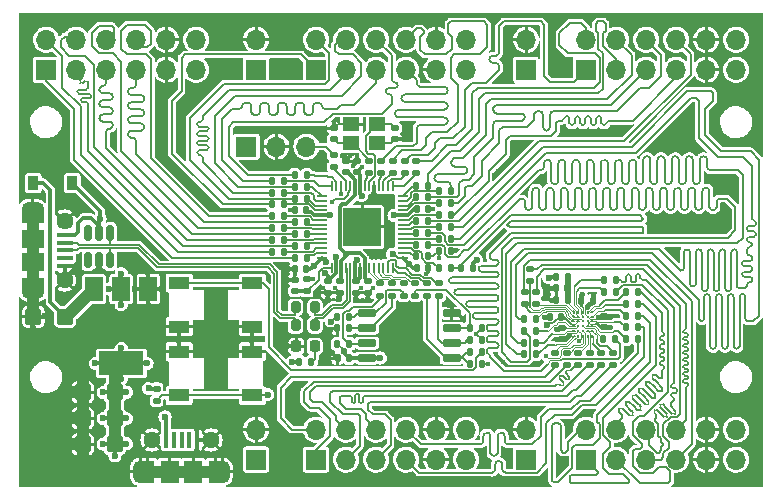
<source format=gtl>
G04 #@! TF.GenerationSoftware,KiCad,Pcbnew,(6.0.7)*
G04 #@! TF.CreationDate,2022-09-05T12:55:50-07:00*
G04 #@! TF.ProjectId,ice2040,69636532-3034-4302-9e6b-696361645f70,1*
G04 #@! TF.SameCoordinates,Original*
G04 #@! TF.FileFunction,Copper,L1,Top*
G04 #@! TF.FilePolarity,Positive*
%FSLAX46Y46*%
G04 Gerber Fmt 4.6, Leading zero omitted, Abs format (unit mm)*
G04 Created by KiCad (PCBNEW (6.0.7)) date 2022-09-05 12:55:50*
%MOMM*%
%LPD*%
G01*
G04 APERTURE LIST*
G04 Aperture macros list*
%AMRoundRect*
0 Rectangle with rounded corners*
0 $1 Rounding radius*
0 $2 $3 $4 $5 $6 $7 $8 $9 X,Y pos of 4 corners*
0 Add a 4 corners polygon primitive as box body*
4,1,4,$2,$3,$4,$5,$6,$7,$8,$9,$2,$3,0*
0 Add four circle primitives for the rounded corners*
1,1,$1+$1,$2,$3*
1,1,$1+$1,$4,$5*
1,1,$1+$1,$6,$7*
1,1,$1+$1,$8,$9*
0 Add four rect primitives between the rounded corners*
20,1,$1+$1,$2,$3,$4,$5,0*
20,1,$1+$1,$4,$5,$6,$7,0*
20,1,$1+$1,$6,$7,$8,$9,0*
20,1,$1+$1,$8,$9,$2,$3,0*%
G04 Aperture macros list end*
G04 #@! TA.AperFunction,SMDPad,CuDef*
%ADD10RoundRect,0.200000X-0.200000X-0.275000X0.200000X-0.275000X0.200000X0.275000X-0.200000X0.275000X0*%
G04 #@! TD*
G04 #@! TA.AperFunction,SMDPad,CuDef*
%ADD11RoundRect,0.135000X0.135000X0.185000X-0.135000X0.185000X-0.135000X-0.185000X0.135000X-0.185000X0*%
G04 #@! TD*
G04 #@! TA.AperFunction,SMDPad,CuDef*
%ADD12RoundRect,0.135000X-0.185000X0.135000X-0.185000X-0.135000X0.185000X-0.135000X0.185000X0.135000X0*%
G04 #@! TD*
G04 #@! TA.AperFunction,SMDPad,CuDef*
%ADD13RoundRect,0.140000X0.140000X0.170000X-0.140000X0.170000X-0.140000X-0.170000X0.140000X-0.170000X0*%
G04 #@! TD*
G04 #@! TA.AperFunction,SMDPad,CuDef*
%ADD14RoundRect,0.135000X0.185000X-0.135000X0.185000X0.135000X-0.185000X0.135000X-0.185000X-0.135000X0*%
G04 #@! TD*
G04 #@! TA.AperFunction,SMDPad,CuDef*
%ADD15RoundRect,0.135000X-0.135000X-0.185000X0.135000X-0.185000X0.135000X0.185000X-0.135000X0.185000X0*%
G04 #@! TD*
G04 #@! TA.AperFunction,SMDPad,CuDef*
%ADD16RoundRect,0.250000X0.450000X0.425000X-0.450000X0.425000X-0.450000X-0.425000X0.450000X-0.425000X0*%
G04 #@! TD*
G04 #@! TA.AperFunction,SMDPad,CuDef*
%ADD17R,1.400000X1.200000*%
G04 #@! TD*
G04 #@! TA.AperFunction,SMDPad,CuDef*
%ADD18R,1.500000X2.000000*%
G04 #@! TD*
G04 #@! TA.AperFunction,SMDPad,CuDef*
%ADD19R,3.800000X2.000000*%
G04 #@! TD*
G04 #@! TA.AperFunction,SMDPad,CuDef*
%ADD20RoundRect,0.140000X-0.140000X-0.170000X0.140000X-0.170000X0.140000X0.170000X-0.140000X0.170000X0*%
G04 #@! TD*
G04 #@! TA.AperFunction,SMDPad,CuDef*
%ADD21R,0.400000X1.350000*%
G04 #@! TD*
G04 #@! TA.AperFunction,ComponentPad*
%ADD22C,1.450000*%
G04 #@! TD*
G04 #@! TA.AperFunction,SMDPad,CuDef*
%ADD23R,1.200000X1.900000*%
G04 #@! TD*
G04 #@! TA.AperFunction,ComponentPad*
%ADD24O,1.200000X1.900000*%
G04 #@! TD*
G04 #@! TA.AperFunction,SMDPad,CuDef*
%ADD25R,1.500000X1.900000*%
G04 #@! TD*
G04 #@! TA.AperFunction,SMDPad,CuDef*
%ADD26RoundRect,0.140000X-0.170000X0.140000X-0.170000X-0.140000X0.170000X-0.140000X0.170000X0.140000X0*%
G04 #@! TD*
G04 #@! TA.AperFunction,SMDPad,CuDef*
%ADD27RoundRect,0.140000X0.170000X-0.140000X0.170000X0.140000X-0.170000X0.140000X-0.170000X-0.140000X0*%
G04 #@! TD*
G04 #@! TA.AperFunction,SMDPad,CuDef*
%ADD28R,0.900000X1.200000*%
G04 #@! TD*
G04 #@! TA.AperFunction,SMDPad,CuDef*
%ADD29RoundRect,0.150000X0.150000X-0.512500X0.150000X0.512500X-0.150000X0.512500X-0.150000X-0.512500X0*%
G04 #@! TD*
G04 #@! TA.AperFunction,ComponentPad*
%ADD30R,1.700000X1.700000*%
G04 #@! TD*
G04 #@! TA.AperFunction,ComponentPad*
%ADD31O,1.700000X1.700000*%
G04 #@! TD*
G04 #@! TA.AperFunction,SMDPad,CuDef*
%ADD32R,1.800000X1.100000*%
G04 #@! TD*
G04 #@! TA.AperFunction,SMDPad,CuDef*
%ADD33RoundRect,0.218750X-0.218750X-0.256250X0.218750X-0.256250X0.218750X0.256250X-0.218750X0.256250X0*%
G04 #@! TD*
G04 #@! TA.AperFunction,SMDPad,CuDef*
%ADD34RoundRect,0.150000X0.650000X0.150000X-0.650000X0.150000X-0.650000X-0.150000X0.650000X-0.150000X0*%
G04 #@! TD*
G04 #@! TA.AperFunction,SMDPad,CuDef*
%ADD35C,0.127000*%
G04 #@! TD*
G04 #@! TA.AperFunction,SMDPad,CuDef*
%ADD36C,0.254000*%
G04 #@! TD*
G04 #@! TA.AperFunction,SMDPad,CuDef*
%ADD37RoundRect,0.050000X0.387500X0.050000X-0.387500X0.050000X-0.387500X-0.050000X0.387500X-0.050000X0*%
G04 #@! TD*
G04 #@! TA.AperFunction,SMDPad,CuDef*
%ADD38RoundRect,0.050000X0.050000X0.387500X-0.050000X0.387500X-0.050000X-0.387500X0.050000X-0.387500X0*%
G04 #@! TD*
G04 #@! TA.AperFunction,SMDPad,CuDef*
%ADD39R,3.200000X3.200000*%
G04 #@! TD*
G04 #@! TA.AperFunction,ComponentPad*
%ADD40C,0.500000*%
G04 #@! TD*
G04 #@! TA.AperFunction,SMDPad,CuDef*
%ADD41R,1.350000X0.400000*%
G04 #@! TD*
G04 #@! TA.AperFunction,ComponentPad*
%ADD42O,1.900000X1.200000*%
G04 #@! TD*
G04 #@! TA.AperFunction,SMDPad,CuDef*
%ADD43R,1.900000X1.200000*%
G04 #@! TD*
G04 #@! TA.AperFunction,SMDPad,CuDef*
%ADD44R,1.900000X1.500000*%
G04 #@! TD*
G04 #@! TA.AperFunction,ViaPad*
%ADD45C,0.600000*%
G04 #@! TD*
G04 #@! TA.AperFunction,ViaPad*
%ADD46C,0.450000*%
G04 #@! TD*
G04 #@! TA.AperFunction,Conductor*
%ADD47C,0.150000*%
G04 #@! TD*
G04 #@! TA.AperFunction,Conductor*
%ADD48C,0.127000*%
G04 #@! TD*
G04 #@! TA.AperFunction,Conductor*
%ADD49C,0.381000*%
G04 #@! TD*
G04 #@! TA.AperFunction,Conductor*
%ADD50C,0.300000*%
G04 #@! TD*
G04 #@! TA.AperFunction,Conductor*
%ADD51C,0.088900*%
G04 #@! TD*
G04 #@! TA.AperFunction,Conductor*
%ADD52C,1.000000*%
G04 #@! TD*
G04 #@! TA.AperFunction,Conductor*
%ADD53C,0.508000*%
G04 #@! TD*
G04 APERTURE END LIST*
D10*
X132875000Y-106500000D03*
X134525000Y-106500000D03*
X132875000Y-108000000D03*
X134525000Y-108000000D03*
D11*
X148630000Y-110280000D03*
X147610000Y-110280000D03*
X144130000Y-101180000D03*
X143110000Y-101180000D03*
D12*
X156813850Y-110345298D03*
X156813850Y-111365298D03*
X159763850Y-110345298D03*
X159763850Y-111365298D03*
D13*
X133800000Y-103220000D03*
X132840000Y-103220000D03*
D11*
X148630000Y-108280000D03*
X147610000Y-108280000D03*
D12*
X143020000Y-104470000D03*
X143020000Y-105490000D03*
D14*
X121120000Y-114390000D03*
X121120000Y-113370000D03*
D15*
X132810000Y-96280000D03*
X133830000Y-96280000D03*
D12*
X142110000Y-94080000D03*
X142110000Y-95100000D03*
D16*
X117570000Y-115880000D03*
X114870000Y-115880000D03*
D13*
X133800000Y-98280000D03*
X132840000Y-98280000D03*
D12*
X140110000Y-94080000D03*
X140110000Y-95100000D03*
D17*
X139810000Y-90990000D03*
X137610000Y-90990000D03*
X137610000Y-92590000D03*
X139810000Y-92590000D03*
D18*
X120420000Y-104930000D03*
X118120000Y-104930000D03*
D19*
X118120000Y-111230000D03*
D18*
X115820000Y-104930000D03*
D20*
X157078500Y-105920000D03*
X158038500Y-105920000D03*
D21*
X121920000Y-117717500D03*
X122570000Y-117717500D03*
X123220000Y-117717500D03*
X123870000Y-117717500D03*
X124520000Y-117717500D03*
D22*
X125720000Y-117717500D03*
X120720000Y-117717500D03*
D23*
X126120000Y-120417500D03*
D24*
X119720000Y-120417500D03*
X126720000Y-120417500D03*
D25*
X122220000Y-120417500D03*
D23*
X120320000Y-120417500D03*
D25*
X124220000Y-120417500D03*
D26*
X155451500Y-108202000D03*
X155451500Y-109162000D03*
D15*
X136410000Y-107280000D03*
X137430000Y-107280000D03*
D11*
X146030000Y-97680000D03*
X145010000Y-97680000D03*
D27*
X132820000Y-105100000D03*
X132820000Y-104140000D03*
D28*
X110670000Y-95980000D03*
X113970000Y-95980000D03*
D11*
X155930000Y-103910000D03*
X154910000Y-103910000D03*
D15*
X130910000Y-95780000D03*
X131930000Y-95780000D03*
D12*
X155863850Y-110345298D03*
X155863850Y-111365298D03*
D14*
X139120000Y-95090000D03*
X139120000Y-94070000D03*
D15*
X132810000Y-100280000D03*
X133830000Y-100280000D03*
X130910000Y-100780000D03*
X131930000Y-100780000D03*
D12*
X158763850Y-110345298D03*
X158763850Y-111365298D03*
D15*
X130910000Y-98780000D03*
X131930000Y-98780000D03*
D29*
X115307500Y-102480000D03*
X116257500Y-102480000D03*
X117207500Y-102480000D03*
X117207500Y-100205000D03*
X116257500Y-100205000D03*
X115307500Y-100205000D03*
D15*
X130910000Y-99780000D03*
X131930000Y-99780000D03*
D11*
X144130000Y-96180000D03*
X143110000Y-96180000D03*
D27*
X138120000Y-95060000D03*
X138120000Y-94100000D03*
D11*
X148630000Y-109280000D03*
X147610000Y-109280000D03*
D15*
X145010000Y-101680000D03*
X146030000Y-101680000D03*
D27*
X137120000Y-95060000D03*
X137120000Y-94100000D03*
D30*
X152400000Y-86380000D03*
D31*
X152400000Y-83840000D03*
D11*
X146030000Y-96680000D03*
X145010000Y-96680000D03*
D30*
X128720000Y-92880000D03*
D31*
X131260000Y-92880000D03*
X133800000Y-92880000D03*
D13*
X155900000Y-104880000D03*
X154940000Y-104880000D03*
D16*
X117570000Y-113680000D03*
X114870000Y-113680000D03*
D26*
X139020000Y-104300000D03*
X139020000Y-105260000D03*
D16*
X117570000Y-118080000D03*
X114870000Y-118080000D03*
D15*
X158953850Y-105185298D03*
X159973850Y-105185298D03*
D30*
X157480000Y-119380000D03*
D31*
X160020000Y-119380000D03*
X162560000Y-119380000D03*
X165100000Y-119380000D03*
X167640000Y-119380000D03*
X170180000Y-119380000D03*
X157480000Y-116840000D03*
X160020000Y-116840000D03*
X162560000Y-116840000D03*
X165100000Y-116840000D03*
X167640000Y-116840000D03*
X170180000Y-116840000D03*
D15*
X130910000Y-96780000D03*
X131930000Y-96780000D03*
D12*
X143110000Y-94080000D03*
X143110000Y-95100000D03*
D15*
X160853850Y-107185298D03*
X161873850Y-107185298D03*
D12*
X141110000Y-94080000D03*
X141110000Y-95100000D03*
D11*
X146030000Y-99680000D03*
X145010000Y-99680000D03*
D15*
X147610000Y-111280000D03*
X148630000Y-111280000D03*
X132810000Y-95280000D03*
X133830000Y-95280000D03*
X152210000Y-108480000D03*
X153230000Y-108480000D03*
D32*
X123020000Y-108130000D03*
X129220000Y-108130000D03*
X123020000Y-104430000D03*
X129220000Y-104430000D03*
D26*
X138020000Y-104300000D03*
X138020000Y-105260000D03*
D15*
X146900000Y-103180000D03*
X147920000Y-103180000D03*
X136410000Y-108280000D03*
X137430000Y-108280000D03*
X160853850Y-105185298D03*
X161873850Y-105185298D03*
X160853850Y-109185298D03*
X161873850Y-109185298D03*
D16*
X113370000Y-107280000D03*
X110670000Y-107280000D03*
D30*
X129540000Y-86360000D03*
D31*
X129540000Y-83820000D03*
D13*
X137400000Y-110780000D03*
X136440000Y-110780000D03*
D15*
X152210000Y-109480000D03*
X153230000Y-109480000D03*
D11*
X146030000Y-100680000D03*
X145010000Y-100680000D03*
D30*
X134620000Y-119380000D03*
D31*
X137160000Y-119380000D03*
X139700000Y-119380000D03*
X142240000Y-119380000D03*
X144780000Y-119380000D03*
X147320000Y-119380000D03*
X134620000Y-116840000D03*
X137160000Y-116840000D03*
X139700000Y-116840000D03*
X142240000Y-116840000D03*
X144780000Y-116840000D03*
X147320000Y-116840000D03*
D15*
X136410000Y-109580000D03*
X137430000Y-109580000D03*
D32*
X129220000Y-110230000D03*
X123020000Y-110230000D03*
X129220000Y-113930000D03*
X123020000Y-113930000D03*
D30*
X111760000Y-86365000D03*
D31*
X114300000Y-86365000D03*
X116840000Y-86365000D03*
X119380000Y-86365000D03*
X121920000Y-86365000D03*
X124460000Y-86365000D03*
X111760000Y-83825000D03*
X114300000Y-83825000D03*
X116840000Y-83825000D03*
X119380000Y-83825000D03*
X121920000Y-83825000D03*
X124460000Y-83825000D03*
D33*
X132925000Y-109800000D03*
X134500000Y-109800000D03*
D15*
X130910000Y-101780000D03*
X131930000Y-101780000D03*
D14*
X152763850Y-104295298D03*
X152763850Y-103275298D03*
D11*
X144130000Y-102180000D03*
X143110000Y-102180000D03*
D12*
X144020000Y-104470000D03*
X144020000Y-105490000D03*
D15*
X132810000Y-101280000D03*
X133830000Y-101280000D03*
X160853850Y-106185298D03*
X161873850Y-106185298D03*
D26*
X141310000Y-91310000D03*
X141310000Y-92270000D03*
D15*
X152210000Y-110480000D03*
X153230000Y-110480000D03*
D34*
X146120000Y-110785000D03*
X146120000Y-109515000D03*
X146120000Y-108245000D03*
X146120000Y-106975000D03*
X138920000Y-106975000D03*
X138920000Y-108245000D03*
X138920000Y-109515000D03*
X138920000Y-110785000D03*
D35*
X156410000Y-106880000D03*
X156810000Y-106880000D03*
X157210000Y-106880000D03*
X157610000Y-106880000D03*
X158010000Y-106880000D03*
X156410000Y-107280000D03*
X156810000Y-107280000D03*
D36*
X157210000Y-107280000D03*
X157610000Y-107280000D03*
D35*
X158010000Y-107280000D03*
X156410000Y-107680000D03*
X156810000Y-107680000D03*
D36*
X157210000Y-107680000D03*
X157610000Y-107680000D03*
D35*
X158010000Y-107680000D03*
X156410000Y-108080000D03*
D36*
X156810000Y-108080000D03*
X157210000Y-108080000D03*
D35*
X157610000Y-108080000D03*
X158010000Y-108080000D03*
X156410000Y-108480000D03*
D36*
X156810000Y-108480000D03*
X157210000Y-108480000D03*
D35*
X157610000Y-108480000D03*
X158010000Y-108480000D03*
X156410000Y-108880000D03*
X156810000Y-108880000D03*
X157210000Y-108880000D03*
X157610000Y-108880000D03*
X158010000Y-108880000D03*
D30*
X129540000Y-119375000D03*
D31*
X129540000Y-116835000D03*
D26*
X135620000Y-104300000D03*
X135620000Y-105260000D03*
D15*
X132810000Y-102280000D03*
X133830000Y-102280000D03*
D11*
X144130000Y-100180000D03*
X143110000Y-100180000D03*
X146020000Y-103180000D03*
X145000000Y-103180000D03*
D14*
X153263850Y-106195298D03*
X153263850Y-105175298D03*
D15*
X132810000Y-97280000D03*
X133830000Y-97280000D03*
X132810000Y-99280000D03*
X133830000Y-99280000D03*
D37*
X141957500Y-102280000D03*
X141957500Y-101880000D03*
X141957500Y-101480000D03*
X141957500Y-101080000D03*
X141957500Y-100680000D03*
X141957500Y-100280000D03*
X141957500Y-99880000D03*
X141957500Y-99480000D03*
X141957500Y-99080000D03*
X141957500Y-98680000D03*
X141957500Y-98280000D03*
X141957500Y-97880000D03*
X141957500Y-97480000D03*
X141957500Y-97080000D03*
D38*
X141120000Y-96242500D03*
X140720000Y-96242500D03*
X140320000Y-96242500D03*
X139920000Y-96242500D03*
X139520000Y-96242500D03*
X139120000Y-96242500D03*
X138720000Y-96242500D03*
X138320000Y-96242500D03*
X137920000Y-96242500D03*
X137520000Y-96242500D03*
X137120000Y-96242500D03*
X136720000Y-96242500D03*
X136320000Y-96242500D03*
X135920000Y-96242500D03*
D37*
X135082500Y-97080000D03*
X135082500Y-97480000D03*
X135082500Y-97880000D03*
X135082500Y-98280000D03*
X135082500Y-98680000D03*
X135082500Y-99080000D03*
X135082500Y-99480000D03*
X135082500Y-99880000D03*
X135082500Y-100280000D03*
X135082500Y-100680000D03*
X135082500Y-101080000D03*
X135082500Y-101480000D03*
X135082500Y-101880000D03*
X135082500Y-102280000D03*
D38*
X135920000Y-103117500D03*
X136320000Y-103117500D03*
X136720000Y-103117500D03*
X137120000Y-103117500D03*
X137520000Y-103117500D03*
X137920000Y-103117500D03*
X138320000Y-103117500D03*
X138720000Y-103117500D03*
X139120000Y-103117500D03*
X139520000Y-103117500D03*
X139920000Y-103117500D03*
X140320000Y-103117500D03*
X140720000Y-103117500D03*
X141120000Y-103117500D03*
D39*
X138520000Y-99680000D03*
D40*
X138520000Y-101030000D03*
X137170000Y-99680000D03*
X139870000Y-98330000D03*
X139870000Y-99680000D03*
X137170000Y-98330000D03*
X137170000Y-101030000D03*
X138520000Y-99680000D03*
X139870000Y-101030000D03*
X138520000Y-98330000D03*
D14*
X136120000Y-94600000D03*
X136120000Y-93580000D03*
D12*
X154863850Y-110345298D03*
X154863850Y-111365298D03*
D15*
X160853850Y-108185298D03*
X161873850Y-108185298D03*
D12*
X157763850Y-110345298D03*
X157763850Y-111365298D03*
D30*
X157480000Y-86365000D03*
D31*
X160020000Y-86365000D03*
X162560000Y-86365000D03*
X165100000Y-86365000D03*
X167640000Y-86365000D03*
X170180000Y-86365000D03*
X157480000Y-83825000D03*
X160020000Y-83825000D03*
X162560000Y-83825000D03*
X165100000Y-83825000D03*
X167640000Y-83825000D03*
X170180000Y-83825000D03*
D11*
X144130000Y-97180000D03*
X143110000Y-97180000D03*
D12*
X140020000Y-104470000D03*
X140020000Y-105490000D03*
X145020000Y-104470000D03*
X145020000Y-105490000D03*
D26*
X136110000Y-91310000D03*
X136110000Y-92270000D03*
D20*
X143140000Y-98180000D03*
X144100000Y-98180000D03*
D11*
X134222500Y-111100000D03*
X133202500Y-111100000D03*
D15*
X130910000Y-97780000D03*
X131930000Y-97780000D03*
D20*
X143140000Y-103180000D03*
X144100000Y-103180000D03*
D14*
X152263850Y-106195298D03*
X152263850Y-105175298D03*
D15*
X158953850Y-104185298D03*
X159973850Y-104185298D03*
D11*
X144130000Y-99180000D03*
X143110000Y-99180000D03*
X159953850Y-109185298D03*
X158933850Y-109185298D03*
D27*
X158970000Y-108180000D03*
X158970000Y-107220000D03*
D13*
X155350500Y-107304000D03*
X154390500Y-107304000D03*
D30*
X152400000Y-119375000D03*
D31*
X152400000Y-116835000D03*
D12*
X142020000Y-104470000D03*
X142020000Y-105490000D03*
D11*
X146030000Y-98680000D03*
X145010000Y-98680000D03*
D14*
X133820000Y-105130000D03*
X133820000Y-104110000D03*
D30*
X134620000Y-86365000D03*
D31*
X137160000Y-86365000D03*
X139700000Y-86365000D03*
X142240000Y-86365000D03*
X144780000Y-86365000D03*
X147320000Y-86365000D03*
X134620000Y-83825000D03*
X137160000Y-83825000D03*
X139700000Y-83825000D03*
X142240000Y-83825000D03*
X144780000Y-83825000D03*
X147320000Y-83825000D03*
D13*
X155920000Y-105830000D03*
X154960000Y-105830000D03*
D41*
X113320000Y-100372500D03*
X113320000Y-101022500D03*
X113320000Y-101672500D03*
X113320000Y-102322500D03*
X113320000Y-102972500D03*
D22*
X113320000Y-99172500D03*
D42*
X110620000Y-105172500D03*
X110620000Y-98172500D03*
D22*
X113320000Y-104172500D03*
D43*
X110620000Y-104572500D03*
D44*
X110620000Y-102672500D03*
X110620000Y-100672500D03*
D43*
X110620000Y-98772500D03*
D26*
X136620000Y-104300000D03*
X136620000Y-105260000D03*
D12*
X141020000Y-104470000D03*
X141020000Y-105490000D03*
D15*
X152210000Y-107480000D03*
X153230000Y-107480000D03*
D45*
X149830000Y-115860000D03*
X133700000Y-107220000D03*
X116590000Y-113690000D03*
X117580000Y-119060000D03*
D46*
X154920000Y-108322150D03*
D45*
X138094293Y-102485707D03*
X115930000Y-111230000D03*
X141110000Y-101970000D03*
X135810000Y-98680000D03*
X141210000Y-98690000D03*
X116590000Y-118060000D03*
D46*
X134360000Y-104080000D03*
X148170000Y-108740000D03*
D45*
X148210000Y-102470000D03*
X132612500Y-111100000D03*
X118120000Y-109960000D03*
X118110000Y-106250000D03*
X118110000Y-112520000D03*
X118110000Y-103640000D03*
X142520159Y-102806950D03*
X118550000Y-113670000D03*
D46*
X157120000Y-105380000D03*
X159520000Y-108180000D03*
D45*
X116590000Y-115880000D03*
X118550000Y-118040000D03*
D46*
X149130000Y-111280000D03*
D45*
X120430000Y-113360000D03*
X118540000Y-115880000D03*
X136302140Y-102250489D03*
X120300000Y-111230000D03*
X134420000Y-102960000D03*
X138460000Y-97040000D03*
X135410000Y-103610000D03*
X135900000Y-107700000D03*
X140040000Y-110770000D03*
D46*
X138510000Y-94640000D03*
D45*
X117090000Y-104940000D03*
X136970000Y-110210000D03*
X135431736Y-102654100D03*
X137140000Y-101990000D03*
X154320000Y-103980000D03*
X154135015Y-107989626D03*
X121820000Y-115780000D03*
X116320000Y-98980000D03*
D46*
X150420000Y-100080000D03*
X154513850Y-104875298D03*
X135210000Y-104860000D03*
X150020000Y-94980000D03*
D45*
X165020000Y-101880000D03*
X112395000Y-120650000D03*
X132920000Y-115480000D03*
X147070000Y-107460000D03*
D46*
X143920000Y-103647700D03*
D45*
X114320000Y-109880000D03*
X132020000Y-86180000D03*
X110490000Y-120650000D03*
X132112500Y-109800000D03*
X114330000Y-102950000D03*
X163720000Y-99480000D03*
X135810000Y-108440000D03*
D46*
X137720000Y-94500000D03*
D45*
X127020000Y-82880000D03*
X155120000Y-85980000D03*
D46*
X117520000Y-92180000D03*
D45*
X119324000Y-104899000D03*
X116220000Y-108080000D03*
X124520000Y-116670000D03*
X155320000Y-119680000D03*
D46*
X144550000Y-98180000D03*
D45*
X127020000Y-86280000D03*
D46*
X116120000Y-96980000D03*
D45*
X169220000Y-96080000D03*
X112395000Y-116205000D03*
X135600000Y-105830000D03*
X139520000Y-96970000D03*
X124520000Y-88480000D03*
D46*
X115816000Y-103492000D03*
D45*
X143220000Y-109780000D03*
X129210000Y-109220000D03*
X110490000Y-116205000D03*
X141120000Y-109780000D03*
X111820000Y-93880000D03*
X120397000Y-103529000D03*
D46*
X153920000Y-107280000D03*
D45*
X132240000Y-103270000D03*
X138020000Y-105830000D03*
D46*
X116625000Y-103487000D03*
D45*
X111650000Y-107260000D03*
X132220000Y-82580000D03*
X114860000Y-119040000D03*
X139030000Y-105840000D03*
X150720000Y-118780000D03*
X123000000Y-109220000D03*
D46*
X127920000Y-98280000D03*
X123920000Y-95980000D03*
X156846789Y-109345601D03*
D45*
X168020000Y-114680000D03*
X131720000Y-112080000D03*
X136535655Y-105801100D03*
D46*
X139400000Y-104870000D03*
D45*
X121569000Y-104927000D03*
X123220000Y-90480000D03*
X113890000Y-118080000D03*
X155820000Y-116280000D03*
D46*
X136100000Y-90760000D03*
D45*
X151720000Y-92980000D03*
X126120000Y-109180000D03*
X149020000Y-119580000D03*
X161220000Y-117980000D03*
D46*
X157320000Y-91680000D03*
X136780000Y-93670000D03*
X158020000Y-105380000D03*
D45*
X165220000Y-92380000D03*
D46*
X136215228Y-104827884D03*
D45*
X168720000Y-99480000D03*
D46*
X118720000Y-99980000D03*
X154483850Y-105835298D03*
D45*
X132190000Y-104170000D03*
X161120000Y-110180000D03*
X119520000Y-108080000D03*
X143220000Y-107580000D03*
D46*
X171620000Y-108480000D03*
D45*
X124540000Y-118760000D03*
X114840000Y-117120000D03*
X113890000Y-115880000D03*
D46*
X154920000Y-109180000D03*
X137450000Y-93670000D03*
X156004506Y-108851647D03*
D45*
X126120000Y-106480000D03*
D46*
X157551500Y-106434000D03*
D45*
X160220000Y-91580000D03*
X132120000Y-118380000D03*
X166120000Y-90480000D03*
X145960000Y-106300000D03*
X126120000Y-111880000D03*
D46*
X167120000Y-108580000D03*
X138410000Y-104840000D03*
X158470229Y-107347929D03*
D45*
X120430000Y-106366000D03*
D46*
X121520000Y-90780000D03*
D45*
X132720000Y-113580000D03*
D46*
X153820000Y-95680000D03*
D45*
X114860000Y-112710000D03*
X110670000Y-108240000D03*
D46*
X163520000Y-92880000D03*
X149220000Y-101280000D03*
D45*
X168020000Y-111080000D03*
D46*
X146490000Y-101670000D03*
D45*
X141120000Y-107580000D03*
D46*
X150420000Y-111080000D03*
X132384141Y-98280020D03*
X141880000Y-92240000D03*
X138110000Y-93570000D03*
X159520000Y-107280000D03*
D45*
X135960000Y-110340000D03*
X113900000Y-113690000D03*
X166320000Y-99480000D03*
X114840000Y-114920000D03*
X130520000Y-113880000D03*
D46*
X136720000Y-96927700D03*
X154120000Y-110580000D03*
X145020000Y-102280000D03*
X135920000Y-97580000D03*
D47*
X134820000Y-103480000D02*
X135182500Y-103117500D01*
X134820000Y-104169988D02*
X134820000Y-103480000D01*
X133859988Y-105130000D02*
X134820000Y-104169988D01*
X135182500Y-103117500D02*
X135920000Y-103117500D01*
X133820000Y-105130000D02*
X133859988Y-105130000D01*
D48*
X134520000Y-107995000D02*
X134525000Y-108000000D01*
X134520000Y-107384800D02*
X134520000Y-107995000D01*
X134520000Y-106505000D02*
X134525000Y-106500000D01*
X134520000Y-107130800D02*
X134520000Y-106505000D01*
X132870000Y-107377000D02*
X132870000Y-107995000D01*
X132870000Y-107995000D02*
X132875000Y-108000000D01*
X132870000Y-107123000D02*
X132870000Y-106505000D01*
X132870000Y-106505000D02*
X132875000Y-106500000D01*
X131692605Y-107122999D02*
X132870000Y-107123000D01*
X131347000Y-106777394D02*
X131692605Y-107122999D01*
X131347000Y-103527394D02*
X131347000Y-106777394D01*
X121272606Y-102853000D02*
X130672606Y-102853000D01*
X119635106Y-101215500D02*
X121272606Y-102853000D01*
X117210500Y-101215500D02*
X119635106Y-101215500D01*
X117207500Y-101212500D02*
X117210500Y-101215500D01*
X117207500Y-100205000D02*
X117207500Y-101212500D01*
X131587395Y-107377001D02*
X132870000Y-107377000D01*
X130672606Y-102853000D02*
X131347000Y-103527394D01*
X131093000Y-106882606D02*
X131587395Y-107377001D01*
X131093000Y-103632606D02*
X131093000Y-106882606D01*
X119529894Y-101469500D02*
X121167394Y-103107000D01*
X121167394Y-103107000D02*
X130567394Y-103107000D01*
X117214500Y-101469500D02*
X119529894Y-101469500D01*
X130567394Y-103107000D02*
X131093000Y-103632606D01*
X117207500Y-101476500D02*
X117214500Y-101469500D01*
X117207500Y-102480000D02*
X117207500Y-101476500D01*
X135089594Y-107130800D02*
X134520000Y-107130800D01*
X135967394Y-106253000D02*
X135089594Y-107130800D01*
X136767394Y-106253000D02*
X135967394Y-106253000D01*
X135194806Y-107384800D02*
X134520000Y-107384800D01*
X137447001Y-105932605D02*
X136872606Y-106507000D01*
X137120000Y-103117500D02*
X137192999Y-103190499D01*
X137447001Y-103190499D02*
X137447001Y-105932605D01*
X137520000Y-103117500D02*
X137447001Y-103190499D01*
X137192999Y-105827395D02*
X136767394Y-106253000D01*
X137192999Y-103190499D02*
X137192999Y-105827395D01*
X136872606Y-106507000D02*
X136072606Y-106507000D01*
X136072606Y-106507000D02*
X135194806Y-107384800D01*
D47*
X136320000Y-107280000D02*
X136410000Y-107280000D01*
X135900000Y-107700000D02*
X136320000Y-107280000D01*
D49*
X155212918Y-108202000D02*
X155451500Y-108202000D01*
D50*
X138460000Y-97020000D02*
X138460000Y-97040000D01*
D51*
X158590000Y-108180000D02*
X159164500Y-108180000D01*
D47*
X141230000Y-101970000D02*
X141110000Y-101970000D01*
D48*
X157610000Y-108080000D02*
X157700000Y-108080000D01*
D50*
X117570000Y-118080000D02*
X118510000Y-118080000D01*
D47*
X148630000Y-111280000D02*
X149130000Y-111280000D01*
D50*
X138120000Y-95060000D02*
X138320000Y-95260000D01*
D49*
X155092768Y-108322150D02*
X155212918Y-108202000D01*
D50*
X137920000Y-104200000D02*
X138020000Y-104300000D01*
D47*
X136970000Y-110140000D02*
X136410000Y-109580000D01*
X148630000Y-109280000D02*
X148630000Y-109200000D01*
D50*
X136302140Y-102250489D02*
X136320000Y-102268349D01*
D52*
X117570000Y-111780000D02*
X118120000Y-111230000D01*
D50*
X118120000Y-111230000D02*
X118120000Y-109960000D01*
X118120000Y-112510000D02*
X118110000Y-112520000D01*
X133202500Y-111100000D02*
X132612500Y-111100000D01*
X118120000Y-104930000D02*
X117100000Y-104930000D01*
X135620000Y-104300000D02*
X135620000Y-103820000D01*
X117570000Y-113680000D02*
X116600000Y-113680000D01*
X142423370Y-98680000D02*
X142923370Y-98180000D01*
X138320000Y-95260000D02*
X138320000Y-96242500D01*
D48*
X157210000Y-106880000D02*
X157210000Y-106790000D01*
D50*
X136320000Y-103117500D02*
X136320000Y-103600000D01*
X135082500Y-102297500D02*
X134420000Y-102960000D01*
X141957500Y-98680000D02*
X141220000Y-98680000D01*
X117570000Y-118080000D02*
X117570000Y-119050000D01*
D47*
X141540000Y-102280000D02*
X141380000Y-102120000D01*
D51*
X157837533Y-107884079D02*
X157838462Y-107883150D01*
X157610000Y-107680000D02*
X157814079Y-107884079D01*
D49*
X158970000Y-108180000D02*
X159520000Y-108180000D01*
D50*
X118120000Y-111230000D02*
X120300000Y-111230000D01*
D48*
X158455350Y-107905350D02*
X158264400Y-107905350D01*
D51*
X157814079Y-107884079D02*
X157837533Y-107884079D01*
D47*
X141957500Y-102280000D02*
X141540000Y-102280000D01*
D50*
X117570000Y-115880000D02*
X116590000Y-115880000D01*
D48*
X157078500Y-105920000D02*
X157078500Y-106390112D01*
X158730000Y-108180000D02*
X158455350Y-107905350D01*
D51*
X157838462Y-107883150D02*
X158293150Y-107883150D01*
X155820000Y-108280000D02*
X155580000Y-108280000D01*
D50*
X133800000Y-103280000D02*
X134100000Y-103280000D01*
X116600000Y-113680000D02*
X116590000Y-113690000D01*
D51*
X156610000Y-108280000D02*
X155820000Y-108280000D01*
D47*
X148630000Y-109200000D02*
X148170000Y-108740000D01*
X148630000Y-108280000D02*
X148170000Y-108740000D01*
D50*
X141957500Y-102280000D02*
X141993209Y-102280000D01*
D52*
X117570000Y-118080000D02*
X117570000Y-113680000D01*
D50*
X120440000Y-113370000D02*
X120430000Y-113360000D01*
X118120000Y-106240000D02*
X118110000Y-106250000D01*
D51*
X156810000Y-108080000D02*
X156610000Y-108280000D01*
D48*
X157078500Y-106390112D02*
X157174100Y-106485712D01*
D50*
X121120000Y-113370000D02*
X120440000Y-113370000D01*
X138915000Y-110780000D02*
X138920000Y-110785000D01*
X138120000Y-95030000D02*
X138510000Y-94640000D01*
X117570000Y-119050000D02*
X117580000Y-119060000D01*
X135082500Y-102304864D02*
X135431736Y-102654100D01*
D51*
X157120000Y-106458552D02*
X157120000Y-105952500D01*
D50*
X141220000Y-98680000D02*
X141210000Y-98690000D01*
D49*
X157078500Y-105920000D02*
X157078500Y-105421500D01*
D50*
X137920000Y-103117500D02*
X137920000Y-102660000D01*
X136320000Y-103600000D02*
X135620000Y-104300000D01*
X135082500Y-98680000D02*
X134420000Y-98680000D01*
X147920000Y-102760000D02*
X148210000Y-102470000D01*
X135620000Y-103820000D02*
X135410000Y-103610000D01*
X118120000Y-103650000D02*
X118110000Y-103640000D01*
X116610000Y-118080000D02*
X116590000Y-118060000D01*
X118120000Y-111230000D02*
X115930000Y-111230000D01*
X118120000Y-104930000D02*
X118120000Y-106240000D01*
X147920000Y-103180000D02*
X147920000Y-102760000D01*
X140025000Y-110785000D02*
X140040000Y-110770000D01*
X142857500Y-103180000D02*
X141957500Y-102280000D01*
X118510000Y-118080000D02*
X118550000Y-118040000D01*
X142923370Y-98180000D02*
X143140000Y-98180000D01*
X136320000Y-102268349D02*
X136320000Y-103117500D01*
D49*
X157078500Y-105421500D02*
X157120000Y-105380000D01*
D50*
X117570000Y-118080000D02*
X116610000Y-118080000D01*
D49*
X154920000Y-108322150D02*
X155092768Y-108322150D01*
D50*
X133970000Y-98450000D02*
X133800000Y-98280000D01*
X118120000Y-104930000D02*
X118120000Y-103650000D01*
X136970000Y-110210000D02*
X136970000Y-110350000D01*
X137400000Y-110780000D02*
X138915000Y-110780000D01*
D52*
X117570000Y-113680000D02*
X117570000Y-111780000D01*
D50*
X117570000Y-113680000D02*
X118540000Y-113680000D01*
X138320000Y-103117500D02*
X138320000Y-104000000D01*
D48*
X155451500Y-108202000D02*
X155742000Y-108202000D01*
D51*
X158293150Y-107883150D02*
X158590000Y-108180000D01*
D48*
X155742000Y-108202000D02*
X155820000Y-108280000D01*
D50*
X134100000Y-103280000D02*
X134420000Y-102960000D01*
X135082500Y-98680000D02*
X135810000Y-98680000D01*
X135082500Y-102280000D02*
X135082500Y-102304864D01*
D47*
X136970000Y-110210000D02*
X136970000Y-110140000D01*
D51*
X157610000Y-108080000D02*
X157610000Y-107680000D01*
D50*
X134330000Y-104110000D02*
X134360000Y-104080000D01*
X138320000Y-96880000D02*
X138460000Y-97020000D01*
X133820000Y-104110000D02*
X134330000Y-104110000D01*
D51*
X157210000Y-106548552D02*
X157120000Y-106458552D01*
X157210000Y-106880000D02*
X157210000Y-106548552D01*
D48*
X157210000Y-106790000D02*
X157210000Y-106970000D01*
D50*
X135082500Y-102280000D02*
X135082500Y-102297500D01*
X137920000Y-102660000D02*
X138094293Y-102485707D01*
X117100000Y-104930000D02*
X117090000Y-104940000D01*
X137920000Y-103117500D02*
X137920000Y-104200000D01*
X118120000Y-111230000D02*
X118120000Y-112510000D01*
X134420000Y-98680000D02*
X134190000Y-98450000D01*
X136970000Y-110350000D02*
X137400000Y-110780000D01*
X141957500Y-98680000D02*
X142423370Y-98680000D01*
X138920000Y-110785000D02*
X140025000Y-110785000D01*
D47*
X141380000Y-102120000D02*
X141230000Y-101970000D01*
D50*
X134190000Y-98450000D02*
X133970000Y-98450000D01*
X138120000Y-95060000D02*
X138120000Y-95030000D01*
X118540000Y-113680000D02*
X118550000Y-113670000D01*
X138320000Y-96242500D02*
X138320000Y-96880000D01*
X143140000Y-103180000D02*
X142857500Y-103180000D01*
X138320000Y-104000000D02*
X138020000Y-104300000D01*
D48*
X157610000Y-108080000D02*
X157520000Y-108080000D01*
D50*
X141993209Y-102280000D02*
X142520159Y-102806950D01*
X117570000Y-115880000D02*
X118540000Y-115880000D01*
X136820000Y-97780000D02*
X136600000Y-98000000D01*
X136720000Y-104200000D02*
X136620000Y-104300000D01*
D51*
X155793104Y-107466000D02*
X155490500Y-107466000D01*
D50*
X137920000Y-96242500D02*
X137920000Y-95705846D01*
X136720000Y-102590000D02*
X136720000Y-103117500D01*
X137140000Y-102170000D02*
X136720000Y-102590000D01*
X138720000Y-104000000D02*
X139020000Y-104300000D01*
D47*
X154685264Y-107755450D02*
X154784550Y-107755450D01*
D50*
X137920000Y-96990000D02*
X137130000Y-97780000D01*
X137140000Y-101990000D02*
X137140000Y-102170000D01*
X138300000Y-101930000D02*
X137380000Y-101930000D01*
D51*
X156720000Y-107730000D02*
X156570000Y-107880000D01*
D50*
X136600000Y-98000000D02*
X136600000Y-101450000D01*
X138720000Y-103117500D02*
X138720000Y-102350000D01*
D47*
X154590714Y-107850000D02*
X154685264Y-107755450D01*
D50*
X137380000Y-101930000D02*
X137140000Y-102170000D01*
X137274154Y-95060000D02*
X137120000Y-95060000D01*
X154390000Y-103910000D02*
X154320000Y-103980000D01*
X138720000Y-103117500D02*
X138720000Y-104000000D01*
D51*
X156720000Y-107680000D02*
X156720000Y-107730000D01*
D50*
X137920000Y-95705846D02*
X137274154Y-95060000D01*
D48*
X155350500Y-107304000D02*
X155604164Y-107304000D01*
D47*
X154784550Y-107755450D02*
X155236000Y-107304000D01*
D48*
X155604164Y-107304000D02*
X156180164Y-107880000D01*
D50*
X137920000Y-96242500D02*
X137920000Y-96990000D01*
D48*
X156810000Y-107680000D02*
X156720000Y-107680000D01*
X156810000Y-107680000D02*
X156900000Y-107680000D01*
D50*
X136720000Y-103117500D02*
X136720000Y-104200000D01*
X136600000Y-101450000D02*
X137140000Y-101990000D01*
X137130000Y-97780000D02*
X136820000Y-97780000D01*
X154910000Y-103910000D02*
X154390000Y-103910000D01*
D47*
X154135015Y-107989626D02*
X154274641Y-107850000D01*
D51*
X156570000Y-107880000D02*
X156207104Y-107880000D01*
D47*
X154274641Y-107850000D02*
X154590714Y-107850000D01*
D48*
X156180164Y-107880000D02*
X156220000Y-107880000D01*
D51*
X156207104Y-107880000D02*
X155793104Y-107466000D01*
D50*
X138720000Y-102350000D02*
X138300000Y-101930000D01*
D51*
X156307419Y-106810000D02*
X155782717Y-106285298D01*
X155782717Y-106285298D02*
X153353850Y-106285298D01*
X156340000Y-106810000D02*
X156307419Y-106810000D01*
D48*
X156410000Y-106880000D02*
X156413150Y-106883150D01*
X156413150Y-106883150D02*
X156413150Y-106970000D01*
X156410000Y-106880000D02*
X156340000Y-106810000D01*
D51*
X156442200Y-104806948D02*
X156563850Y-104685298D01*
D47*
X156563850Y-104685298D02*
X157063850Y-104185298D01*
D48*
X156810000Y-106880000D02*
X156810000Y-106970000D01*
X156810000Y-106880000D02*
X156810000Y-106780000D01*
D51*
X156810000Y-106651448D02*
X156442200Y-106283648D01*
X156442200Y-106283648D02*
X156442200Y-104806948D01*
X156810000Y-106780000D02*
X156810000Y-106651448D01*
D47*
X157063850Y-104185298D02*
X158953850Y-104185298D01*
D48*
X157610000Y-106880000D02*
X157606850Y-106883150D01*
D47*
X159063850Y-105885298D02*
X160153850Y-105885298D01*
D48*
X157610000Y-106880000D02*
X157610000Y-106852500D01*
D47*
X160153850Y-105885298D02*
X160853850Y-105185298D01*
D51*
X158606650Y-106363350D02*
X158684702Y-106285298D01*
X157721612Y-106800000D02*
X158158262Y-106363350D01*
D48*
X157610000Y-106852500D02*
X157662500Y-106800000D01*
D51*
X157662500Y-106800000D02*
X157721612Y-106800000D01*
X158158262Y-106363350D02*
X158606650Y-106363350D01*
D48*
X157606850Y-106883150D02*
X157606850Y-106970000D01*
D47*
X158694000Y-106255148D02*
X159063850Y-105885298D01*
X159063850Y-106285298D02*
X160753850Y-106285298D01*
D51*
X158070000Y-106820000D02*
X158304702Y-106585298D01*
X158304702Y-106585298D02*
X158763850Y-106585298D01*
D48*
X158010000Y-106880000D02*
X157920000Y-106880000D01*
X158010000Y-106880000D02*
X158070000Y-106820000D01*
D51*
X158763850Y-106585298D02*
X159063850Y-106285298D01*
D48*
X156410000Y-107280000D02*
X156340000Y-107210000D01*
D51*
X156130552Y-106884581D02*
X155725667Y-106479698D01*
D48*
X156410000Y-107280000D02*
X156500000Y-107280000D01*
D51*
X156130552Y-107000552D02*
X156130552Y-106884581D01*
D47*
X152763850Y-106485298D02*
X152763850Y-104295298D01*
D51*
X152963850Y-106685298D02*
X152763850Y-106485298D01*
X155725667Y-106479698D02*
X153918002Y-106479698D01*
X153918002Y-106479698D02*
X153868002Y-106529698D01*
X153868002Y-106529698D02*
X153660624Y-106529698D01*
X153660624Y-106529698D02*
X153505024Y-106685298D01*
X156340000Y-107210000D02*
X156130552Y-107000552D01*
X153505024Y-106685298D02*
X152963850Y-106685298D01*
D47*
X156863850Y-104885298D02*
X158653850Y-104885298D01*
D51*
X156620000Y-106210000D02*
X156620000Y-105129148D01*
X156620000Y-105129148D02*
X156763850Y-104985298D01*
D47*
X158653850Y-104885298D02*
X158953850Y-105185298D01*
D51*
X157010000Y-106600000D02*
X156620000Y-106210000D01*
X157210000Y-107280000D02*
X157010000Y-107080000D01*
X157010000Y-107080000D02*
X157010000Y-106600000D01*
D47*
X156763850Y-104985298D02*
X156863850Y-104885298D01*
D51*
X158010000Y-107280000D02*
X158504702Y-106785298D01*
D48*
X158010000Y-107280000D02*
X157920000Y-107280000D01*
D51*
X158504702Y-106785298D02*
X158989574Y-106785298D01*
D47*
X160379574Y-106711022D02*
X160853850Y-107185298D01*
X159063850Y-106711022D02*
X160379574Y-106711022D01*
D48*
X158010000Y-107280000D02*
X158092829Y-107280000D01*
D51*
X158989574Y-106785298D02*
X159063850Y-106711022D01*
X157210000Y-107670000D02*
X157020000Y-107480000D01*
X156310000Y-107480000D02*
X155941650Y-107111650D01*
X153734271Y-106707498D02*
X153556471Y-106885298D01*
X155941650Y-106947127D02*
X155652020Y-106657498D01*
X157020000Y-107480000D02*
X156310000Y-107480000D01*
X155941650Y-107111650D02*
X155941650Y-106947127D01*
D47*
X152263850Y-106385298D02*
X152763850Y-106885298D01*
D51*
X153556471Y-106885298D02*
X152763850Y-106885298D01*
X155652020Y-106657498D02*
X153991650Y-106657498D01*
X153991650Y-106657498D02*
X153941650Y-106707498D01*
X153941650Y-106707498D02*
X153734271Y-106707498D01*
X158295516Y-107680000D02*
X158321795Y-107706279D01*
D47*
X160374831Y-107706279D02*
X160853850Y-108185298D01*
D48*
X158010000Y-107680000D02*
X158098500Y-107680000D01*
X158010000Y-107680000D02*
X157920000Y-107680000D01*
D51*
X158098500Y-107680000D02*
X158295516Y-107680000D01*
D47*
X159805221Y-107706279D02*
X160374831Y-107706279D01*
D51*
X158321795Y-107706279D02*
X159805221Y-107706279D01*
D47*
X159863850Y-108485298D02*
X160153850Y-108485298D01*
D51*
X159755798Y-108593350D02*
X159863850Y-108485298D01*
X158250536Y-108102200D02*
X158473150Y-108324815D01*
D47*
X160153850Y-108485298D02*
X160853850Y-109185298D01*
D51*
X158473150Y-108444598D02*
X158621902Y-108593350D01*
X158120700Y-108102200D02*
X158250536Y-108102200D01*
D48*
X158010000Y-108080000D02*
X157920000Y-108080000D01*
D51*
X158098500Y-108080000D02*
X158120700Y-108102200D01*
X158473150Y-108324815D02*
X158473150Y-108444598D01*
X158621902Y-108593350D02*
X159755798Y-108593350D01*
D48*
X158010000Y-108080000D02*
X158098500Y-108080000D01*
D51*
X156557397Y-109881751D02*
X157097397Y-109881751D01*
X157410000Y-108680000D02*
X157210000Y-108480000D01*
X157410000Y-109569148D02*
X157410000Y-108680000D01*
X157097397Y-109881751D02*
X157410000Y-109569148D01*
X156113850Y-110325298D02*
X156557397Y-109881751D01*
X157812650Y-108682650D02*
X157812650Y-110296498D01*
X157610000Y-108480000D02*
X157812650Y-108682650D01*
D48*
X157610000Y-108480000D02*
X157520000Y-108480000D01*
X157610000Y-108480000D02*
X157700000Y-108480000D01*
D47*
X158363850Y-109485298D02*
X158663850Y-109785298D01*
D48*
X158010000Y-108480000D02*
X158098500Y-108480000D01*
D47*
X159263850Y-109785298D02*
X159763850Y-110285298D01*
X158363850Y-109185298D02*
X158363850Y-109485298D01*
X158663850Y-109785298D02*
X159263850Y-109785298D01*
D51*
X158098500Y-108480000D02*
X158098500Y-108601612D01*
X158098500Y-108601612D02*
X158363850Y-108866962D01*
X158363850Y-108866962D02*
X158363850Y-109185298D01*
D48*
X158010000Y-108480000D02*
X157920000Y-108480000D01*
D51*
X156810000Y-108880000D02*
X156778388Y-108880000D01*
X156778388Y-108880000D02*
X156321943Y-109336445D01*
X155285998Y-109753150D02*
X154863850Y-110175298D01*
X155861234Y-109753150D02*
X155285998Y-109753150D01*
X156277940Y-109336445D02*
X155861234Y-109753150D01*
D48*
X156810000Y-108880000D02*
X156810000Y-108790000D01*
D51*
X156321943Y-109336445D02*
X156277940Y-109336445D01*
D48*
X156810000Y-108880000D02*
X156810000Y-108970000D01*
D51*
X157610000Y-109620596D02*
X156885298Y-110345298D01*
D48*
X157610000Y-108880000D02*
X157610000Y-108980000D01*
X157610000Y-108880000D02*
X157610000Y-108790000D01*
D51*
X157610000Y-108980000D02*
X157610000Y-109620596D01*
X158063850Y-108933850D02*
X158063850Y-109485298D01*
D48*
X158009500Y-108791000D02*
X158009500Y-108969000D01*
D47*
X158063850Y-109585298D02*
X158763850Y-110285298D01*
D48*
X158010000Y-108880000D02*
X158010000Y-108791500D01*
X158010000Y-108791500D02*
X158009500Y-108791000D01*
D47*
X158063850Y-109485298D02*
X158063850Y-109585298D01*
D51*
X158010000Y-108880000D02*
X158063850Y-108933850D01*
D50*
X121920000Y-117717500D02*
X121920000Y-115880000D01*
X115567000Y-98937000D02*
X116110500Y-99480500D01*
X114870000Y-98937000D02*
X115567000Y-98937000D01*
X116320000Y-98980000D02*
X116320000Y-98330000D01*
X114451000Y-99573000D02*
X114451000Y-99356000D01*
X116320000Y-98980000D02*
X116257500Y-99042500D01*
X114451000Y-99356000D02*
X114870000Y-98937000D01*
X113320000Y-100372500D02*
X114164500Y-100372500D01*
X114460000Y-99582000D02*
X114451000Y-99573000D01*
X116110500Y-99480500D02*
X116257500Y-99480500D01*
X114164500Y-100372500D02*
X114460000Y-100077000D01*
X116257500Y-99042500D02*
X116257500Y-99480500D01*
X116320000Y-98330000D02*
X113970000Y-95980000D01*
X114460000Y-100077000D02*
X114460000Y-99582000D01*
X116257500Y-100205000D02*
X116257500Y-99480500D01*
X121920000Y-115880000D02*
X121820000Y-115780000D01*
D47*
X147420000Y-110280000D02*
X146915000Y-110785000D01*
X144020000Y-109180000D02*
X144020000Y-105490000D01*
X146915000Y-110785000D02*
X146120000Y-110785000D01*
X147020000Y-110780000D02*
X146125000Y-110780000D01*
X147520000Y-111280000D02*
X147020000Y-110780000D01*
X145625000Y-110785000D02*
X144020000Y-109180000D01*
X139120000Y-95090000D02*
X138920000Y-95290000D01*
X138920000Y-95290000D02*
X138920000Y-95580000D01*
X138720000Y-95780000D02*
X138720000Y-96242500D01*
X138920000Y-95580000D02*
X138720000Y-95780000D01*
X141020000Y-106480000D02*
X139255000Y-108245000D01*
X137430000Y-108280000D02*
X138885000Y-108280000D01*
X141020000Y-105490000D02*
X141020000Y-106480000D01*
D51*
X140228850Y-103888850D02*
X140790298Y-103888850D01*
X140968098Y-104066650D02*
X141716650Y-104066650D01*
X139920000Y-103117500D02*
X139920000Y-103580000D01*
X141716650Y-104066650D02*
X142020000Y-104370000D01*
X140790298Y-103888850D02*
X140968098Y-104066650D01*
X139920000Y-103580000D02*
X140228850Y-103888850D01*
D47*
X141420000Y-102578750D02*
X141420000Y-102980000D01*
X140720000Y-102650000D02*
X140890000Y-102480000D01*
X141321250Y-102480000D02*
X141420000Y-102578750D01*
X143400000Y-103710000D02*
X143726100Y-104036100D01*
X144503900Y-104213900D02*
X144760000Y-104470000D01*
X140720000Y-103117500D02*
X140720000Y-102650000D01*
X144328808Y-104036100D02*
X144503900Y-104211192D01*
X141600000Y-103160000D02*
X142220000Y-103160000D01*
X144503900Y-104211192D02*
X144503900Y-104213900D01*
X141420000Y-102980000D02*
X141600000Y-103160000D01*
X142220000Y-103160000D02*
X142770000Y-103710000D01*
X140890000Y-102480000D02*
X141321250Y-102480000D01*
X143726100Y-104036100D02*
X144328808Y-104036100D01*
X144760000Y-104470000D02*
X145020000Y-104470000D01*
X142770000Y-103710000D02*
X143400000Y-103710000D01*
X140320000Y-103117500D02*
X140320000Y-103489436D01*
D51*
X140320000Y-103117500D02*
X140320000Y-103580000D01*
X140451050Y-103711050D02*
X140951050Y-103711050D01*
X142129504Y-103880000D02*
X142719504Y-104470000D01*
X142719504Y-104470000D02*
X143020000Y-104470000D01*
X140951050Y-103711050D02*
X141120000Y-103880000D01*
X141120000Y-103880000D02*
X142129504Y-103880000D01*
X140320000Y-103580000D02*
X140451050Y-103711050D01*
D47*
X142020000Y-105280000D02*
X141720000Y-104980000D01*
X137820000Y-107280000D02*
X138125000Y-106975000D01*
X140620000Y-104980000D02*
X140520000Y-105080000D01*
X141720000Y-104980000D02*
X140620000Y-104980000D01*
X140520000Y-106080000D02*
X139625000Y-106975000D01*
X138125000Y-106975000D02*
X138920000Y-106975000D01*
X137430000Y-107280000D02*
X137820000Y-107280000D01*
X140520000Y-105080000D02*
X140520000Y-106080000D01*
X142020000Y-105490000D02*
X142020000Y-105280000D01*
D51*
X139120000Y-103531448D02*
X139958552Y-104370000D01*
X139120000Y-103117500D02*
X139120000Y-103531448D01*
D47*
X145255000Y-109515000D02*
X144920000Y-109180000D01*
X144920000Y-109180000D02*
X144920000Y-105590000D01*
X146120000Y-109515000D02*
X145255000Y-109515000D01*
X147420000Y-109280000D02*
X147185000Y-109515000D01*
X147185000Y-109515000D02*
X146120000Y-109515000D01*
D48*
X114332501Y-101022500D02*
X114530501Y-101220500D01*
X114530501Y-101220500D02*
X117210500Y-101220500D01*
X113320000Y-101022500D02*
X114332501Y-101022500D01*
D47*
X143120000Y-104980000D02*
X145620000Y-104980000D01*
X145620000Y-104980000D02*
X147610000Y-106970000D01*
X147610000Y-106970000D02*
X147610000Y-108280000D01*
X143020000Y-105490000D02*
X143020000Y-105080000D01*
X143020000Y-105080000D02*
X143120000Y-104980000D01*
X147610000Y-108280000D02*
X146155000Y-108280000D01*
X136120000Y-94799780D02*
X136120000Y-94600000D01*
X137120000Y-95786100D02*
X137106320Y-95786100D01*
X137120000Y-96242500D02*
X137120000Y-95786100D01*
X137106320Y-95786100D02*
X136120000Y-94799780D01*
X137770000Y-106430000D02*
X137420000Y-106780000D01*
X140020000Y-105490000D02*
X140020000Y-105780000D01*
X140020000Y-105780000D02*
X139370000Y-106430000D01*
X139370000Y-106430000D02*
X137770000Y-106430000D01*
X136920000Y-107047292D02*
X136920000Y-109070000D01*
X137420000Y-106780000D02*
X137187292Y-106780000D01*
X137187292Y-106780000D02*
X136920000Y-107047292D01*
X137430000Y-109580000D02*
X138855000Y-109580000D01*
X136920000Y-109070000D02*
X137430000Y-109580000D01*
D50*
X124520000Y-117717500D02*
X124520000Y-116670000D01*
X120420000Y-104930000D02*
X119355000Y-104930000D01*
D52*
X114870000Y-112720000D02*
X114860000Y-112710000D01*
D47*
X139020000Y-105250000D02*
X139400000Y-104870000D01*
X135610000Y-105260000D02*
X135210000Y-104860000D01*
D50*
X124520000Y-117717500D02*
X125720000Y-117717500D01*
X132820000Y-104140000D02*
X132220000Y-104140000D01*
X129220000Y-110230000D02*
X129220000Y-109230000D01*
D52*
X110670000Y-105222500D02*
X110620000Y-105172500D01*
D50*
X132384161Y-98280000D02*
X132384141Y-98280020D01*
D51*
X157810000Y-107480000D02*
X158338158Y-107480000D01*
D47*
X136620000Y-105260000D02*
X136620000Y-105232656D01*
D50*
X138120000Y-94100000D02*
X138120000Y-93580000D01*
X132250000Y-103280000D02*
X132240000Y-103270000D01*
D49*
X159520000Y-107280000D02*
X159030000Y-107280000D01*
D52*
X110620000Y-105172500D02*
X110620000Y-98172500D01*
D50*
X136620000Y-105260000D02*
X136620000Y-105716755D01*
X136440000Y-110780000D02*
X136400000Y-110780000D01*
D49*
X154960000Y-105830000D02*
X154489148Y-105830000D01*
D50*
X138120000Y-93580000D02*
X138110000Y-93570000D01*
X110670000Y-107280000D02*
X111630000Y-107280000D01*
X146120000Y-106975000D02*
X146120000Y-106460000D01*
D51*
X156810000Y-108480000D02*
X157010000Y-108680000D01*
D49*
X157551500Y-106434000D02*
X157551500Y-106407000D01*
D50*
X116257500Y-103119500D02*
X116625000Y-103487000D01*
D52*
X119720000Y-120417500D02*
X126720000Y-120417500D01*
D50*
X116257500Y-102480000D02*
X116257500Y-103119500D01*
D52*
X114870000Y-118080000D02*
X113890000Y-118080000D01*
X114870000Y-119030000D02*
X114860000Y-119040000D01*
D50*
X146030000Y-101680000D02*
X146480000Y-101680000D01*
D49*
X154940000Y-104880000D02*
X154518552Y-104880000D01*
D51*
X157410000Y-107080000D02*
X157610000Y-107280000D01*
X158338158Y-107480000D02*
X158470229Y-107347929D01*
D47*
X136430000Y-90990000D02*
X137610000Y-90990000D01*
X141310000Y-92270000D02*
X140990000Y-92590000D01*
D50*
X139020000Y-105260000D02*
X139020000Y-105830000D01*
D47*
X136110000Y-91310000D02*
X136430000Y-90990000D01*
D49*
X155451500Y-109162000D02*
X155694153Y-109162000D01*
D47*
X139020000Y-105260000D02*
X139020000Y-105250000D01*
D51*
X157610000Y-107280000D02*
X157810000Y-107480000D01*
D50*
X124520000Y-118740000D02*
X124540000Y-118760000D01*
D47*
X138020000Y-105230000D02*
X138410000Y-104840000D01*
X136620000Y-105232656D02*
X136215228Y-104827884D01*
D50*
X123020000Y-110230000D02*
X123020000Y-109240000D01*
D49*
X154518552Y-104880000D02*
X154513850Y-104875298D01*
D52*
X113910000Y-113680000D02*
X113900000Y-113690000D01*
D50*
X136110000Y-90770000D02*
X136100000Y-90760000D01*
D52*
X114870000Y-113680000D02*
X113910000Y-113680000D01*
D50*
X110670000Y-107280000D02*
X110670000Y-108240000D01*
D51*
X156176153Y-108680000D02*
X156004506Y-108851647D01*
D49*
X158842071Y-107347929D02*
X158970000Y-107220000D01*
D50*
X114870000Y-115880000D02*
X114870000Y-114950000D01*
X120420000Y-106356000D02*
X120430000Y-106366000D01*
X132840000Y-103280000D02*
X132250000Y-103280000D01*
X114330000Y-102950000D02*
X114330000Y-102970000D01*
X111630000Y-107280000D02*
X111650000Y-107260000D01*
D47*
X135970000Y-108280000D02*
X135810000Y-108440000D01*
D51*
X156810000Y-108480000D02*
X156610000Y-108680000D01*
D49*
X158470229Y-107347929D02*
X158842071Y-107347929D01*
D52*
X114870000Y-115880000D02*
X113890000Y-115880000D01*
D50*
X113320000Y-102972500D02*
X114307500Y-102972500D01*
X120420000Y-104930000D02*
X120420000Y-103552000D01*
X136620000Y-105716755D02*
X136535655Y-105801100D01*
X146480000Y-101680000D02*
X146490000Y-101670000D01*
X114870000Y-113680000D02*
X114870000Y-112720000D01*
D49*
X158038500Y-105920000D02*
X158038500Y-105398500D01*
D50*
X137450000Y-93670000D02*
X137120000Y-94000000D01*
D49*
X153920000Y-107280000D02*
X154366500Y-107280000D01*
D47*
X138020000Y-105260000D02*
X138020000Y-105230000D01*
D50*
X114870000Y-114950000D02*
X114840000Y-114920000D01*
D52*
X114870000Y-118080000D02*
X114870000Y-119030000D01*
D50*
X136400000Y-110780000D02*
X135960000Y-110340000D01*
X123020000Y-109240000D02*
X123000000Y-109220000D01*
D47*
X140990000Y-92590000D02*
X139810000Y-92590000D01*
D52*
X110670000Y-107280000D02*
X110670000Y-105222500D01*
D50*
X114870000Y-117150000D02*
X114840000Y-117120000D01*
X139020000Y-105830000D02*
X139030000Y-105840000D01*
X146585000Y-106975000D02*
X147070000Y-107460000D01*
X132925000Y-109800000D02*
X132112500Y-109800000D01*
X116257500Y-103050500D02*
X115816000Y-103492000D01*
X120420000Y-104930000D02*
X120420000Y-106356000D01*
X141850000Y-92270000D02*
X141880000Y-92240000D01*
X123020000Y-108130000D02*
X123020000Y-109200000D01*
D49*
X155694153Y-109162000D02*
X156004506Y-108851647D01*
X154920000Y-109180000D02*
X155433500Y-109180000D01*
D50*
X129220000Y-109210000D02*
X129210000Y-109220000D01*
X132840000Y-98280000D02*
X132384161Y-98280000D01*
D47*
X135620000Y-105260000D02*
X135610000Y-105260000D01*
D50*
X141310000Y-92270000D02*
X141850000Y-92270000D01*
X138120000Y-94100000D02*
X137720000Y-94500000D01*
D49*
X154489148Y-105830000D02*
X154483850Y-105835298D01*
D50*
X123020000Y-109200000D02*
X123000000Y-109220000D01*
X113320000Y-102972500D02*
X113320000Y-104172500D01*
X136780000Y-93670000D02*
X137120000Y-94010000D01*
X114307500Y-102972500D02*
X114330000Y-102950000D01*
D49*
X158038500Y-105398500D02*
X158020000Y-105380000D01*
D50*
X114330000Y-102970000D02*
X113320000Y-103980000D01*
X138020000Y-105260000D02*
X138020000Y-105830000D01*
D51*
X157551500Y-106434000D02*
X157410000Y-106575500D01*
D52*
X114870000Y-118080000D02*
X114870000Y-112720000D01*
D50*
X135620000Y-105810000D02*
X135600000Y-105830000D01*
X137120000Y-94000000D02*
X137120000Y-94100000D01*
X146120000Y-106460000D02*
X145960000Y-106300000D01*
X146120000Y-106975000D02*
X146585000Y-106975000D01*
X129220000Y-108130000D02*
X129220000Y-109210000D01*
X136110000Y-91310000D02*
X136110000Y-90770000D01*
X120420000Y-104930000D02*
X121566000Y-104930000D01*
X129220000Y-109230000D02*
X129210000Y-109220000D01*
X120420000Y-103552000D02*
X120397000Y-103529000D01*
D51*
X157010000Y-109182390D02*
X156846789Y-109345601D01*
D50*
X144100000Y-103467700D02*
X143920000Y-103647700D01*
X114870000Y-118080000D02*
X114870000Y-117150000D01*
X124520000Y-117717500D02*
X124520000Y-118740000D01*
X132220000Y-104140000D02*
X132190000Y-104170000D01*
D51*
X157410000Y-106575500D02*
X157410000Y-107080000D01*
D50*
X144100000Y-103180000D02*
X144100000Y-103467700D01*
X137120000Y-94010000D02*
X137120000Y-94100000D01*
X116257500Y-102480000D02*
X116257500Y-103050500D01*
D51*
X156610000Y-108680000D02*
X156176153Y-108680000D01*
X157010000Y-108680000D02*
X157010000Y-109182390D01*
D50*
X135620000Y-105260000D02*
X135620000Y-105810000D01*
D49*
X157551500Y-106407000D02*
X158038500Y-105920000D01*
D50*
X121566000Y-104930000D02*
X121569000Y-104927000D01*
X119355000Y-104930000D02*
X119324000Y-104899000D01*
X113320000Y-103980000D02*
X113320000Y-104172500D01*
X139520000Y-96242500D02*
X139520000Y-96970000D01*
D47*
X136410000Y-108280000D02*
X135970000Y-108280000D01*
D48*
X114332501Y-101672500D02*
X114530501Y-101474500D01*
X114530501Y-101474500D02*
X117210500Y-101474500D01*
X113320000Y-101672500D02*
X114332501Y-101672500D01*
D47*
X141957500Y-101080000D02*
X143010000Y-101080000D01*
D52*
X113370000Y-107280000D02*
X113470000Y-107280000D01*
X113470000Y-107280000D02*
X115820000Y-104930000D01*
D50*
X112116000Y-106026000D02*
X113370000Y-107280000D01*
X110670000Y-95980000D02*
X111506000Y-95980000D01*
X112116000Y-96590000D02*
X112116000Y-106026000D01*
X111506000Y-95980000D02*
X112116000Y-96590000D01*
D47*
X134500000Y-110822500D02*
X134222500Y-111100000D01*
X134500000Y-109800000D02*
X134500000Y-110822500D01*
X139410000Y-93490000D02*
X139028050Y-93490000D01*
X141310000Y-91310000D02*
X140990000Y-90990000D01*
X139028050Y-93490000D02*
X138810000Y-93271950D01*
X138810000Y-91990000D02*
X139801072Y-90998928D01*
X139620000Y-93700000D02*
X139410000Y-93490000D01*
X140990000Y-90990000D02*
X139810000Y-90990000D01*
X139120000Y-95902500D02*
X139620000Y-95402500D01*
X139620000Y-95402500D02*
X139620000Y-93700000D01*
X138810000Y-93271950D02*
X138810000Y-91990000D01*
X139120000Y-94070000D02*
X139120000Y-94000000D01*
X136430000Y-92590000D02*
X137610000Y-92590000D01*
X136110000Y-92270000D02*
X136430000Y-92590000D01*
X139120000Y-94000000D02*
X137710000Y-92590000D01*
D50*
X132820000Y-105100000D02*
X133790000Y-105100000D01*
X133790000Y-105100000D02*
X133820000Y-105130000D01*
D48*
X156810000Y-107280000D02*
X156900000Y-107280000D01*
D51*
X156610000Y-106770000D02*
X155920000Y-106080000D01*
D48*
X156810000Y-107280000D02*
X156720000Y-107280000D01*
D51*
X156610000Y-107080000D02*
X156610000Y-106770000D01*
D53*
X155930000Y-103910000D02*
X155930000Y-105820000D01*
D51*
X156810000Y-107280000D02*
X156610000Y-107080000D01*
D47*
X140470000Y-115555000D02*
X139395000Y-115555000D01*
X140920000Y-118160000D02*
X140920000Y-116005000D01*
X140920000Y-116005000D02*
X140470000Y-115555000D01*
X156120000Y-114480000D02*
X156620000Y-113980000D01*
X139220000Y-114480000D02*
X156120000Y-114480000D01*
X139700000Y-119380000D02*
X140920000Y-118160000D01*
X156620000Y-113980000D02*
X157070000Y-113980000D01*
X139395000Y-115555000D02*
X139020000Y-115180000D01*
X139020000Y-114680000D02*
X139220000Y-114480000D01*
X139020000Y-115180000D02*
X139020000Y-114680000D01*
X157070000Y-113980000D02*
X159684702Y-111365298D01*
X159684702Y-111365298D02*
X159763850Y-111365298D01*
X143480000Y-118080000D02*
X148480000Y-118080000D01*
X150880000Y-118080000D02*
X151546952Y-118080000D01*
X156220000Y-115080000D02*
X156920000Y-114380000D01*
X142240000Y-116840000D02*
X143480000Y-118080000D01*
X149380000Y-117380000D02*
X149380000Y-117780000D01*
X150580000Y-117380000D02*
X150580000Y-117780000D01*
X148780000Y-117780000D02*
X148780000Y-117380000D01*
X156920000Y-114380000D02*
X157820000Y-114380000D01*
X154320000Y-115080000D02*
X156220000Y-115080000D01*
X161873850Y-110326150D02*
X161873850Y-109185298D01*
X149980000Y-118780000D02*
X149980000Y-118080000D01*
X157820000Y-114380000D02*
X161873850Y-110326150D01*
X152920000Y-118080000D02*
X153620000Y-117380000D01*
X149380000Y-117780000D02*
X149380000Y-118780000D01*
X153620000Y-115780000D02*
X154320000Y-115080000D01*
X151546952Y-118080000D02*
X152920000Y-118080000D01*
X153620000Y-117380000D02*
X153620000Y-115780000D01*
X149980000Y-118080000D02*
X149980000Y-117380000D01*
X149980000Y-118780000D02*
G75*
G02*
X149680000Y-119080000I-300000J0D01*
G01*
X150280000Y-117080000D02*
G75*
G03*
X149980000Y-117380000I0J-300000D01*
G01*
X150580000Y-117380000D02*
G75*
G03*
X150280000Y-117080000I-300000J0D01*
G01*
X149380000Y-117380000D02*
G75*
G03*
X149080000Y-117080000I-300000J0D01*
G01*
X150880000Y-118080000D02*
G75*
G02*
X150580000Y-117780000I0J300000D01*
G01*
X149680000Y-119080000D02*
G75*
G02*
X149380000Y-118780000I0J300000D01*
G01*
X148780000Y-117780000D02*
G75*
G02*
X148480000Y-118080000I-300000J0D01*
G01*
X149080000Y-117080000D02*
G75*
G03*
X148780000Y-117380000I0J-300000D01*
G01*
X137120000Y-115080000D02*
X138420000Y-115080000D01*
X138175000Y-113830000D02*
X138025000Y-113830000D01*
X138550000Y-114130000D02*
X138550000Y-114480000D01*
X156634574Y-113494574D02*
X156370000Y-113494574D01*
X136620000Y-114580000D02*
X137120000Y-115080000D01*
X138250000Y-114130000D02*
X138250000Y-113905000D01*
X156370000Y-113494574D02*
X155884574Y-113980000D01*
X158763850Y-111365298D02*
X156634574Y-113494574D01*
X155884574Y-113980000D02*
X138700000Y-113980000D01*
X136720000Y-113980000D02*
X136620000Y-114080000D01*
X138250000Y-114480000D02*
X138250000Y-114130000D01*
X136620000Y-114080000D02*
X136620000Y-114580000D01*
X137950000Y-113980000D02*
X137950000Y-114480000D01*
X138820000Y-115480000D02*
X138820000Y-115960000D01*
X137650000Y-114480000D02*
X137650000Y-114130000D01*
X137950000Y-113905000D02*
X137950000Y-113980000D01*
X138820000Y-115960000D02*
X139700000Y-116840000D01*
X138420000Y-115080000D02*
X138820000Y-115480000D01*
X137053775Y-113980000D02*
X136720000Y-113980000D01*
X137500000Y-113980000D02*
X137053775Y-113980000D01*
X138550000Y-114130000D02*
G75*
G02*
X138700000Y-113980000I150000J0D01*
G01*
X138175000Y-113830000D02*
G75*
G02*
X138250000Y-113905000I0J-75000D01*
G01*
X137500000Y-113980000D02*
G75*
G02*
X137650000Y-114130000I0J-150000D01*
G01*
X137950000Y-113905000D02*
G75*
G02*
X138025000Y-113830000I75000J0D01*
G01*
X137800000Y-114630000D02*
G75*
G03*
X137950000Y-114480000I0J150000D01*
G01*
X138400000Y-114630000D02*
G75*
G03*
X138550000Y-114480000I0J150000D01*
G01*
X138250000Y-114480000D02*
G75*
G03*
X138400000Y-114630000I150000J0D01*
G01*
X137650000Y-114480000D02*
G75*
G03*
X137800000Y-114630000I150000J0D01*
G01*
X138320000Y-115680000D02*
X138320000Y-118220000D01*
X135820000Y-114480000D02*
X136870000Y-115530000D01*
X136870000Y-115530000D02*
X138170000Y-115530000D01*
X157634702Y-111365298D02*
X155420000Y-113580000D01*
X157763850Y-111365298D02*
X157634702Y-111365298D01*
X135820000Y-113780000D02*
X135820000Y-114480000D01*
X136020000Y-113580000D02*
X135820000Y-113780000D01*
X138320000Y-118220000D02*
X137160000Y-119380000D01*
X155420000Y-113580000D02*
X136020000Y-113580000D01*
X138170000Y-115530000D02*
X138320000Y-115680000D01*
X166120000Y-109370000D02*
X166120000Y-109470000D01*
X165820000Y-112870000D02*
X165920000Y-112870000D01*
X165920000Y-111370000D02*
X165820000Y-111370000D01*
X165920000Y-116020000D02*
X165100000Y-116840000D01*
X165820000Y-111670000D02*
X165920000Y-111670000D01*
X166120000Y-110570000D02*
X166120000Y-110670000D01*
X165820000Y-108670000D02*
X165920000Y-108670000D01*
X165720000Y-110270000D02*
X165720000Y-110370000D01*
X166120000Y-109970000D02*
X166120000Y-110070000D01*
X165820000Y-109870000D02*
X165920000Y-109870000D01*
X165720000Y-112070000D02*
X165720000Y-112170000D01*
X165920000Y-112570000D02*
X165820000Y-112570000D01*
X165720000Y-109670000D02*
X165720000Y-109770000D01*
X165920000Y-111670000D02*
X166020000Y-111670000D01*
X165720000Y-112670000D02*
X165720000Y-112770000D01*
X166120000Y-111770000D02*
X166120000Y-111870000D01*
X165920000Y-111070000D02*
X166020000Y-111070000D01*
X165920000Y-113270000D02*
X165920000Y-113653407D01*
X153324702Y-103275298D02*
X153720000Y-102880000D01*
X165920000Y-110470000D02*
X166020000Y-110470000D01*
X165920000Y-111970000D02*
X165820000Y-111970000D01*
X165820000Y-109270000D02*
X165920000Y-109270000D01*
X166120000Y-112370000D02*
X166120000Y-112470000D01*
X165920000Y-113653407D02*
X165920000Y-116020000D01*
X166020000Y-109570000D02*
X165920000Y-109570000D01*
X166020000Y-108970000D02*
X165920000Y-108970000D01*
X166120000Y-108770000D02*
X166120000Y-108870000D01*
X162620000Y-102880000D02*
X165920000Y-106180000D01*
X165820000Y-112270000D02*
X165920000Y-112270000D01*
X165720000Y-109070000D02*
X165720000Y-109170000D01*
X165820000Y-110470000D02*
X165920000Y-110470000D01*
X165920000Y-109870000D02*
X166020000Y-109870000D01*
X165920000Y-109570000D02*
X165820000Y-109570000D01*
X165920000Y-112270000D02*
X166020000Y-112270000D01*
X166020000Y-110170000D02*
X165920000Y-110170000D01*
X166120000Y-112970000D02*
X166120000Y-113070000D01*
X165720000Y-110870000D02*
X165720000Y-110970000D01*
X166020000Y-110770000D02*
X165920000Y-110770000D01*
X165720000Y-111470000D02*
X165720000Y-111570000D01*
X165920000Y-109270000D02*
X166020000Y-109270000D01*
X165920000Y-110170000D02*
X165820000Y-110170000D01*
X165720000Y-108470000D02*
X165720000Y-108570000D01*
X166020000Y-111970000D02*
X165920000Y-111970000D01*
X165920000Y-112870000D02*
X166020000Y-112870000D01*
X166020000Y-111370000D02*
X165920000Y-111370000D01*
X165920000Y-106180000D02*
X165920000Y-108270000D01*
X165920000Y-108970000D02*
X165820000Y-108970000D01*
X153720000Y-102880000D02*
X162620000Y-102880000D01*
X165920000Y-110770000D02*
X165820000Y-110770000D01*
X166020000Y-112570000D02*
X165920000Y-112570000D01*
X165820000Y-111070000D02*
X165920000Y-111070000D01*
X165920000Y-108670000D02*
X166020000Y-108670000D01*
X152763850Y-103275298D02*
X153324702Y-103275298D01*
X166120000Y-111170000D02*
X166120000Y-111270000D01*
X165720000Y-112670000D02*
G75*
G02*
X165820000Y-112570000I100000J0D01*
G01*
X166020000Y-111970000D02*
G75*
G03*
X166120000Y-111870000I0J100000D01*
G01*
X166120000Y-109370000D02*
G75*
G03*
X166020000Y-109270000I-100000J0D01*
G01*
X165720000Y-112070000D02*
G75*
G02*
X165820000Y-111970000I100000J0D01*
G01*
X165820000Y-110470000D02*
G75*
G02*
X165720000Y-110370000I0J100000D01*
G01*
X165820000Y-109270000D02*
G75*
G02*
X165720000Y-109170000I0J100000D01*
G01*
X166020000Y-110170000D02*
G75*
G03*
X166120000Y-110070000I0J100000D01*
G01*
X165820000Y-108670000D02*
G75*
G02*
X165720000Y-108570000I0J100000D01*
G01*
X166020000Y-109570000D02*
G75*
G03*
X166120000Y-109470000I0J100000D01*
G01*
X165720000Y-110270000D02*
G75*
G02*
X165820000Y-110170000I100000J0D01*
G01*
X165820000Y-109870000D02*
G75*
G02*
X165720000Y-109770000I0J100000D01*
G01*
X165820000Y-112870000D02*
G75*
G02*
X165720000Y-112770000I0J100000D01*
G01*
X166020000Y-110770000D02*
G75*
G03*
X166120000Y-110670000I0J100000D01*
G01*
X165720000Y-108470000D02*
G75*
G02*
X165820000Y-108370000I100000J0D01*
G01*
X165920000Y-113270000D02*
G75*
G02*
X166020000Y-113170000I100000J0D01*
G01*
X166120000Y-109970000D02*
G75*
G03*
X166020000Y-109870000I-100000J0D01*
G01*
X166120000Y-112370000D02*
G75*
G03*
X166020000Y-112270000I-100000J0D01*
G01*
X166020000Y-112570000D02*
G75*
G03*
X166120000Y-112470000I0J100000D01*
G01*
X165720000Y-110870000D02*
G75*
G02*
X165820000Y-110770000I100000J0D01*
G01*
X165720000Y-109070000D02*
G75*
G02*
X165820000Y-108970000I100000J0D01*
G01*
X166120000Y-111770000D02*
G75*
G03*
X166020000Y-111670000I-100000J0D01*
G01*
X166020000Y-111370000D02*
G75*
G03*
X166120000Y-111270000I0J100000D01*
G01*
X165820000Y-112270000D02*
G75*
G02*
X165720000Y-112170000I0J100000D01*
G01*
X166120000Y-111170000D02*
G75*
G03*
X166020000Y-111070000I-100000J0D01*
G01*
X165820000Y-111070000D02*
G75*
G02*
X165720000Y-110970000I0J100000D01*
G01*
X166120000Y-110570000D02*
G75*
G03*
X166020000Y-110470000I-100000J0D01*
G01*
X166120000Y-112970000D02*
G75*
G03*
X166020000Y-112870000I-100000J0D01*
G01*
X165820000Y-108370000D02*
G75*
G03*
X165920000Y-108270000I0J100000D01*
G01*
X165720000Y-109670000D02*
G75*
G02*
X165820000Y-109570000I100000J0D01*
G01*
X165820000Y-111670000D02*
G75*
G02*
X165720000Y-111570000I0J100000D01*
G01*
X166020000Y-113170000D02*
G75*
G03*
X166120000Y-113070000I0J100000D01*
G01*
X166120000Y-108770000D02*
G75*
G03*
X166020000Y-108670000I-100000J0D01*
G01*
X165720000Y-111470000D02*
G75*
G02*
X165820000Y-111370000I100000J0D01*
G01*
X166020000Y-108970000D02*
G75*
G03*
X166120000Y-108870000I0J100000D01*
G01*
X155834702Y-111365298D02*
X154420000Y-112780000D01*
X133620000Y-113580000D02*
X133620000Y-114480000D01*
X134120000Y-114980000D02*
X134820000Y-114980000D01*
X134620000Y-118580000D02*
X134620000Y-119380000D01*
X135820000Y-117380000D02*
X134620000Y-118580000D01*
X154420000Y-112780000D02*
X134420000Y-112780000D01*
X133620000Y-114480000D02*
X134120000Y-114980000D01*
X155863850Y-111365298D02*
X155834702Y-111365298D01*
X134820000Y-114980000D02*
X135820000Y-115980000D01*
X134420000Y-112780000D02*
X133620000Y-113580000D01*
X135820000Y-115980000D02*
X135820000Y-117380000D01*
X154820000Y-113180000D02*
X134620000Y-113180000D01*
X155245759Y-112542106D02*
X155351825Y-112648172D01*
X155776089Y-112082487D02*
X156041256Y-112347654D01*
X134620000Y-113180000D02*
X134120000Y-113680000D01*
X155776090Y-112082487D02*
X155776089Y-112082487D01*
X155882157Y-111834999D02*
X155882156Y-111835000D01*
X155793769Y-112595141D02*
X155493247Y-112294619D01*
X156813850Y-111365298D02*
X156634702Y-111365298D01*
X156634702Y-111365298D02*
X156165000Y-111835000D01*
X155298794Y-113090117D02*
X155298794Y-113090116D01*
X155882156Y-111835000D02*
X155776089Y-111941066D01*
X154980596Y-113019406D02*
X154820000Y-113180000D01*
X136320000Y-115680000D02*
X136320000Y-116000000D01*
X155793769Y-112595142D02*
X155793769Y-112595141D01*
X156041256Y-112595142D02*
X156041255Y-112595142D01*
X155351825Y-112648172D02*
X155546281Y-112842629D01*
X155281114Y-112294620D02*
X155281115Y-112294619D01*
X135120000Y-114480000D02*
X136320000Y-115680000D01*
X134120000Y-114280000D02*
X134320000Y-114480000D01*
X136320000Y-116000000D02*
X137160000Y-116840000D01*
X134320000Y-114480000D02*
X135120000Y-114480000D01*
X134120000Y-113680000D02*
X134120000Y-114280000D01*
X155281115Y-112294619D02*
X155245759Y-112329974D01*
X155546281Y-113090117D02*
X155546280Y-113090117D01*
X155298794Y-113090116D02*
X155228084Y-113019406D01*
X155793770Y-112595141D02*
G75*
G03*
X156041254Y-112595141I123742J123746D01*
G01*
X156041258Y-112595144D02*
G75*
G03*
X156041256Y-112347654I-123758J123744D01*
G01*
X156023579Y-111834999D02*
G75*
G03*
X156164999Y-111834999I70710J70712D01*
G01*
X155245799Y-112542066D02*
G75*
G02*
X155245759Y-112329974I106001J106066D01*
G01*
X155281133Y-112294639D02*
G75*
G02*
X155493247Y-112294619I106067J-106061D01*
G01*
X154980597Y-113019407D02*
G75*
G02*
X155228083Y-113019407I123743J-123745D01*
G01*
X155546308Y-113090143D02*
G75*
G03*
X155546281Y-112842629I-123808J123743D01*
G01*
X155776067Y-112082510D02*
G75*
G02*
X155776090Y-111941067I70733J70710D01*
G01*
X155298795Y-113090116D02*
G75*
G03*
X155546279Y-113090116I123742J123746D01*
G01*
X155882190Y-111835032D02*
G75*
G02*
X156023578Y-111835000I70710J-70668D01*
G01*
X152220000Y-105131448D02*
X152263850Y-105175298D01*
X152720000Y-102480000D02*
X162920000Y-102480000D01*
X152220000Y-102980000D02*
X152720000Y-102480000D01*
X152220000Y-102980000D02*
X152220000Y-105131448D01*
X166420000Y-118060000D02*
X165100000Y-119380000D01*
X162920000Y-102480000D02*
X166420000Y-105980000D01*
X166420000Y-105980000D02*
X166420000Y-118060000D01*
X162560000Y-86365000D02*
X159545000Y-89380000D01*
X149920000Y-90080000D02*
X152008201Y-90080000D01*
X149620000Y-90980000D02*
X149620000Y-91030000D01*
X146520000Y-97180000D02*
X144130000Y-97180000D01*
X146720000Y-95980000D02*
X146720000Y-96980000D01*
X152008201Y-90680000D02*
X149920000Y-90680000D01*
X149820000Y-89380000D02*
X149620000Y-89580000D01*
X149620000Y-89580000D02*
X149620000Y-89780000D01*
X149620000Y-91030000D02*
X149620000Y-92180000D01*
X149620000Y-92180000D02*
X148020000Y-93780000D01*
X147020000Y-95680000D02*
X146720000Y-95980000D01*
X159545000Y-89380000D02*
X149820000Y-89380000D01*
X148020000Y-93780000D02*
X148020000Y-95180000D01*
X146720000Y-96980000D02*
X146520000Y-97180000D01*
X147520000Y-95680000D02*
X147020000Y-95680000D01*
X148020000Y-95180000D02*
X147520000Y-95680000D01*
X149920000Y-90080000D02*
G75*
G02*
X149620000Y-89780000I0J300000D01*
G01*
X149620000Y-90980000D02*
G75*
G02*
X149920000Y-90680000I300000J0D01*
G01*
X152008201Y-90680001D02*
G75*
G03*
X152308201Y-90380000I-1J300001D01*
G01*
X152308200Y-90380000D02*
G75*
G03*
X152008201Y-90080000I-300000J0D01*
G01*
X147220000Y-96380000D02*
X147420000Y-96180000D01*
X163820000Y-86880000D02*
X163820000Y-85085000D01*
X163820000Y-85085000D02*
X162560000Y-83825000D01*
X148620000Y-94080000D02*
X150120000Y-92580000D01*
X154420000Y-91227548D02*
X154420000Y-90180000D01*
X153320000Y-89880000D02*
X153520000Y-89880000D01*
X146030000Y-97680000D02*
X146620000Y-97680000D01*
X152470000Y-91180000D02*
X153045000Y-90605000D01*
X153045000Y-90155000D02*
X153320000Y-89880000D01*
X150120000Y-92580000D02*
X150120000Y-91480000D01*
X148620000Y-95380000D02*
X148620000Y-94080000D01*
X153045000Y-90605000D02*
X153045000Y-90155000D01*
X150420000Y-91180000D02*
X152470000Y-91180000D01*
X146620000Y-97680000D02*
X147220000Y-97080000D01*
X162020000Y-87930000D02*
X162770000Y-87930000D01*
X153820000Y-90180000D02*
X153820000Y-91227548D01*
X160070000Y-89880000D02*
X162020000Y-87930000D01*
X155726578Y-89880000D02*
X160070000Y-89880000D01*
X147220000Y-97080000D02*
X147220000Y-96380000D01*
X162770000Y-87930000D02*
X163820000Y-86880000D01*
X147820000Y-96180000D02*
X148620000Y-95380000D01*
X147420000Y-96180000D02*
X147820000Y-96180000D01*
X150120000Y-91480000D02*
X150420000Y-91180000D01*
X154720000Y-89880000D02*
X155726578Y-89880000D01*
X154120000Y-91527500D02*
G75*
G02*
X153820000Y-91227548I0J300000D01*
G01*
X154420048Y-91227548D02*
G75*
G02*
X154120000Y-91527548I-300048J48D01*
G01*
X154720000Y-89880000D02*
G75*
G03*
X154420000Y-90180000I0J-300000D01*
G01*
X153820000Y-90180000D02*
G75*
G03*
X153520000Y-89880000I-300000J0D01*
G01*
X165100000Y-87000000D02*
X165100000Y-86365000D01*
X151020000Y-91980000D02*
X154520000Y-91980000D01*
X156270000Y-91080000D02*
X156320000Y-91080000D01*
X158770000Y-90480000D02*
X158770000Y-90880000D01*
X158520000Y-90280000D02*
X158570000Y-90280000D01*
X156070000Y-90480000D02*
X156070000Y-90880000D01*
X156720000Y-90280000D02*
X156770000Y-90280000D01*
X158320000Y-90880000D02*
X158320000Y-90480000D01*
X149220000Y-94980000D02*
X150720000Y-93480000D01*
X146320000Y-98680000D02*
X149220000Y-95780000D01*
X157420000Y-90880000D02*
X157420000Y-90480000D01*
X149220000Y-95780000D02*
X149220000Y-94980000D01*
X159420000Y-90680000D02*
X161420000Y-90680000D01*
X150720000Y-92280000D02*
X151020000Y-91980000D01*
X155120000Y-90680000D02*
X155420000Y-90680000D01*
X156520000Y-90880000D02*
X156520000Y-90480000D01*
X158070000Y-91080000D02*
X158120000Y-91080000D01*
X157620000Y-90280000D02*
X157670000Y-90280000D01*
X156970000Y-90480000D02*
X156970000Y-90880000D01*
X157870000Y-90480000D02*
X157870000Y-90880000D01*
X150720000Y-93480000D02*
X150720000Y-92280000D01*
X146030000Y-98680000D02*
X146320000Y-98680000D01*
X154920000Y-91580000D02*
X154920000Y-90880000D01*
X154920000Y-90880000D02*
X155120000Y-90680000D01*
X154520000Y-91980000D02*
X154920000Y-91580000D01*
X161420000Y-90680000D02*
X165100000Y-87000000D01*
X157170000Y-91080000D02*
X157220000Y-91080000D01*
X155820000Y-90280000D02*
X155870000Y-90280000D01*
X158970000Y-91080000D02*
X159020000Y-91080000D01*
X158070000Y-91080000D02*
G75*
G02*
X157870000Y-90880000I0J200000D01*
G01*
X157870000Y-90480000D02*
G75*
G03*
X157670000Y-90280000I-200000J0D01*
G01*
X157620000Y-90280000D02*
G75*
G03*
X157420000Y-90480000I0J-200000D01*
G01*
X159220000Y-90880000D02*
G75*
G02*
X159020000Y-91080000I-200000J0D01*
G01*
X155620000Y-90480000D02*
G75*
G02*
X155420000Y-90680000I-200000J0D01*
G01*
X156720000Y-90280000D02*
G75*
G03*
X156520000Y-90480000I0J-200000D01*
G01*
X156270000Y-91080000D02*
G75*
G02*
X156070000Y-90880000I0J200000D01*
G01*
X158320000Y-90880000D02*
G75*
G02*
X158120000Y-91080000I-200000J0D01*
G01*
X157170000Y-91080000D02*
G75*
G02*
X156970000Y-90880000I0J200000D01*
G01*
X156520000Y-90880000D02*
G75*
G02*
X156320000Y-91080000I-200000J0D01*
G01*
X157420000Y-90880000D02*
G75*
G02*
X157220000Y-91080000I-200000J0D01*
G01*
X159420000Y-90680000D02*
G75*
G03*
X159220000Y-90880000I0J-200000D01*
G01*
X158770000Y-90480000D02*
G75*
G03*
X158570000Y-90280000I-200000J0D01*
G01*
X156070000Y-90480000D02*
G75*
G03*
X155870000Y-90280000I-200000J0D01*
G01*
X155820000Y-90280000D02*
G75*
G03*
X155620000Y-90480000I0J-200000D01*
G01*
X158970000Y-91080000D02*
G75*
G02*
X158770000Y-90880000I0J200000D01*
G01*
X158520000Y-90280000D02*
G75*
G03*
X158320000Y-90480000I0J-200000D01*
G01*
X156970000Y-90480000D02*
G75*
G03*
X156770000Y-90280000I-200000J0D01*
G01*
X160720000Y-92380000D02*
X153520000Y-92380000D01*
X153520000Y-92380000D02*
X146720000Y-99180000D01*
X165100000Y-83825000D02*
X166320000Y-85045000D01*
X166320000Y-86780000D02*
X160720000Y-92380000D01*
X166320000Y-85045000D02*
X166320000Y-86780000D01*
X146720000Y-99180000D02*
X144130000Y-99180000D01*
X145705000Y-95865000D02*
X144947473Y-95865000D01*
X144947473Y-95215000D02*
X145705000Y-95215000D01*
X145705000Y-95215000D02*
X147112527Y-95215000D01*
X146320000Y-93880000D02*
X147070000Y-93880000D01*
X161320000Y-85125000D02*
X160020000Y-83825000D01*
X146030000Y-94170000D02*
X146320000Y-93880000D01*
X146030000Y-94231116D02*
X146030000Y-94170000D01*
X161320000Y-86780000D02*
X161320000Y-85125000D01*
X147112527Y-94565000D02*
X146355000Y-94565000D01*
X149420000Y-88880000D02*
X159220000Y-88880000D01*
X146030000Y-94240000D02*
X146030000Y-94231116D01*
X149020000Y-91930000D02*
X149020000Y-89280000D01*
X159220000Y-88880000D02*
X161320000Y-86780000D01*
X146030000Y-96680000D02*
X146030000Y-96190000D01*
X149020000Y-89280000D02*
X149420000Y-88880000D01*
X147070000Y-93880000D02*
X149020000Y-91930000D01*
X146030000Y-94240000D02*
G75*
G03*
X146355000Y-94565000I325000J0D01*
G01*
X144947473Y-95214973D02*
G75*
G03*
X144622473Y-95540000I27J-325027D01*
G01*
X147437500Y-94890000D02*
G75*
G02*
X147112527Y-95215000I-325000J0D01*
G01*
X144622500Y-95540000D02*
G75*
G03*
X144947473Y-95865000I325000J0D01*
G01*
X145705000Y-95865000D02*
G75*
G02*
X146030000Y-96190000I0J-325000D01*
G01*
X147112527Y-94564973D02*
G75*
G02*
X147437527Y-94890000I-27J-325027D01*
G01*
X158920000Y-84380000D02*
X160020000Y-85480000D01*
X146820000Y-93280000D02*
X148420000Y-91680000D01*
X158520000Y-82280000D02*
X158920000Y-82280000D01*
X158520000Y-84580000D02*
X158520000Y-83280000D01*
X158520000Y-83280000D02*
X158320000Y-83080000D01*
X158320000Y-83080000D02*
X158320000Y-82480000D01*
X144130000Y-96180000D02*
X144130000Y-95170000D01*
X158920000Y-87980000D02*
X158920000Y-84980000D01*
X159120000Y-83080000D02*
X158920000Y-83280000D01*
X144130000Y-95170000D02*
X146020000Y-93280000D01*
X158920000Y-84980000D02*
X158520000Y-84580000D01*
X158520000Y-88380000D02*
X158920000Y-87980000D01*
X160020000Y-85480000D02*
X160020000Y-86365000D01*
X146020000Y-93280000D02*
X146820000Y-93280000D01*
X148920000Y-88380000D02*
X158520000Y-88380000D01*
X159120000Y-82480000D02*
X159120000Y-83080000D01*
X158920000Y-82280000D02*
X159120000Y-82480000D01*
X158920000Y-83280000D02*
X158920000Y-84380000D01*
X158320000Y-82480000D02*
X158520000Y-82280000D01*
X148420000Y-88880000D02*
X148920000Y-88380000D01*
X148420000Y-91680000D02*
X148420000Y-88880000D01*
X147820000Y-88380000D02*
X148320000Y-87880000D01*
X155220000Y-84280000D02*
X155220000Y-83280000D01*
X158620000Y-87380000D02*
X158620000Y-85380000D01*
X155220000Y-83280000D02*
X156120000Y-82380000D01*
X158120000Y-87880000D02*
X158620000Y-87380000D01*
X157480000Y-82840000D02*
X157480000Y-83825000D01*
X144420000Y-94080000D02*
X145720000Y-92780000D01*
X148320000Y-87880000D02*
X158120000Y-87880000D01*
X155920000Y-84980000D02*
X155220000Y-84280000D01*
X157020000Y-82380000D02*
X157480000Y-82840000D01*
X158620000Y-85380000D02*
X158220000Y-84980000D01*
X143110000Y-94080000D02*
X144420000Y-94080000D01*
X146420000Y-92780000D02*
X147820000Y-91380000D01*
X147820000Y-91380000D02*
X147820000Y-88380000D01*
X158220000Y-84980000D02*
X155920000Y-84980000D01*
X145720000Y-92780000D02*
X146420000Y-92780000D01*
X156120000Y-82380000D02*
X157020000Y-82380000D01*
X147220000Y-91180000D02*
X147220000Y-88080000D01*
X154420000Y-87380000D02*
X156465000Y-87380000D01*
X150120000Y-86380000D02*
X150120000Y-86080000D01*
X146220000Y-92180000D02*
X147220000Y-91180000D01*
X156465000Y-87380000D02*
X157480000Y-86365000D01*
X153920000Y-82580000D02*
X153920000Y-86880000D01*
X142110000Y-94080000D02*
X142610000Y-93580000D01*
X150120000Y-82680000D02*
X150520000Y-82280000D01*
X147820000Y-87480000D02*
X149020000Y-87480000D01*
X149820000Y-85780000D02*
X149576063Y-85780000D01*
X153920000Y-86880000D02*
X154420000Y-87380000D01*
X149020000Y-87480000D02*
X150120000Y-86380000D01*
X145120000Y-92180000D02*
X146220000Y-92180000D01*
X149576063Y-85180000D02*
X149820000Y-85180000D01*
X142610000Y-93580000D02*
X144120000Y-93580000D01*
X144720000Y-92980000D02*
X144720000Y-92580000D01*
X144120000Y-93580000D02*
X144720000Y-92980000D01*
X153620000Y-82280000D02*
X153920000Y-82580000D01*
X150120000Y-84880000D02*
X150120000Y-84830000D01*
X150520000Y-82280000D02*
X153620000Y-82280000D01*
X144720000Y-92580000D02*
X145120000Y-92180000D01*
X147220000Y-88080000D02*
X147820000Y-87480000D01*
X150120000Y-84830000D02*
X150120000Y-82680000D01*
X150120000Y-84880000D02*
G75*
G02*
X149820000Y-85180000I-300000J0D01*
G01*
X149820000Y-85780000D02*
G75*
G02*
X150120000Y-86080000I0J-300000D01*
G01*
X149276100Y-85480000D02*
G75*
G03*
X149576063Y-85780000I300000J0D01*
G01*
X149576063Y-85179963D02*
G75*
G03*
X149276063Y-85480000I37J-300037D01*
G01*
X131620000Y-115880000D02*
X132580000Y-116840000D01*
X132580000Y-116840000D02*
X134620000Y-116840000D01*
X154863850Y-111365298D02*
X154863850Y-111536150D01*
X154863850Y-111536150D02*
X154020000Y-112380000D01*
X131620000Y-113280000D02*
X131620000Y-115880000D01*
X154020000Y-112380000D02*
X132520000Y-112380000D01*
X132520000Y-112380000D02*
X131620000Y-113280000D01*
X164020000Y-116400000D02*
X164020000Y-117390000D01*
X153320000Y-103880000D02*
X153920000Y-103280000D01*
X163820000Y-119380000D02*
X162560000Y-119380000D01*
X162320000Y-103280000D02*
X165420000Y-106380000D01*
X153320000Y-105119148D02*
X153320000Y-103880000D01*
X164480000Y-117850000D02*
X164480000Y-118370000D01*
X165420000Y-115500000D02*
X165140000Y-115780000D01*
X164020000Y-118830000D02*
X164020000Y-119180000D01*
X165420000Y-106380000D02*
X165420000Y-115500000D01*
X164020000Y-119180000D02*
X163820000Y-119380000D01*
X164020000Y-117390000D02*
X164480000Y-117850000D01*
X153920000Y-103280000D02*
X162320000Y-103280000D01*
X164480000Y-118370000D02*
X164020000Y-118830000D01*
X153263850Y-105175298D02*
X153320000Y-105119148D01*
X164640000Y-115780000D02*
X164020000Y-116400000D01*
X165140000Y-115780000D02*
X164640000Y-115780000D01*
X163410001Y-115592512D02*
X163268580Y-115451091D01*
X164647437Y-114602560D02*
X164647438Y-114602559D01*
X161669702Y-103835298D02*
X161669702Y-104260298D01*
X162560000Y-116840000D02*
X162810000Y-117090000D01*
X163657489Y-115345027D02*
X164046396Y-115733934D01*
X164920000Y-113705000D02*
X165045000Y-113705000D01*
X163830000Y-117570000D02*
X163600000Y-117340000D01*
X163830000Y-117890000D02*
X163830000Y-117570000D01*
X162069702Y-103985298D02*
X162069702Y-103835298D01*
X164920000Y-106580000D02*
X162525298Y-104185298D01*
X163330000Y-115920000D02*
X163410000Y-115840000D01*
X163330000Y-116080000D02*
X163330000Y-115920000D01*
X161269702Y-104260298D02*
X161269702Y-103835298D01*
X164028717Y-115221280D02*
X163763554Y-114956116D01*
X164000000Y-118060000D02*
X163830000Y-117890000D01*
X162525298Y-104185298D02*
X162269702Y-104185298D01*
X165036347Y-115238956D02*
X164647438Y-114850047D01*
X165036348Y-115486444D02*
X165036347Y-115486444D01*
X163268580Y-115203603D02*
X163268579Y-115203605D01*
X164920000Y-112514824D02*
X164920000Y-106580000D01*
X160869702Y-103835298D02*
X160869702Y-104260298D01*
X165045000Y-113355000D02*
X164920000Y-113355000D01*
X163830000Y-118350000D02*
X164000000Y-118180000D01*
X162810000Y-118140000D02*
X163460000Y-118790000D01*
X164000000Y-118180000D02*
X164000000Y-118060000D01*
X164920000Y-112880000D02*
X164920000Y-112514824D01*
X164011043Y-114708628D02*
X164276209Y-114973794D01*
X164647438Y-114602559D02*
X164920000Y-114330000D01*
X163630000Y-118790000D02*
X163830000Y-118590000D01*
X160794702Y-104335298D02*
X160544702Y-104335298D01*
X164920000Y-114330000D02*
X164920000Y-114180000D01*
X163830000Y-118590000D02*
X163830000Y-118350000D01*
X164920000Y-113355000D02*
X164795000Y-113355000D01*
X164293883Y-115733933D02*
X164293883Y-115733934D01*
X163600000Y-117340000D02*
X163600000Y-116350000D01*
X162810000Y-117090000D02*
X162810000Y-118140000D01*
X164293883Y-115486446D02*
X164028717Y-115221280D01*
X160394702Y-104185298D02*
X159973850Y-104185298D01*
X164670000Y-113230000D02*
X164670000Y-113130000D01*
X163410000Y-115592514D02*
X163410001Y-115592512D01*
X163460000Y-118790000D02*
X163630000Y-118790000D01*
X165170000Y-113580000D02*
X165170000Y-113480000D01*
X164670000Y-113930000D02*
X164670000Y-113830000D01*
X161594702Y-104335298D02*
X161344702Y-104335298D01*
X163516067Y-115203605D02*
X163657489Y-115345027D01*
X163600000Y-116350000D02*
X163330000Y-116080000D01*
X163763555Y-114708629D02*
X163763555Y-114708628D01*
X164276209Y-114973794D02*
X164788860Y-115486444D01*
X164795000Y-113705000D02*
X164920000Y-113705000D01*
X163268533Y-115203557D02*
G75*
G03*
X163268581Y-115451090I123767J-123743D01*
G01*
X164293844Y-115733894D02*
G75*
G02*
X164046396Y-115733934I-123744J123694D01*
G01*
X161669698Y-103835298D02*
G75*
G02*
X161869702Y-103635298I200002J-2D01*
G01*
X164670000Y-113930000D02*
G75*
G03*
X164795000Y-114055000I125000J0D01*
G01*
X160469702Y-104260298D02*
G75*
G03*
X160544702Y-104335298I74998J-2D01*
G01*
X164920000Y-112880000D02*
G75*
G02*
X164795000Y-113005000I-125000J0D01*
G01*
X164011042Y-114708629D02*
G75*
G03*
X163763556Y-114708629I-123743J-123745D01*
G01*
X163409957Y-115592557D02*
G75*
G02*
X163410000Y-115840000I-123657J-123743D01*
G01*
X165036347Y-115486443D02*
G75*
G02*
X164788861Y-115486443I-123743J123745D01*
G01*
X160869698Y-103835298D02*
G75*
G02*
X161069702Y-103635298I200002J-2D01*
G01*
X160394702Y-104185298D02*
G75*
G02*
X160469702Y-104260298I-2J-75002D01*
G01*
X162069702Y-103985298D02*
G75*
G03*
X162269702Y-104185298I199998J-2D01*
G01*
X164795000Y-113005000D02*
G75*
G03*
X164670000Y-113130000I0J-125000D01*
G01*
X161594702Y-104335302D02*
G75*
G03*
X161669702Y-104260298I-2J75002D01*
G01*
X163516066Y-115203606D02*
G75*
G03*
X163268580Y-115203606I-123743J-123745D01*
G01*
X160794702Y-104335302D02*
G75*
G03*
X160869702Y-104260298I-2J75002D01*
G01*
X164795000Y-113705000D02*
G75*
G03*
X164670000Y-113830000I0J-125000D01*
G01*
X161869702Y-103635298D02*
G75*
G02*
X162069702Y-103835298I-2J-200002D01*
G01*
X161269702Y-104260298D02*
G75*
G03*
X161344702Y-104335298I74998J-2D01*
G01*
X164647434Y-114602557D02*
G75*
G03*
X164647438Y-114850047I123766J-123743D01*
G01*
X164670000Y-113230000D02*
G75*
G03*
X164795000Y-113355000I125000J0D01*
G01*
X165045000Y-113355000D02*
G75*
G02*
X165170000Y-113480000I0J-125000D01*
G01*
X161069702Y-103635298D02*
G75*
G02*
X161269702Y-103835298I-2J-200002D01*
G01*
X165170000Y-113580000D02*
G75*
G02*
X165045000Y-113705000I-125000J0D01*
G01*
X163763582Y-114708656D02*
G75*
G03*
X163763554Y-114956116I123718J-123744D01*
G01*
X165036347Y-115238956D02*
G75*
G02*
X165036347Y-115486444I-123747J-123744D01*
G01*
X164293872Y-115486457D02*
G75*
G02*
X164293882Y-115733933I-123772J-123743D01*
G01*
X164795000Y-114055000D02*
G75*
G02*
X164920000Y-114180000I0J-125000D01*
G01*
X163120000Y-120480000D02*
X163620000Y-119980000D01*
X161420000Y-116180000D02*
X161420000Y-117280000D01*
X162020000Y-118480000D02*
X161620000Y-118480000D01*
X161920000Y-115680000D02*
X161420000Y-116180000D01*
X162020000Y-121380000D02*
X160020000Y-119380000D01*
X162420000Y-115680000D02*
X161920000Y-115680000D01*
X164620000Y-121180000D02*
X164420000Y-121380000D01*
X161420000Y-117280000D02*
X162220000Y-118080000D01*
X159973850Y-105185298D02*
X160569148Y-104590000D01*
X160569148Y-104580000D02*
X162245000Y-104580000D01*
X163620000Y-119980000D02*
X164220000Y-119980000D01*
X161420000Y-118680000D02*
X161420000Y-119880000D01*
X162020000Y-120480000D02*
X163120000Y-120480000D01*
X164220000Y-119980000D02*
X164620000Y-120380000D01*
X164620000Y-120380000D02*
X164620000Y-121180000D01*
X161420000Y-119880000D02*
X162020000Y-120480000D01*
X162245000Y-104580000D02*
X164420000Y-106755000D01*
X161620000Y-118480000D02*
X161420000Y-118680000D01*
X162220000Y-118280000D02*
X162020000Y-118480000D01*
X162220000Y-118080000D02*
X162220000Y-118280000D01*
X164420000Y-121380000D02*
X162020000Y-121380000D01*
X164420000Y-113680000D02*
X162420000Y-115680000D01*
X164420000Y-106755000D02*
X164420000Y-113680000D01*
X160569148Y-104590000D02*
X160569148Y-104580000D01*
X156120000Y-121280000D02*
X156120000Y-120780000D01*
X161873850Y-106185298D02*
X162325298Y-106185298D01*
X158920000Y-120080000D02*
X159420000Y-120580000D01*
X158320000Y-120680000D02*
X158520000Y-120480000D01*
X158520000Y-120480000D02*
X158520000Y-120420000D01*
X158920000Y-118880000D02*
X158920000Y-120080000D01*
X161120000Y-121080000D02*
X161120000Y-121280000D01*
X159520000Y-117880000D02*
X159520000Y-118280000D01*
X158920000Y-117280000D02*
X159520000Y-117880000D01*
X156120000Y-120780000D02*
X156220000Y-120680000D01*
X158920000Y-115880000D02*
X158920000Y-117280000D01*
X162325298Y-106185298D02*
X163420000Y-107280000D01*
X163420000Y-107280000D02*
X163420000Y-111380000D01*
X158520000Y-120420000D02*
X157480000Y-119380000D01*
X156220000Y-120680000D02*
X158320000Y-120680000D01*
X163420000Y-111380000D02*
X158920000Y-115880000D01*
X161020000Y-121380000D02*
X156220000Y-121380000D01*
X156220000Y-121380000D02*
X156120000Y-121280000D01*
X159420000Y-120580000D02*
X160620000Y-120580000D01*
X161120000Y-121280000D02*
X161020000Y-121380000D01*
X159520000Y-118280000D02*
X158920000Y-118880000D01*
X160620000Y-120580000D02*
X161120000Y-121080000D01*
X155320000Y-116480000D02*
X155320000Y-118580000D01*
X156960000Y-116840000D02*
X157480000Y-116840000D01*
X158420000Y-115580000D02*
X158420000Y-116180000D01*
X162920000Y-111080000D02*
X158420000Y-115580000D01*
X158620000Y-116380000D02*
X158620000Y-117580000D01*
X156320000Y-118380000D02*
X156320000Y-120080000D01*
X158420000Y-116180000D02*
X158620000Y-116380000D01*
X155120000Y-116280000D02*
X155320000Y-116480000D01*
X155520000Y-118780000D02*
X155720000Y-118780000D01*
X156320000Y-120080000D02*
X155120000Y-121280000D01*
X155920000Y-118580000D02*
X155920000Y-117880000D01*
X155720000Y-118780000D02*
X155920000Y-118580000D01*
X162920000Y-107780000D02*
X162920000Y-111080000D01*
X162325298Y-107185298D02*
X162920000Y-107780000D01*
X158620000Y-117580000D02*
X158020000Y-118180000D01*
X154720000Y-121280000D02*
X154620000Y-121180000D01*
X158020000Y-118180000D02*
X156520000Y-118180000D01*
X156520000Y-118180000D02*
X156320000Y-118380000D01*
X155920000Y-117880000D02*
X156960000Y-116840000D01*
X155320000Y-118580000D02*
X155520000Y-118780000D01*
X154620000Y-116480000D02*
X154820000Y-116280000D01*
X155120000Y-121280000D02*
X154720000Y-121280000D01*
X161873850Y-107185298D02*
X162325298Y-107185298D01*
X154820000Y-116280000D02*
X155120000Y-116280000D01*
X154620000Y-121180000D02*
X154620000Y-116480000D01*
X153322800Y-120480000D02*
X154120000Y-119682800D01*
X154120000Y-116280000D02*
X154820000Y-115580000D01*
X162420000Y-110680000D02*
X162420000Y-108280000D01*
X154820000Y-115580000D02*
X156320000Y-115580000D01*
X157120000Y-114780000D02*
X158320000Y-114780000D01*
X150680000Y-120480000D02*
X150730000Y-120480000D01*
X150730000Y-120480000D02*
X153322800Y-120480000D01*
X156320000Y-115580000D02*
X157120000Y-114780000D01*
X162325298Y-108185298D02*
X161873850Y-108185298D01*
X142240000Y-119380000D02*
X143340000Y-120480000D01*
X158320000Y-114780000D02*
X162420000Y-110680000D01*
X143340000Y-120480000D02*
X149480000Y-120480000D01*
X162420000Y-108280000D02*
X162325298Y-108185298D01*
X149780000Y-120180000D02*
X149780000Y-119780000D01*
X154120000Y-119682800D02*
X154120000Y-116280000D01*
X150380000Y-119780000D02*
X150380000Y-120180000D01*
X150380000Y-119780000D02*
G75*
G03*
X150080000Y-119480000I-300000J0D01*
G01*
X150080000Y-119480000D02*
G75*
G03*
X149780000Y-119780000I0J-300000D01*
G01*
X149780000Y-120180000D02*
G75*
G02*
X149480000Y-120480000I-300000J0D01*
G01*
X150680000Y-120480000D02*
G75*
G02*
X150380000Y-120180000I0J300000D01*
G01*
X161975453Y-113363885D02*
X161975453Y-113363886D01*
X161873850Y-105185298D02*
X162125298Y-105185298D01*
X162647207Y-113752796D02*
X162258296Y-113363886D01*
X161515833Y-114884170D02*
X161126922Y-114495260D01*
X162364361Y-114035636D02*
X162753271Y-114424547D01*
X163770000Y-111110000D02*
X163770000Y-111310000D01*
X163995000Y-110335000D02*
X163920000Y-110335000D01*
X163637156Y-112480000D02*
X163637157Y-112480000D01*
X162541140Y-112798198D02*
X162541140Y-112798199D01*
X160844079Y-114778102D02*
X161232987Y-115167010D01*
X163354313Y-112762841D02*
X163884645Y-113293173D01*
X163920000Y-112297839D02*
X163920000Y-112480000D01*
X162470428Y-114707391D02*
X162081520Y-114318483D01*
X163106826Y-112515354D02*
X163354313Y-112762841D01*
X163106827Y-112232512D02*
X163106826Y-112232512D01*
X162081520Y-114318483D02*
X161692609Y-113929573D01*
X164070000Y-108660000D02*
X164070000Y-108860000D01*
X163995000Y-108935000D02*
X163920000Y-108935000D01*
X161409766Y-114212415D02*
X161798674Y-114601323D01*
X163036115Y-114141704D02*
X162647207Y-113752796D01*
X163770000Y-109710000D02*
X163770000Y-109910000D01*
X162081519Y-115167011D02*
X162081517Y-115167012D01*
X160950146Y-115449857D02*
X160561235Y-115060947D01*
X161975453Y-113646728D02*
X162364361Y-114035636D01*
X163845000Y-111385000D02*
X163920000Y-111385000D01*
X163845000Y-109985000D02*
X163920000Y-109985000D01*
X163601802Y-113576017D02*
X163212894Y-113187109D01*
X162930048Y-113469949D02*
X163318958Y-113858860D01*
X162753272Y-114707390D02*
X162753270Y-114707391D01*
X163920000Y-109985000D02*
X163995000Y-109985000D01*
X161798674Y-114601323D02*
X162081518Y-114884168D01*
X163920000Y-108935000D02*
X163845000Y-108935000D01*
X163318959Y-114141703D02*
X163318957Y-114141704D01*
X161798675Y-115167012D02*
X161515833Y-114884170D01*
X161126922Y-115626633D02*
X160950146Y-115449857D01*
X163920000Y-106980000D02*
X163920000Y-108510000D01*
X161409766Y-113929572D02*
X161409766Y-113929573D01*
X163637157Y-112480000D02*
X163389669Y-112232512D01*
X161409766Y-115626632D02*
X161409764Y-115626633D01*
X163920000Y-109635000D02*
X163845000Y-109635000D01*
X163995000Y-109635000D02*
X163920000Y-109635000D01*
X162125298Y-105185298D02*
X163920000Y-106980000D01*
X163920000Y-111035000D02*
X163845000Y-111035000D01*
X160020000Y-116380000D02*
X160020000Y-116840000D01*
X160278392Y-115343789D02*
X160525879Y-115591276D01*
X163920000Y-110685000D02*
X163995000Y-110685000D01*
X164070000Y-111460000D02*
X164070000Y-111660000D01*
X164070000Y-110760000D02*
X164070000Y-110960000D01*
X163920000Y-111385000D02*
X163995000Y-111385000D01*
X163212894Y-113187109D02*
X162823983Y-112798199D01*
X164070000Y-110060000D02*
X164070000Y-110260000D01*
X161232987Y-115167010D02*
X161409765Y-115343789D01*
X163845000Y-110685000D02*
X163920000Y-110685000D01*
X162541140Y-113081041D02*
X162930048Y-113469949D01*
X163884646Y-113576016D02*
X163884644Y-113576017D01*
X163845000Y-109285000D02*
X163920000Y-109285000D01*
X163920000Y-111810000D02*
X163920000Y-112297839D01*
X160844079Y-114495259D02*
X160844079Y-114495260D01*
X163770000Y-110410000D02*
X163770000Y-110610000D01*
X160525879Y-115874119D02*
X160020000Y-116380000D01*
X164070000Y-109360000D02*
X164070000Y-109560000D01*
X163920000Y-109285000D02*
X163995000Y-109285000D01*
X163770000Y-109010000D02*
X163770000Y-109210000D01*
X160278392Y-115060946D02*
X160278392Y-115060947D01*
X160525879Y-115874118D02*
X160525879Y-115874119D01*
X163920000Y-110335000D02*
X163845000Y-110335000D01*
X163995000Y-111035000D02*
X163920000Y-111035000D01*
X160278361Y-115343820D02*
G75*
G02*
X160278393Y-115060948I141439J141420D01*
G01*
X160844061Y-114778120D02*
G75*
G02*
X160844080Y-114495261I141439J141420D01*
G01*
X163106860Y-112515320D02*
G75*
G02*
X163106827Y-112232513I141340J141420D01*
G01*
X163995000Y-108585000D02*
G75*
G02*
X163920000Y-108510000I0J75000D01*
G01*
X163995000Y-111735000D02*
G75*
G03*
X164070000Y-111660000I0J75000D01*
G01*
X164070000Y-111460000D02*
G75*
G03*
X163995000Y-111385000I-75000J0D01*
G01*
X161409761Y-114212420D02*
G75*
G02*
X161409767Y-113929574I141439J141420D01*
G01*
X160278379Y-115060933D02*
G75*
G02*
X160561235Y-115060947I141421J-141467D01*
G01*
X163995000Y-110335000D02*
G75*
G03*
X164070000Y-110260000I0J75000D01*
G01*
X163845000Y-109985000D02*
G75*
G02*
X163770000Y-109910000I0J75000D01*
G01*
X163770000Y-109010000D02*
G75*
G02*
X163845000Y-108935000I75000J0D01*
G01*
X164070000Y-110060000D02*
G75*
G03*
X163995000Y-109985000I-75000J0D01*
G01*
X162081529Y-115167021D02*
G75*
G03*
X162081518Y-114884168I-141429J141421D01*
G01*
X163770000Y-110410000D02*
G75*
G02*
X163845000Y-110335000I75000J0D01*
G01*
X163845000Y-110685000D02*
G75*
G02*
X163770000Y-110610000I0J75000D01*
G01*
X163318977Y-114141721D02*
G75*
G03*
X163318958Y-113858860I-141477J141421D01*
G01*
X161975461Y-113646720D02*
G75*
G02*
X161975454Y-113363887I141439J141420D01*
G01*
X163036115Y-114141704D02*
G75*
G03*
X163318957Y-114141704I141421J141426D01*
G01*
X163995000Y-109635000D02*
G75*
G03*
X164070000Y-109560000I0J75000D01*
G01*
X163601802Y-113576017D02*
G75*
G03*
X163884644Y-113576017I141421J141426D01*
G01*
X162541161Y-113081020D02*
G75*
G02*
X162541141Y-112798200I141439J141420D01*
G01*
X160525881Y-115874120D02*
G75*
G03*
X160525878Y-115591277I-141381J141420D01*
G01*
X163770000Y-109710000D02*
G75*
G02*
X163845000Y-109635000I75000J0D01*
G01*
X163884650Y-113576020D02*
G75*
G03*
X163884644Y-113293174I-141450J141420D01*
G01*
X163995000Y-108935000D02*
G75*
G03*
X164070000Y-108860000I0J75000D01*
G01*
X161409779Y-113929585D02*
G75*
G02*
X161692609Y-113929573I141421J-141415D01*
G01*
X161798675Y-115167012D02*
G75*
G03*
X162081517Y-115167012I141421J141426D01*
G01*
X163106828Y-112232513D02*
G75*
G02*
X163389668Y-112232513I141420J-141422D01*
G01*
X163845000Y-109285000D02*
G75*
G02*
X163770000Y-109210000I0J75000D01*
G01*
X164070000Y-110760000D02*
G75*
G03*
X163995000Y-110685000I-75000J0D01*
G01*
X162541179Y-112798237D02*
G75*
G02*
X162823983Y-112798199I141421J-141363D01*
G01*
X161975480Y-113363912D02*
G75*
G02*
X162258295Y-113363887I141420J-141388D01*
G01*
X162470428Y-114707391D02*
G75*
G03*
X162753270Y-114707391I141421J141426D01*
G01*
X164070000Y-109360000D02*
G75*
G03*
X163995000Y-109285000I-75000J0D01*
G01*
X163637157Y-112479999D02*
G75*
G03*
X163919999Y-112479999I141421J141421D01*
G01*
X163995000Y-111035000D02*
G75*
G03*
X164070000Y-110960000I0J75000D01*
G01*
X163920000Y-111810000D02*
G75*
G02*
X163995000Y-111735000I75000J0D01*
G01*
X163845000Y-111385000D02*
G75*
G02*
X163770000Y-111310000I0J75000D01*
G01*
X160844079Y-114495259D02*
G75*
G02*
X161126922Y-114495260I141421J-141441D01*
G01*
X161126922Y-115626633D02*
G75*
G03*
X161409764Y-115626633I141421J141426D01*
G01*
X162753303Y-114707421D02*
G75*
G03*
X162753271Y-114424547I-141503J141421D01*
G01*
X163770000Y-111110000D02*
G75*
G02*
X163845000Y-111035000I75000J0D01*
G01*
X161409755Y-115626621D02*
G75*
G03*
X161409765Y-115343789I-141455J141421D01*
G01*
X164070000Y-108660000D02*
G75*
G03*
X163995000Y-108585000I-75000J0D01*
G01*
X135367768Y-89680000D02*
X136420000Y-89680000D01*
X135120000Y-89432231D02*
X135120000Y-89432232D01*
X130910000Y-95780000D02*
X128420000Y-95780000D01*
X130117768Y-89184463D02*
X130372232Y-89184463D01*
X129117768Y-89432232D02*
X129117768Y-89680000D01*
X128367768Y-89432232D02*
X128367768Y-89432231D01*
X133620000Y-89432231D02*
X133620000Y-89680000D01*
X134370000Y-89927769D02*
X134370000Y-89680000D01*
X132120000Y-89680000D02*
X132120000Y-89927769D01*
X128615536Y-89184463D02*
X128870000Y-89184463D01*
X126620000Y-90580000D02*
X127520000Y-89680000D01*
X127520000Y-89680000D02*
X128120000Y-89680000D01*
X129120000Y-89680000D02*
X129120000Y-89927769D01*
X137820000Y-89380000D02*
X139700000Y-87500000D01*
X132367768Y-90175537D02*
X132622232Y-90175537D01*
X136420000Y-89680000D02*
X136720000Y-89380000D01*
X129117768Y-89680000D02*
X129120000Y-89680000D01*
X132120000Y-89432231D02*
X132120000Y-89680000D01*
X128420000Y-95780000D02*
X126620000Y-93980000D01*
X132870000Y-89680000D02*
X132870000Y-89432231D01*
X133867768Y-90175537D02*
X134122232Y-90175537D01*
X129870000Y-89680000D02*
X129870000Y-89432231D01*
X131617768Y-89184463D02*
X131872232Y-89184463D01*
X132870000Y-89927769D02*
X132870000Y-89680000D01*
X134617768Y-89184463D02*
X134872232Y-89184463D01*
X130620000Y-89680000D02*
X130620000Y-89927769D01*
X131370000Y-89927769D02*
X131370000Y-89680000D01*
X136720000Y-89380000D02*
X137820000Y-89380000D01*
X129367768Y-90175537D02*
X129622232Y-90175537D01*
X130620000Y-89432231D02*
X130620000Y-89680000D01*
X129870000Y-89927769D02*
X129870000Y-89680000D01*
X133117768Y-89184463D02*
X133372232Y-89184463D01*
X129117768Y-89432231D02*
X129117768Y-89432232D01*
X131370000Y-89680000D02*
X131370000Y-89432231D01*
X139700000Y-87500000D02*
X139700000Y-86365000D01*
X134370000Y-89680000D02*
X134370000Y-89432231D01*
X126620000Y-93980000D02*
X126620000Y-90580000D01*
X133620000Y-89680000D02*
X133620000Y-89927769D01*
X130867768Y-90175537D02*
X131122232Y-90175537D01*
X135367768Y-89680000D02*
G75*
G02*
X135120000Y-89432232I32J247800D01*
G01*
X131369937Y-89927769D02*
G75*
G02*
X131122232Y-90175537I-247737J-31D01*
G01*
X128367800Y-89432232D02*
G75*
G02*
X128120000Y-89680000I-247800J32D01*
G01*
X135119937Y-89432231D02*
G75*
G03*
X134872232Y-89184463I-247737J31D01*
G01*
X133117768Y-89184400D02*
G75*
G03*
X132870000Y-89432231I32J-247800D01*
G01*
X132119937Y-89432231D02*
G75*
G03*
X131872232Y-89184463I-247737J31D01*
G01*
X129117737Y-89432231D02*
G75*
G03*
X128870000Y-89184463I-247737J31D01*
G01*
X131617768Y-89184400D02*
G75*
G03*
X131370000Y-89432231I32J-247800D01*
G01*
X132869937Y-89927769D02*
G75*
G02*
X132622232Y-90175537I-247737J-31D01*
G01*
X132367768Y-90175600D02*
G75*
G02*
X132120000Y-89927769I32J247800D01*
G01*
X130867768Y-90175600D02*
G75*
G02*
X130620000Y-89927769I32J247800D01*
G01*
X130117768Y-89184400D02*
G75*
G03*
X129870000Y-89432231I32J-247800D01*
G01*
X129367768Y-90175600D02*
G75*
G02*
X129120000Y-89927769I32J247800D01*
G01*
X134617768Y-89184400D02*
G75*
G03*
X134370000Y-89432231I32J-247800D01*
G01*
X128615536Y-89184468D02*
G75*
G03*
X128367768Y-89432231I-36J-247732D01*
G01*
X133867768Y-90175600D02*
G75*
G02*
X133620000Y-89927769I32J247800D01*
G01*
X129869937Y-89927769D02*
G75*
G02*
X129622232Y-90175537I-247737J-31D01*
G01*
X133619937Y-89432231D02*
G75*
G03*
X133372232Y-89184463I-247737J31D01*
G01*
X130619937Y-89432231D02*
G75*
G03*
X130372232Y-89184463I-247737J31D01*
G01*
X134369937Y-89927769D02*
G75*
G02*
X134122232Y-90175537I-247737J-31D01*
G01*
X141270000Y-87930000D02*
X140770000Y-87930000D01*
X135320000Y-90780000D02*
X127620000Y-90780000D01*
X141020000Y-88680000D02*
X141020000Y-89280000D01*
X141020000Y-89280000D02*
X140220000Y-90080000D01*
X139700000Y-83825000D02*
X141020000Y-85145000D01*
X136020000Y-90080000D02*
X135320000Y-90780000D01*
X127220000Y-91180000D02*
X127220000Y-93680000D01*
X127620000Y-90780000D02*
X127220000Y-91180000D01*
X140220000Y-90080000D02*
X136020000Y-90080000D01*
X128820000Y-95280000D02*
X132810000Y-95280000D01*
X127220000Y-93680000D02*
X128820000Y-95280000D01*
X141020000Y-85145000D02*
X141020000Y-87180000D01*
X141270000Y-87430000D02*
G75*
G02*
X141020000Y-87180000I0J250000D01*
G01*
X141270000Y-87930000D02*
G75*
G03*
X141520000Y-87680000I0J250000D01*
G01*
X140770000Y-88430000D02*
G75*
G02*
X140520000Y-88180000I0J250000D01*
G01*
X141020000Y-88680000D02*
G75*
G03*
X140770000Y-88430000I-250000J0D01*
G01*
X141520000Y-87680000D02*
G75*
G03*
X141270000Y-87430000I-250000J0D01*
G01*
X140520000Y-88180000D02*
G75*
G02*
X140770000Y-87930000I250000J0D01*
G01*
X143120000Y-92580000D02*
X143120000Y-91380000D01*
X141598692Y-89755000D02*
X143120000Y-89755000D01*
X145441308Y-87805000D02*
X143445000Y-87805000D01*
X143445000Y-88455000D02*
X145441308Y-88455000D01*
X143120000Y-89755000D02*
X145441308Y-89755000D01*
X142148692Y-88455000D02*
X143445000Y-88455000D01*
X145441308Y-89105000D02*
X143120000Y-89105000D01*
X143120000Y-90405000D02*
X141598692Y-90405000D01*
X140110000Y-94080000D02*
X141348900Y-92841100D01*
X142858900Y-92841100D02*
X143120000Y-92580000D01*
X145441308Y-90405000D02*
X143120000Y-90405000D01*
X143120000Y-87245000D02*
X142240000Y-86365000D01*
X141348900Y-92841100D02*
X142858900Y-92841100D01*
X143120000Y-89105000D02*
X142148692Y-89105000D01*
X143120000Y-87480000D02*
X143120000Y-87245000D01*
X143445000Y-91055000D02*
X145441308Y-91055000D01*
X143120000Y-87480000D02*
G75*
G03*
X143445000Y-87805000I325000J0D01*
G01*
X143445000Y-91055000D02*
G75*
G03*
X143120000Y-91380000I0J-325000D01*
G01*
X145441308Y-90404992D02*
G75*
G02*
X145766308Y-90730000I-8J-325008D01*
G01*
X145441308Y-87804992D02*
G75*
G02*
X145766308Y-88130000I-8J-325008D01*
G01*
X145441308Y-89104992D02*
G75*
G02*
X145766308Y-89430000I-8J-325008D01*
G01*
X142148692Y-88454992D02*
G75*
G03*
X141823692Y-88780000I8J-325008D01*
G01*
X141598692Y-89754992D02*
G75*
G03*
X141273692Y-90080000I8J-325008D01*
G01*
X145766300Y-90730000D02*
G75*
G02*
X145441308Y-91055000I-325000J0D01*
G01*
X145766300Y-89430000D02*
G75*
G02*
X145441308Y-89755000I-325000J0D01*
G01*
X141823700Y-88780000D02*
G75*
G03*
X142148692Y-89105000I325000J0D01*
G01*
X145766300Y-88130000D02*
G75*
G02*
X145441308Y-88455000I-325000J0D01*
G01*
X141273700Y-90080000D02*
G75*
G03*
X141598692Y-90405000I325000J0D01*
G01*
X146620000Y-87680000D02*
X146020000Y-87080000D01*
X145820000Y-82480000D02*
X145820000Y-83280000D01*
X149120000Y-82580000D02*
X148820000Y-82280000D01*
X144420000Y-91680000D02*
X145720000Y-91680000D01*
X146020000Y-87080000D02*
X146020000Y-85380000D01*
X148520000Y-85080000D02*
X149120000Y-84480000D01*
X141920000Y-93180000D02*
X143520000Y-93180000D01*
X146320000Y-85080000D02*
X148520000Y-85080000D01*
X143520000Y-93180000D02*
X143920000Y-92780000D01*
X143820000Y-85080000D02*
X143420000Y-84680000D01*
X141110000Y-94080000D02*
X141110000Y-93990000D01*
X149120000Y-84480000D02*
X149120000Y-82580000D01*
X141110000Y-93990000D02*
X141920000Y-93180000D01*
X143420000Y-84680000D02*
X143420000Y-83580000D01*
X143920000Y-92780000D02*
X143920000Y-92180000D01*
X146020000Y-82280000D02*
X145820000Y-82480000D01*
X143485000Y-82880000D02*
X143185000Y-82880000D01*
X145720000Y-91680000D02*
X146620000Y-90780000D01*
X146020000Y-85380000D02*
X146320000Y-85080000D01*
X146120000Y-84580000D02*
X145620000Y-85080000D01*
X143920000Y-92180000D02*
X144420000Y-91680000D01*
X145820000Y-83280000D02*
X146120000Y-83580000D01*
X143720000Y-83280000D02*
X143720000Y-83115000D01*
X146620000Y-90780000D02*
X146620000Y-87680000D01*
X148820000Y-82280000D02*
X146020000Y-82280000D01*
X145620000Y-85080000D02*
X143820000Y-85080000D01*
X143720000Y-83115000D02*
X143485000Y-82880000D01*
X143185000Y-82880000D02*
X142240000Y-83825000D01*
X143420000Y-83580000D02*
X143720000Y-83280000D01*
X146120000Y-83580000D02*
X146120000Y-84580000D01*
X138420000Y-85780000D02*
X137720000Y-85080000D01*
X132810000Y-96280000D02*
X128020000Y-96280000D01*
X127720000Y-88580000D02*
X136770000Y-88580000D01*
X126020000Y-94280000D02*
X126020000Y-90280000D01*
X136675000Y-83825000D02*
X137160000Y-83825000D01*
X136220000Y-84280000D02*
X136675000Y-83825000D01*
X136770000Y-88580000D02*
X138420000Y-86930000D01*
X136220000Y-84780000D02*
X136220000Y-84280000D01*
X138420000Y-86930000D02*
X138420000Y-85780000D01*
X128020000Y-96280000D02*
X126020000Y-94280000D01*
X126020000Y-90280000D02*
X127720000Y-88580000D01*
X137720000Y-85080000D02*
X136520000Y-85080000D01*
X136520000Y-85080000D02*
X136220000Y-84780000D01*
X124820000Y-90780000D02*
X124699113Y-90780000D01*
X127620000Y-96780000D02*
X130910000Y-96780000D01*
X127220000Y-88080000D02*
X125020000Y-90280000D01*
X137160000Y-86740000D02*
X135820000Y-88080000D01*
X125020000Y-93180000D02*
X124699113Y-93180000D01*
X125340887Y-92380000D02*
X125020000Y-92380000D01*
X125020000Y-94180000D02*
X127620000Y-96780000D01*
X125020000Y-93780000D02*
X125020000Y-94180000D01*
X124699113Y-92780000D02*
X125020000Y-92780000D01*
X137160000Y-86365000D02*
X137160000Y-86740000D01*
X135820000Y-88080000D02*
X127220000Y-88080000D01*
X124699113Y-91980000D02*
X125020000Y-91980000D01*
X125340887Y-91580000D02*
X125020000Y-91580000D01*
X124820000Y-91180000D02*
X125340887Y-91180000D01*
X125020000Y-92780000D02*
X125340887Y-92780000D01*
X125020000Y-91580000D02*
X124699113Y-91580000D01*
X125020000Y-90280000D02*
X125020000Y-90580000D01*
X125340887Y-93180000D02*
X125020000Y-93180000D01*
X124699113Y-91180000D02*
X124820000Y-91180000D01*
X124699113Y-93580000D02*
X124820000Y-93580000D01*
X125020000Y-92380000D02*
X124699113Y-92380000D01*
X125020000Y-91980000D02*
X125340887Y-91980000D01*
X124699113Y-91979987D02*
G75*
G02*
X124499113Y-91780000I-13J199987D01*
G01*
X125540900Y-92980000D02*
G75*
G03*
X125340887Y-92780000I-200000J0D01*
G01*
X125540900Y-92180000D02*
G75*
G03*
X125340887Y-91980000I-200000J0D01*
G01*
X124820000Y-90780000D02*
G75*
G03*
X125020000Y-90580000I0J200000D01*
G01*
X125020000Y-93780000D02*
G75*
G03*
X124820000Y-93580000I-200000J0D01*
G01*
X124499100Y-92580000D02*
G75*
G02*
X124699113Y-92380000I200000J0D01*
G01*
X124499100Y-91780000D02*
G75*
G02*
X124699113Y-91580000I200000J0D01*
G01*
X125340887Y-93179987D02*
G75*
G03*
X125540887Y-92980000I13J199987D01*
G01*
X124699113Y-92779987D02*
G75*
G02*
X124499113Y-92580000I-13J199987D01*
G01*
X125340887Y-91579987D02*
G75*
G03*
X125540887Y-91380000I13J199987D01*
G01*
X124699113Y-93579987D02*
G75*
G02*
X124499113Y-93380000I-13J199987D01*
G01*
X125540900Y-91380000D02*
G75*
G03*
X125340887Y-91180000I-200000J0D01*
G01*
X125340887Y-92379987D02*
G75*
G03*
X125540887Y-92180000I13J199987D01*
G01*
X124499100Y-93380000D02*
G75*
G02*
X124699113Y-93180000I200000J0D01*
G01*
X124699113Y-91179987D02*
G75*
G02*
X124499113Y-90980000I-13J199987D01*
G01*
X124499100Y-90980000D02*
G75*
G02*
X124699113Y-90780000I200000J0D01*
G01*
X135400000Y-87580000D02*
X135720000Y-87260000D01*
X132810000Y-97280000D02*
X127220000Y-97280000D01*
X135720000Y-87260000D02*
X135720000Y-84925000D01*
X123920000Y-90480000D02*
X126820000Y-87580000D01*
X127220000Y-97280000D02*
X123920000Y-93980000D01*
X123920000Y-93980000D02*
X123920000Y-90480000D01*
X135720000Y-84925000D02*
X134620000Y-83825000D01*
X126820000Y-87580000D02*
X135400000Y-87580000D01*
X123220000Y-85380000D02*
X123520000Y-85080000D01*
X122420000Y-88980000D02*
X123220000Y-88180000D01*
X133335000Y-85080000D02*
X134620000Y-86365000D01*
X130910000Y-97780000D02*
X126720000Y-97780000D01*
X126720000Y-97780000D02*
X122420000Y-93480000D01*
X123220000Y-88180000D02*
X123220000Y-85380000D01*
X122420000Y-93480000D02*
X122420000Y-88980000D01*
X123520000Y-85080000D02*
X133335000Y-85080000D01*
X116553242Y-88346758D02*
X116840000Y-88346758D01*
X117126759Y-91360000D02*
X117126758Y-91360000D01*
X117413517Y-91046758D02*
X117413517Y-91073242D01*
X116266483Y-89246758D02*
X116266483Y-89273242D01*
X116266483Y-88033516D02*
X116266483Y-88060000D01*
X116553241Y-88346758D02*
X116553242Y-88346758D01*
X116840000Y-90760000D02*
X117126759Y-90760000D01*
X117413517Y-89846758D02*
X117413517Y-89873242D01*
X116553241Y-90760000D02*
X116840000Y-90760000D01*
X116553241Y-89560000D02*
X116840000Y-89560000D01*
X116840000Y-88360000D02*
X117126759Y-88360000D01*
X116840000Y-89560000D02*
X117126759Y-89560000D01*
X117126759Y-88960000D02*
X116840000Y-88960000D01*
X116840000Y-88960000D02*
X116553241Y-88960000D01*
X117413517Y-88646758D02*
X117413517Y-88673242D01*
X116266483Y-90446758D02*
X116266483Y-90473242D01*
X117126759Y-90160000D02*
X116840000Y-90160000D01*
X116840000Y-91646758D02*
X116840000Y-92468553D01*
X116840000Y-88346758D02*
X116840000Y-88360000D01*
X116840000Y-92468553D02*
X116840000Y-93000000D01*
X116840000Y-86365000D02*
X116840000Y-87460000D01*
X116553242Y-87746758D02*
X116553241Y-87746758D01*
X116840000Y-93000000D02*
X124120000Y-100280000D01*
X116840000Y-90160000D02*
X116553241Y-90160000D01*
X124120000Y-100280000D02*
X132810000Y-100280000D01*
X116266400Y-89246758D02*
G75*
G02*
X116553241Y-88960000I286800J-42D01*
G01*
X116553241Y-88346717D02*
G75*
G02*
X116266483Y-88060000I-41J286717D01*
G01*
X116553241Y-89559917D02*
G75*
G02*
X116266483Y-89273242I-41J286717D01*
G01*
X117126759Y-88959917D02*
G75*
G03*
X117413517Y-88673242I41J286717D01*
G01*
X116553242Y-87746800D02*
G75*
G03*
X116840000Y-87460000I-42J286800D01*
G01*
X116266400Y-90446758D02*
G75*
G02*
X116553241Y-90160000I286800J-42D01*
G01*
X117413600Y-88646758D02*
G75*
G03*
X117126759Y-88360000I-286800J-42D01*
G01*
X116553241Y-90759917D02*
G75*
G02*
X116266483Y-90473242I-41J286717D01*
G01*
X117413600Y-89846758D02*
G75*
G03*
X117126759Y-89560000I-286800J-42D01*
G01*
X116840000Y-91646758D02*
G75*
G02*
X117126758Y-91360000I286800J-42D01*
G01*
X117126759Y-91359917D02*
G75*
G03*
X117413517Y-91073242I41J286717D01*
G01*
X117126759Y-90159917D02*
G75*
G03*
X117413517Y-89873242I41J286717D01*
G01*
X116266458Y-88033516D02*
G75*
G02*
X116553241Y-87746758I286742J16D01*
G01*
X117413600Y-91046758D02*
G75*
G03*
X117126759Y-90760000I-286800J-42D01*
G01*
X117420000Y-84980000D02*
X116220000Y-84980000D01*
X115620000Y-83280000D02*
X116220000Y-82680000D01*
X116220000Y-84980000D02*
X115620000Y-84380000D01*
X117520000Y-82880000D02*
X117520000Y-83680000D01*
X124620000Y-99780000D02*
X118120000Y-93280000D01*
X117375000Y-83825000D02*
X116840000Y-83825000D01*
X117520000Y-83680000D02*
X117375000Y-83825000D01*
X118120000Y-93280000D02*
X118120000Y-85680000D01*
X115620000Y-84380000D02*
X115620000Y-83280000D01*
X116220000Y-82680000D02*
X117320000Y-82680000D01*
X130910000Y-99780000D02*
X124620000Y-99780000D01*
X118120000Y-85680000D02*
X117420000Y-84980000D01*
X117320000Y-82680000D02*
X117520000Y-82880000D01*
X118981599Y-88520000D02*
X119080000Y-88520000D01*
X119380000Y-93294410D02*
X119380000Y-93540000D01*
X119380000Y-89720000D02*
X119778401Y-89720000D01*
X119380000Y-89120000D02*
X118981599Y-89120000D01*
X119778401Y-90320000D02*
X119380000Y-90320000D01*
X119380000Y-86365000D02*
X119380000Y-87620000D01*
X118981599Y-89720000D02*
X119380000Y-89720000D01*
X119080000Y-88520000D02*
X119778401Y-88520000D01*
X119080000Y-87920000D02*
X118981599Y-87920000D01*
X118981599Y-92120000D02*
X119080000Y-92120000D01*
X119380000Y-91520000D02*
X118981599Y-91520000D01*
X119380000Y-93540000D02*
X125120000Y-99280000D01*
X119778401Y-91520000D02*
X119380000Y-91520000D01*
X119380000Y-90320000D02*
X118981599Y-90320000D01*
X119778401Y-89120000D02*
X119380000Y-89120000D01*
X119380000Y-92420000D02*
X119380000Y-93294410D01*
X119380000Y-90920000D02*
X119778401Y-90920000D01*
X118981599Y-90920000D02*
X119380000Y-90920000D01*
X125120000Y-99280000D02*
X132810000Y-99280000D01*
X120078400Y-88820000D02*
G75*
G03*
X119778401Y-88520000I-300000J0D01*
G01*
X119080000Y-87920000D02*
G75*
G03*
X119380000Y-87620000I0J300000D01*
G01*
X118681600Y-91820000D02*
G75*
G02*
X118981599Y-91520000I300000J0D01*
G01*
X118981599Y-92120001D02*
G75*
G02*
X118681599Y-91820000I1J300001D01*
G01*
X118681600Y-88220000D02*
G75*
G02*
X118981599Y-87920000I300000J0D01*
G01*
X118681600Y-90620000D02*
G75*
G02*
X118981599Y-90320000I300000J0D01*
G01*
X118981599Y-88520001D02*
G75*
G02*
X118681599Y-88220000I1J300001D01*
G01*
X120078400Y-90020000D02*
G75*
G03*
X119778401Y-89720000I-300000J0D01*
G01*
X119778401Y-89120001D02*
G75*
G03*
X120078401Y-88820000I-1J300001D01*
G01*
X119778401Y-90320001D02*
G75*
G03*
X120078401Y-90020000I-1J300001D01*
G01*
X118981599Y-89720001D02*
G75*
G02*
X118681599Y-89420000I1J300001D01*
G01*
X119778401Y-91520001D02*
G75*
G03*
X120078401Y-91220000I-1J300001D01*
G01*
X119380000Y-92420000D02*
G75*
G03*
X119080000Y-92120000I-300000J0D01*
G01*
X118681600Y-89420000D02*
G75*
G02*
X118981599Y-89120000I300000J0D01*
G01*
X118981599Y-90920001D02*
G75*
G02*
X118681599Y-90620000I1J300001D01*
G01*
X120078400Y-91220000D02*
G75*
G03*
X119778401Y-90920000I-300000J0D01*
G01*
X120120000Y-82580000D02*
X120620000Y-83080000D01*
X130910000Y-98780000D02*
X125520000Y-98780000D01*
X120620000Y-85480000D02*
X120220000Y-85080000D01*
X120035000Y-84480000D02*
X119380000Y-83825000D01*
X118620000Y-85080000D02*
X118120000Y-84580000D01*
X120320000Y-84480000D02*
X120035000Y-84480000D01*
X120620000Y-93880000D02*
X120620000Y-85480000D01*
X118120000Y-83080000D02*
X118620000Y-82580000D01*
X120620000Y-83080000D02*
X120620000Y-84180000D01*
X120220000Y-85080000D02*
X118620000Y-85080000D01*
X118120000Y-84580000D02*
X118120000Y-83080000D01*
X120620000Y-84180000D02*
X120320000Y-84480000D01*
X125520000Y-98780000D02*
X120620000Y-93880000D01*
X118620000Y-82580000D02*
X120120000Y-82580000D01*
X115820000Y-92880000D02*
X115820000Y-85980000D01*
X115020000Y-85180000D02*
X113720000Y-85180000D01*
X130910000Y-100780000D02*
X123720000Y-100780000D01*
X113320000Y-83580000D02*
X114055000Y-83580000D01*
X113020000Y-83880000D02*
X113320000Y-83580000D01*
X123720000Y-100780000D02*
X115820000Y-92880000D01*
X115820000Y-85980000D02*
X115020000Y-85180000D01*
X114055000Y-83580000D02*
X114300000Y-83825000D01*
X113720000Y-85180000D02*
X113020000Y-84480000D01*
X113020000Y-84480000D02*
X113020000Y-83880000D01*
X115320000Y-93280000D02*
X115320000Y-89280000D01*
X114664406Y-87227420D02*
X114664407Y-87227419D01*
X115320000Y-87880000D02*
X115320000Y-87385000D01*
X115547148Y-88641426D02*
X115547148Y-88518574D01*
X114817852Y-88755000D02*
X115145000Y-88755000D01*
X123320000Y-101280000D02*
X115320000Y-93280000D01*
X114789669Y-86854669D02*
X114300000Y-86365000D01*
X115433574Y-88405000D02*
X115320000Y-88405000D01*
X132810000Y-101280000D02*
X123320000Y-101280000D01*
X114789668Y-86854667D02*
X114789669Y-86854669D01*
X114567852Y-88055000D02*
X115145000Y-88055000D01*
X115320000Y-88405000D02*
X114567852Y-88405000D01*
X114664405Y-87474906D02*
X114664407Y-87474907D01*
X115145000Y-89105000D02*
X114817852Y-89105000D01*
X114664407Y-87227419D02*
X114789668Y-87102155D01*
X115145000Y-88755000D02*
X115433574Y-88755000D01*
X115037158Y-87349644D02*
X115037157Y-87349645D01*
X115037157Y-87349645D02*
X114911893Y-87474906D01*
X115320000Y-87385000D02*
X115284645Y-87349645D01*
X114789679Y-86854656D02*
G75*
G02*
X114789668Y-87102155I-123779J-123744D01*
G01*
X114817852Y-88754952D02*
G75*
G03*
X114642852Y-88930000I48J-175048D01*
G01*
X115433574Y-88405052D02*
G75*
G02*
X115547148Y-88518574I26J-113548D01*
G01*
X114664406Y-87474905D02*
G75*
G03*
X114911892Y-87474905I123743J123745D01*
G01*
X115037158Y-87349644D02*
G75*
G02*
X115284644Y-87349646I123742J-123756D01*
G01*
X115145000Y-89105000D02*
G75*
G02*
X115320000Y-89280000I0J-175000D01*
G01*
X114664443Y-87227457D02*
G75*
G03*
X114664407Y-87474907I123657J-123743D01*
G01*
X115320000Y-87880000D02*
G75*
G02*
X115145000Y-88055000I-175000J0D01*
G01*
X114392900Y-88230000D02*
G75*
G03*
X114567852Y-88405000I175000J0D01*
G01*
X114567852Y-88054952D02*
G75*
G03*
X114392852Y-88230000I48J-175048D01*
G01*
X114642900Y-88930000D02*
G75*
G03*
X114817852Y-89105000I175000J0D01*
G01*
X115547200Y-88641426D02*
G75*
G02*
X115433574Y-88755000I-113600J26D01*
G01*
X113120000Y-87880000D02*
X113120000Y-85185000D01*
X114720000Y-93580000D02*
X114720000Y-89480000D01*
X122920000Y-101780000D02*
X114720000Y-93580000D01*
X114720000Y-89480000D02*
X113120000Y-87880000D01*
X130910000Y-101780000D02*
X122920000Y-101780000D01*
X113120000Y-85185000D02*
X111760000Y-83825000D01*
X111760000Y-87320000D02*
X111760000Y-86365000D01*
X132810000Y-102280000D02*
X122420000Y-102280000D01*
X114120000Y-93980000D02*
X114120000Y-89680000D01*
X114120000Y-89680000D02*
X111760000Y-87320000D01*
X122420000Y-102280000D02*
X114120000Y-93980000D01*
X148140000Y-111580000D02*
X147940000Y-111780000D01*
X147940000Y-111780000D02*
X132520000Y-111780000D01*
X132520000Y-111780000D02*
X130620000Y-109880000D01*
X148140000Y-110770000D02*
X148140000Y-111580000D01*
X130620000Y-104920000D02*
X130130000Y-104430000D01*
X148630000Y-110280000D02*
X148140000Y-110770000D01*
X130130000Y-104430000D02*
X129220000Y-104430000D01*
X129220000Y-104430000D02*
X123020000Y-104430000D01*
X130620000Y-109880000D02*
X130620000Y-104920000D01*
X130520000Y-113880000D02*
X129270000Y-113880000D01*
X121120000Y-114390000D02*
X121580000Y-113930000D01*
X123020000Y-113930000D02*
X129220000Y-113930000D01*
X136720000Y-96242500D02*
X136720000Y-96927700D01*
X129270000Y-113880000D02*
X129220000Y-113930000D01*
X121580000Y-113930000D02*
X123020000Y-113930000D01*
X143360000Y-104020000D02*
X142610000Y-104020000D01*
X143810000Y-104470000D02*
X143360000Y-104020000D01*
X141582500Y-103580000D02*
X141120000Y-103117500D01*
X142610000Y-104020000D02*
X142170000Y-103580000D01*
X142170000Y-103580000D02*
X141582500Y-103580000D01*
D51*
X156088198Y-109930950D02*
X155498198Y-109930950D01*
X157210000Y-108970000D02*
X157210000Y-109489174D01*
X156395197Y-109703951D02*
X156263850Y-109835298D01*
D48*
X157210000Y-108880000D02*
X157210000Y-108970000D01*
D51*
X157210000Y-109489174D02*
X156995223Y-109703951D01*
X156995223Y-109703951D02*
X156395197Y-109703951D01*
X156263850Y-109835298D02*
X156183850Y-109835298D01*
D47*
X144510000Y-102180000D02*
X145010000Y-101680000D01*
X145020000Y-102280000D02*
X145020000Y-101690000D01*
D51*
X156183850Y-109835298D02*
X156088198Y-109930950D01*
X155363850Y-110065298D02*
X155363850Y-110544802D01*
X154288648Y-110748648D02*
X154120000Y-110580000D01*
D48*
X157210000Y-108880000D02*
X157210000Y-108790000D01*
D47*
X144130000Y-102180000D02*
X144510000Y-102180000D01*
D51*
X155363850Y-110544802D02*
X155160004Y-110748648D01*
X155498198Y-109930950D02*
X155363850Y-110065298D01*
X155160004Y-110748648D02*
X154288648Y-110748648D01*
D47*
X141957500Y-101880000D02*
X142580000Y-101880000D01*
X142580000Y-101880000D02*
X142880000Y-102180000D01*
X142880000Y-102180000D02*
X143110000Y-102180000D01*
X146120000Y-103955000D02*
X149820000Y-103955000D01*
X149070000Y-108330000D02*
X149070000Y-108080000D01*
X160363850Y-109595298D02*
X160363850Y-110665298D01*
X149320000Y-110680000D02*
X149320000Y-110580000D01*
X154220000Y-111280000D02*
X153620000Y-111880000D01*
X149820000Y-109455000D02*
X149195000Y-109455000D01*
X149820000Y-105455000D02*
X146570000Y-105455000D01*
X160153850Y-110875298D02*
X155458502Y-110875298D01*
D51*
X154438052Y-110961948D02*
X155357200Y-110961948D01*
D47*
X149195000Y-109955000D02*
X149820000Y-109955000D01*
X153620000Y-111880000D02*
X150520000Y-111880000D01*
X149195000Y-108955000D02*
X149820000Y-108955000D01*
X146570000Y-104955000D02*
X149820000Y-104955000D01*
D51*
X154220000Y-111280000D02*
X154220000Y-111180000D01*
D47*
X162320000Y-98980000D02*
X162020000Y-98680000D01*
X162120000Y-99180000D02*
X162320000Y-98980000D01*
X151080000Y-100180000D02*
X162320000Y-100180000D01*
X146900000Y-102900000D02*
X146900000Y-103180000D01*
X160363850Y-110665298D02*
X160153850Y-110875298D01*
X149820000Y-107455000D02*
X148120000Y-107455000D01*
X149820000Y-108455000D02*
X149195000Y-108455000D01*
X155458502Y-110875298D02*
X155378502Y-110955298D01*
X149820000Y-104455000D02*
X146120000Y-104455000D01*
X160363850Y-109595298D02*
X159953850Y-109185298D01*
X150520000Y-111880000D02*
X149320000Y-110680000D01*
X148620000Y-102955000D02*
X149820000Y-102955000D01*
X150820000Y-99480000D02*
X151120000Y-99180000D01*
X149820000Y-103455000D02*
X148620000Y-103455000D01*
D51*
X154220000Y-111180000D02*
X154438052Y-110961948D01*
D47*
X162020000Y-98680000D02*
X151120000Y-98680000D01*
X151120000Y-98680000D02*
X146900000Y-102900000D01*
X147570000Y-105955000D02*
X149820000Y-105955000D01*
X162320000Y-99680000D02*
X151020000Y-99680000D01*
X151120000Y-99180000D02*
X162120000Y-99180000D01*
X149820000Y-102455000D02*
X149570000Y-102455000D01*
X149070000Y-109330000D02*
X149070000Y-109080000D01*
X149070000Y-110330000D02*
X149070000Y-110080000D01*
X151020000Y-99680000D02*
X150820000Y-99480000D01*
X149195000Y-107955000D02*
X149820000Y-107955000D01*
X148120000Y-106955000D02*
X149820000Y-106955000D01*
X149320000Y-101940000D02*
X151080000Y-100180000D01*
X149320000Y-102205000D02*
X149320000Y-101940000D01*
X162320000Y-100180000D02*
X162320000Y-99680000D01*
D51*
X155357200Y-110961948D02*
X155363850Y-110955298D01*
D47*
X149820000Y-106455000D02*
X147570000Y-106455000D01*
X146900000Y-103180000D02*
X146020000Y-103180000D01*
X147570000Y-105955000D02*
G75*
G03*
X147320000Y-106205000I0J-250000D01*
G01*
X148620000Y-102955000D02*
G75*
G03*
X148370000Y-103205000I0J-250000D01*
G01*
X147870000Y-107205000D02*
G75*
G03*
X148120000Y-107455000I250000J0D01*
G01*
X149820000Y-108455000D02*
G75*
G02*
X150070000Y-108705000I0J-250000D01*
G01*
X150070000Y-106705000D02*
G75*
G02*
X149820000Y-106955000I-250000J0D01*
G01*
X150070000Y-102705000D02*
G75*
G02*
X149820000Y-102955000I-250000J0D01*
G01*
X150070000Y-109705000D02*
G75*
G02*
X149820000Y-109955000I-250000J0D01*
G01*
X146320000Y-105205000D02*
G75*
G03*
X146570000Y-105455000I250000J0D01*
G01*
X149195000Y-109955000D02*
G75*
G03*
X149070000Y-110080000I0J-125000D01*
G01*
X149320000Y-102205000D02*
G75*
G03*
X149570000Y-102455000I250000J0D01*
G01*
X149195000Y-110455000D02*
G75*
G02*
X149320000Y-110580000I0J-125000D01*
G01*
X149820000Y-107455000D02*
G75*
G02*
X150070000Y-107705000I0J-250000D01*
G01*
X149820000Y-102455000D02*
G75*
G02*
X150070000Y-102705000I0J-250000D01*
G01*
X149820000Y-105455000D02*
G75*
G02*
X150070000Y-105705000I0J-250000D01*
G01*
X149195000Y-107955000D02*
G75*
G03*
X149070000Y-108080000I0J-125000D01*
G01*
X146570000Y-104955000D02*
G75*
G03*
X146320000Y-105205000I0J-250000D01*
G01*
X149820000Y-104455000D02*
G75*
G02*
X150070000Y-104705000I0J-250000D01*
G01*
X149070000Y-109330000D02*
G75*
G03*
X149195000Y-109455000I125000J0D01*
G01*
X150070000Y-104705000D02*
G75*
G02*
X149820000Y-104955000I-250000J0D01*
G01*
X149070000Y-108330000D02*
G75*
G03*
X149195000Y-108455000I125000J0D01*
G01*
X148370000Y-103205000D02*
G75*
G03*
X148620000Y-103455000I250000J0D01*
G01*
X148120000Y-106955000D02*
G75*
G03*
X147870000Y-107205000I0J-250000D01*
G01*
X149820000Y-109455000D02*
G75*
G02*
X150070000Y-109705000I0J-250000D01*
G01*
X149820000Y-103455000D02*
G75*
G02*
X150070000Y-103705000I0J-250000D01*
G01*
X149195000Y-108955000D02*
G75*
G03*
X149070000Y-109080000I0J-125000D01*
G01*
X150070000Y-105705000D02*
G75*
G02*
X149820000Y-105955000I-250000J0D01*
G01*
X149070000Y-110330000D02*
G75*
G03*
X149195000Y-110455000I125000J0D01*
G01*
X149820000Y-106455000D02*
G75*
G02*
X150070000Y-106705000I0J-250000D01*
G01*
X150070000Y-107705000D02*
G75*
G02*
X149820000Y-107955000I-250000J0D01*
G01*
X147320000Y-106205000D02*
G75*
G03*
X147570000Y-106455000I250000J0D01*
G01*
X145870000Y-104205000D02*
G75*
G03*
X146120000Y-104455000I250000J0D01*
G01*
X146120000Y-103955000D02*
G75*
G03*
X145870000Y-104205000I0J-250000D01*
G01*
X150070000Y-108705000D02*
G75*
G02*
X149820000Y-108955000I-250000J0D01*
G01*
X150070000Y-103705000D02*
G75*
G02*
X149820000Y-103955000I-250000J0D01*
G01*
X143913392Y-102706100D02*
X144526100Y-102706100D01*
X143543900Y-102336608D02*
X143913392Y-102706100D01*
X143543900Y-101871192D02*
X143543900Y-102336608D01*
X143352708Y-101680000D02*
X143543900Y-101871192D01*
X142667292Y-101480000D02*
X142867292Y-101680000D01*
X141957500Y-101480000D02*
X142667292Y-101480000D01*
X142867292Y-101680000D02*
X143352708Y-101680000D01*
X144526100Y-102706100D02*
X145000000Y-103180000D01*
X163040000Y-101900000D02*
X167020000Y-105880000D01*
X152540000Y-101900000D02*
X163040000Y-101900000D01*
X171220000Y-107680000D02*
X171620000Y-107680000D01*
X172120000Y-107180000D02*
X172120000Y-93980000D01*
X168470000Y-109749164D02*
X168470000Y-105610836D01*
X171420000Y-93280000D02*
X168920000Y-93280000D01*
X167520000Y-91880000D02*
X167520000Y-89680000D01*
X169970000Y-105610836D02*
X169970000Y-109749164D01*
X172120000Y-93980000D02*
X171420000Y-93280000D01*
X168970000Y-105610836D02*
X168970000Y-109749164D01*
X170470000Y-109749164D02*
X170470000Y-105610836D01*
X151520000Y-107180000D02*
X151520000Y-102920000D01*
X151520000Y-102920000D02*
X152540000Y-101900000D01*
X168220000Y-88980000D02*
X168220000Y-88380000D01*
X167520000Y-89680000D02*
X168220000Y-88980000D01*
X151820000Y-107480000D02*
X151520000Y-107180000D01*
X168220000Y-88380000D02*
X168020000Y-88180000D01*
X167020000Y-107480000D02*
X167220000Y-107680000D01*
X168920000Y-93280000D02*
X167520000Y-91880000D01*
X171620000Y-107680000D02*
X172120000Y-107180000D01*
X169470000Y-109749164D02*
X169470000Y-105610836D01*
X161320000Y-92880000D02*
X153830000Y-92880000D01*
X147030000Y-99680000D02*
X146030000Y-99680000D01*
X153830000Y-92880000D02*
X147030000Y-99680000D01*
X167470000Y-107430000D02*
X167470000Y-105610836D01*
X170970000Y-105610836D02*
X170970000Y-107430000D01*
X167020000Y-105880000D02*
X167020000Y-107480000D01*
X167970000Y-105610836D02*
X167970000Y-109749164D01*
X168020000Y-88180000D02*
X166020000Y-88180000D01*
X166020000Y-88180000D02*
X161320000Y-92880000D01*
X152210000Y-107480000D02*
X151820000Y-107480000D01*
X169720000Y-105360800D02*
G75*
G03*
X169470000Y-105610836I0J-250000D01*
G01*
X170220000Y-109999200D02*
G75*
G02*
X169970000Y-109749164I0J250000D01*
G01*
X170969964Y-105610836D02*
G75*
G03*
X170720000Y-105360836I-249964J36D01*
G01*
X169220000Y-109999200D02*
G75*
G02*
X168970000Y-109749164I0J250000D01*
G01*
X168220000Y-109999200D02*
G75*
G02*
X167970000Y-109749164I0J250000D01*
G01*
X169969964Y-105610836D02*
G75*
G03*
X169720000Y-105360836I-249964J36D01*
G01*
X167720000Y-105360800D02*
G75*
G03*
X167470000Y-105610836I0J-250000D01*
G01*
X168969964Y-105610836D02*
G75*
G03*
X168720000Y-105360836I-249964J36D01*
G01*
X169469964Y-109749164D02*
G75*
G02*
X169220000Y-109999164I-249964J-36D01*
G01*
X168469964Y-109749164D02*
G75*
G02*
X168220000Y-109999164I-249964J-36D01*
G01*
X171220000Y-107680000D02*
G75*
G02*
X170970000Y-107430000I0J250000D01*
G01*
X170469964Y-109749164D02*
G75*
G02*
X170220000Y-109999164I-249964J-36D01*
G01*
X168720000Y-105360800D02*
G75*
G03*
X168470000Y-105610836I0J-250000D01*
G01*
X170720000Y-105360800D02*
G75*
G03*
X170470000Y-105610836I0J-250000D01*
G01*
X167470000Y-107430000D02*
G75*
G02*
X167220000Y-107680000I-250000J0D01*
G01*
X167969964Y-105610836D02*
G75*
G03*
X167720000Y-105360836I-249964J36D01*
G01*
X141957500Y-100680000D02*
X145010000Y-100680000D01*
X166720000Y-96650382D02*
X166720000Y-97280000D01*
X150320000Y-101580000D02*
X150320000Y-110280000D01*
X144130000Y-101180000D02*
X145300000Y-101180000D01*
X157720000Y-97280000D02*
X157720000Y-96650382D01*
X147180000Y-101630000D02*
X147500000Y-101630000D01*
X165520000Y-97280000D02*
X165520000Y-97959618D01*
X167320000Y-97280000D02*
X167320000Y-96650382D01*
X153520000Y-96650382D02*
X153520000Y-97280000D01*
X160720000Y-96650382D02*
X160720000Y-97280000D01*
X152920000Y-97959618D02*
X152920000Y-97580000D01*
X159520000Y-97280000D02*
X159520000Y-97959618D01*
X156520000Y-97280000D02*
X156520000Y-96650382D01*
X160720000Y-97280000D02*
X160720000Y-97959618D01*
X163720000Y-97959618D02*
X163720000Y-97280000D01*
X158320000Y-96650382D02*
X158320000Y-97280000D01*
X157120000Y-97280000D02*
X157120000Y-97959618D01*
X157120000Y-96650382D02*
X157120000Y-97280000D01*
X161920000Y-96650382D02*
X161920000Y-97280000D01*
X154120000Y-97959618D02*
X154120000Y-97280000D01*
X146620000Y-102190000D02*
X147180000Y-101630000D01*
X170120000Y-97980000D02*
X170120000Y-99980000D01*
X151290000Y-100610000D02*
X150320000Y-101580000D01*
X160120000Y-97280000D02*
X160120000Y-96650382D01*
X152713850Y-110835298D02*
X152713850Y-108983850D01*
X154720000Y-96650382D02*
X154720000Y-97280000D01*
X163120000Y-97280000D02*
X163120000Y-97959618D01*
X151120000Y-111080000D02*
X152469148Y-111080000D01*
X164320000Y-96650382D02*
X164320000Y-97280000D01*
X155920000Y-96650382D02*
X155920000Y-97280000D01*
X145510000Y-101946354D02*
X145753646Y-102190000D01*
X161320000Y-97280000D02*
X161320000Y-96650382D01*
X157720000Y-97959618D02*
X157720000Y-97280000D01*
X166120000Y-97959618D02*
X166120000Y-97280000D01*
X166720000Y-97280000D02*
X166720000Y-97959618D01*
X154120000Y-97280000D02*
X154120000Y-96650382D01*
X151850000Y-97280000D02*
X152020000Y-97280000D01*
X170120000Y-99980000D02*
X169490000Y-100610000D01*
X145300000Y-101180000D02*
X145510000Y-101390000D01*
X162520000Y-97280000D02*
X162520000Y-96650382D01*
X164320000Y-97280000D02*
X164320000Y-97959618D01*
X152320000Y-97580000D02*
X152320000Y-97959618D01*
X162520000Y-97959618D02*
X162520000Y-97280000D01*
X169490000Y-100610000D02*
X151290000Y-100610000D01*
X161920000Y-97280000D02*
X161920000Y-97959618D01*
X147500000Y-101630000D02*
X151850000Y-97280000D01*
X155920000Y-97280000D02*
X155920000Y-97959618D01*
X152469148Y-111080000D02*
X152713850Y-110835298D01*
X155320000Y-97280000D02*
X155320000Y-96650382D01*
X167920000Y-96650382D02*
X167920000Y-97280000D01*
X158320000Y-97280000D02*
X158320000Y-97959618D01*
X154720000Y-97280000D02*
X154720000Y-97959618D01*
X145510000Y-101390000D02*
X145510000Y-101946354D01*
X156520000Y-97959618D02*
X156520000Y-97280000D01*
X159520000Y-96650382D02*
X159520000Y-97280000D01*
X169420000Y-97280000D02*
X170120000Y-97980000D01*
X161320000Y-97959618D02*
X161320000Y-97280000D01*
X152920000Y-97580000D02*
X152920000Y-96650382D01*
X164920000Y-97280000D02*
X164920000Y-96650382D01*
X150320000Y-110280000D02*
X151120000Y-111080000D01*
X167920000Y-97280000D02*
X167920000Y-97959618D01*
X160120000Y-97959618D02*
X160120000Y-97280000D01*
X164920000Y-97959618D02*
X164920000Y-97280000D01*
X167320000Y-97959618D02*
X167320000Y-97280000D01*
X152713850Y-108983850D02*
X152210000Y-108480000D01*
X153520000Y-97280000D02*
X153520000Y-97959618D01*
X158920000Y-97280000D02*
X158920000Y-96650382D01*
X168820000Y-97280000D02*
X169420000Y-97280000D01*
X163120000Y-96650382D02*
X163120000Y-97280000D01*
X168520000Y-97959618D02*
X168520000Y-97580000D01*
X166120000Y-97280000D02*
X166120000Y-96650382D01*
X163720000Y-97280000D02*
X163720000Y-96650382D01*
X165520000Y-96650382D02*
X165520000Y-97280000D01*
X145753646Y-102190000D02*
X146620000Y-102190000D01*
X158920000Y-97959618D02*
X158920000Y-97280000D01*
X155320000Y-97959618D02*
X155320000Y-97280000D01*
X162820000Y-96350400D02*
G75*
G03*
X162520000Y-96650382I0J-300000D01*
G01*
X159220000Y-96350400D02*
G75*
G03*
X158920000Y-96650382I0J-300000D01*
G01*
X168820000Y-97280000D02*
G75*
G03*
X168520000Y-97580000I0J-300000D01*
G01*
X167920018Y-96650382D02*
G75*
G03*
X167620000Y-96350382I-300018J-18D01*
G01*
X168520018Y-97959618D02*
G75*
G02*
X168220000Y-98259618I-300018J18D01*
G01*
X164920018Y-97959618D02*
G75*
G02*
X164620000Y-98259618I-300018J18D01*
G01*
X164320018Y-96650382D02*
G75*
G03*
X164020000Y-96350382I-300018J-18D01*
G01*
X154720018Y-96650382D02*
G75*
G03*
X154420000Y-96350382I-300018J-18D01*
G01*
X155620000Y-96350400D02*
G75*
G03*
X155320000Y-96650382I0J-300000D01*
G01*
X155920018Y-96650382D02*
G75*
G03*
X155620000Y-96350382I-300018J-18D01*
G01*
X167320018Y-97959618D02*
G75*
G02*
X167020000Y-98259618I-300018J18D01*
G01*
X157120018Y-96650382D02*
G75*
G03*
X156820000Y-96350382I-300018J-18D01*
G01*
X156820000Y-96350400D02*
G75*
G03*
X156520000Y-96650382I0J-300000D01*
G01*
X161920018Y-96650382D02*
G75*
G03*
X161620000Y-96350382I-300018J-18D01*
G01*
X166720018Y-96650382D02*
G75*
G03*
X166420000Y-96350382I-300018J-18D01*
G01*
X157420000Y-98259600D02*
G75*
G02*
X157120000Y-97959618I0J300000D01*
G01*
X161020000Y-98259600D02*
G75*
G02*
X160720000Y-97959618I0J300000D01*
G01*
X165820000Y-98259600D02*
G75*
G02*
X165520000Y-97959618I0J300000D01*
G01*
X168220000Y-98259600D02*
G75*
G02*
X167920000Y-97959618I0J300000D01*
G01*
X156220000Y-98259600D02*
G75*
G02*
X155920000Y-97959618I0J300000D01*
G01*
X156520018Y-97959618D02*
G75*
G02*
X156220000Y-98259618I-300018J18D01*
G01*
X157720018Y-97959618D02*
G75*
G02*
X157420000Y-98259618I-300018J18D01*
G01*
X167020000Y-98259600D02*
G75*
G02*
X166720000Y-97959618I0J300000D01*
G01*
X161620000Y-96350400D02*
G75*
G03*
X161320000Y-96650382I0J-300000D01*
G01*
X155320018Y-97959618D02*
G75*
G02*
X155020000Y-98259618I-300018J18D01*
G01*
X153820000Y-98259600D02*
G75*
G02*
X153520000Y-97959618I0J300000D01*
G01*
X166420000Y-96350400D02*
G75*
G03*
X166120000Y-96650382I0J-300000D01*
G01*
X155020000Y-98259600D02*
G75*
G02*
X154720000Y-97959618I0J300000D01*
G01*
X164620000Y-98259600D02*
G75*
G02*
X164320000Y-97959618I0J300000D01*
G01*
X159520018Y-96650382D02*
G75*
G03*
X159220000Y-96350382I-300018J-18D01*
G01*
X153220000Y-96350400D02*
G75*
G03*
X152920000Y-96650382I0J-300000D01*
G01*
X160120018Y-97959618D02*
G75*
G02*
X159820000Y-98259618I-300018J18D01*
G01*
X162220000Y-98259600D02*
G75*
G02*
X161920000Y-97959618I0J300000D01*
G01*
X158920018Y-97959618D02*
G75*
G02*
X158620000Y-98259618I-300018J18D01*
G01*
X152620000Y-98259600D02*
G75*
G02*
X152320000Y-97959618I0J300000D01*
G01*
X152920018Y-97959618D02*
G75*
G02*
X152620000Y-98259618I-300018J18D01*
G01*
X152320000Y-97580000D02*
G75*
G03*
X152020000Y-97280000I-300000J0D01*
G01*
X158020000Y-96350400D02*
G75*
G03*
X157720000Y-96650382I0J-300000D01*
G01*
X163420000Y-98259600D02*
G75*
G02*
X163120000Y-97959618I0J300000D01*
G01*
X165520018Y-96650382D02*
G75*
G03*
X165220000Y-96350382I-300018J-18D01*
G01*
X158320018Y-96650382D02*
G75*
G03*
X158020000Y-96350382I-300018J-18D01*
G01*
X166120018Y-97959618D02*
G75*
G02*
X165820000Y-98259618I-300018J18D01*
G01*
X160720018Y-96650382D02*
G75*
G03*
X160420000Y-96350382I-300018J-18D01*
G01*
X162520018Y-97959618D02*
G75*
G02*
X162220000Y-98259618I-300018J18D01*
G01*
X167620000Y-96350400D02*
G75*
G03*
X167320000Y-96650382I0J-300000D01*
G01*
X161320018Y-97959618D02*
G75*
G02*
X161020000Y-98259618I-300018J18D01*
G01*
X158620000Y-98259600D02*
G75*
G02*
X158320000Y-97959618I0J300000D01*
G01*
X163120018Y-96650382D02*
G75*
G03*
X162820000Y-96350382I-300018J-18D01*
G01*
X154420000Y-96350400D02*
G75*
G03*
X154120000Y-96650382I0J-300000D01*
G01*
X164020000Y-96350400D02*
G75*
G03*
X163720000Y-96650382I0J-300000D01*
G01*
X153520018Y-96650382D02*
G75*
G03*
X153220000Y-96350382I-300018J-18D01*
G01*
X154120018Y-97959618D02*
G75*
G02*
X153820000Y-98259618I-300018J18D01*
G01*
X160420000Y-96350400D02*
G75*
G03*
X160120000Y-96650382I0J-300000D01*
G01*
X159820000Y-98259600D02*
G75*
G02*
X159520000Y-97959618I0J300000D01*
G01*
X165220000Y-96350400D02*
G75*
G03*
X164920000Y-96650382I0J-300000D01*
G01*
X163720018Y-97959618D02*
G75*
G02*
X163420000Y-98259618I-300018J18D01*
G01*
X142667292Y-99880000D02*
X142867292Y-99680000D01*
X142867292Y-99680000D02*
X145010000Y-99680000D01*
X141957500Y-99880000D02*
X142667292Y-99880000D01*
X170320000Y-94880000D02*
X170720000Y-95280000D01*
X161420000Y-101060000D02*
X151640000Y-101060000D01*
X162320000Y-95774729D02*
X162320000Y-94880000D01*
X164720000Y-94880000D02*
X164720000Y-93985271D01*
X164120000Y-93985271D02*
X164120000Y-94880000D01*
X165320000Y-93985271D02*
X165320000Y-94880000D01*
X160520000Y-94880000D02*
X160520000Y-95774729D01*
X162320000Y-94880000D02*
X162320000Y-93985271D01*
X161720000Y-94880000D02*
X161720000Y-95774729D01*
X162920000Y-94880000D02*
X162920000Y-95774729D01*
X164120000Y-94880000D02*
X164120000Y-95774729D01*
X168563856Y-94880000D02*
X170320000Y-94880000D01*
X155120000Y-95774729D02*
X155120000Y-94880000D01*
X161440000Y-101080000D02*
X161420000Y-101060000D01*
X168020000Y-94880000D02*
X168563856Y-94880000D01*
X163520000Y-94880000D02*
X163520000Y-93985271D01*
X158120000Y-94285271D02*
X158120000Y-94880000D01*
X151640000Y-101060000D02*
X150720000Y-101980000D01*
X145787292Y-101180000D02*
X147150000Y-101180000D01*
X155720000Y-94880000D02*
X155720000Y-95774729D01*
X159920000Y-94880000D02*
X159920000Y-94285271D01*
X170240000Y-101080000D02*
X161440000Y-101080000D01*
X156920000Y-94285271D02*
X156920000Y-94880000D01*
X161120000Y-95774729D02*
X161120000Y-94880000D01*
X159320000Y-94285271D02*
X159320000Y-94880000D01*
X153450000Y-94880000D02*
X153620000Y-94880000D01*
X144130000Y-100180000D02*
X145252708Y-100180000D01*
X155720000Y-94285271D02*
X155720000Y-94880000D01*
X154520000Y-94580000D02*
X154520000Y-95774729D01*
X150720000Y-109580000D02*
X151620000Y-110480000D01*
X156920000Y-94880000D02*
X156920000Y-95774729D01*
X164720000Y-95774729D02*
X164720000Y-94880000D01*
X163520000Y-95774729D02*
X163520000Y-94880000D01*
X162920000Y-93985271D02*
X162920000Y-94880000D01*
X161120000Y-94880000D02*
X161120000Y-94285271D01*
X159320000Y-94880000D02*
X159320000Y-95774729D01*
X157520000Y-94880000D02*
X157520000Y-94285271D01*
X167720000Y-93985271D02*
X167720000Y-94580000D01*
X165320000Y-94880000D02*
X165320000Y-95774729D01*
X155120000Y-94880000D02*
X155120000Y-94285271D01*
X161720000Y-94285271D02*
X161720000Y-94880000D01*
X153920000Y-94580000D02*
X153920000Y-94285271D01*
X158120000Y-94880000D02*
X158120000Y-95774729D01*
X145510000Y-100437292D02*
X145510000Y-100902708D01*
X165920000Y-94880000D02*
X165920000Y-93985271D01*
X166520000Y-93985271D02*
X166520000Y-94880000D01*
X167120000Y-95774729D02*
X167120000Y-94880000D01*
X145252708Y-100180000D02*
X145510000Y-100437292D01*
X156320000Y-95774729D02*
X156320000Y-94880000D01*
X145510000Y-100902708D02*
X145787292Y-101180000D01*
X170720000Y-100600000D02*
X170240000Y-101080000D01*
X156320000Y-94880000D02*
X156320000Y-94285271D01*
X154520000Y-94285271D02*
X154520000Y-94580000D01*
X165920000Y-95774729D02*
X165920000Y-94880000D01*
X147150000Y-101180000D02*
X153450000Y-94880000D01*
X166520000Y-94880000D02*
X166520000Y-95774729D01*
X159920000Y-95774729D02*
X159920000Y-94880000D01*
X150720000Y-101980000D02*
X150720000Y-109580000D01*
X158720000Y-94880000D02*
X158720000Y-94285271D01*
X160520000Y-94285271D02*
X160520000Y-94880000D01*
X167120000Y-94880000D02*
X167120000Y-93985271D01*
X170720000Y-95280000D02*
X170720000Y-100600000D01*
X151620000Y-110480000D02*
X152210000Y-110480000D01*
X157520000Y-95774729D02*
X157520000Y-94880000D01*
X158720000Y-95774729D02*
X158720000Y-94880000D01*
X167120029Y-95774729D02*
G75*
G02*
X166820000Y-96074729I-300029J29D01*
G01*
X163820000Y-93685300D02*
G75*
G03*
X163520000Y-93985271I0J-300000D01*
G01*
X159620000Y-96074700D02*
G75*
G02*
X159320000Y-95774729I0J300000D01*
G01*
X162320029Y-95774729D02*
G75*
G02*
X162020000Y-96074729I-300029J29D01*
G01*
X155120029Y-95774729D02*
G75*
G02*
X154820000Y-96074729I-300029J29D01*
G01*
X154520029Y-94285271D02*
G75*
G03*
X154220000Y-93985271I-300029J-29D01*
G01*
X160520029Y-94285271D02*
G75*
G03*
X160220000Y-93985271I-300029J-29D01*
G01*
X161120029Y-95774729D02*
G75*
G02*
X160820000Y-96074729I-300029J29D01*
G01*
X158720029Y-95774729D02*
G75*
G02*
X158420000Y-96074729I-300029J29D01*
G01*
X161720029Y-94285271D02*
G75*
G03*
X161420000Y-93985271I-300029J-29D01*
G01*
X167420000Y-93685300D02*
G75*
G03*
X167120000Y-93985271I0J-300000D01*
G01*
X156920029Y-94285271D02*
G75*
G03*
X156620000Y-93985271I-300029J-29D01*
G01*
X165920029Y-95774729D02*
G75*
G02*
X165620000Y-96074729I-300029J29D01*
G01*
X166820000Y-96074700D02*
G75*
G02*
X166520000Y-95774729I0J300000D01*
G01*
X165020000Y-93685300D02*
G75*
G03*
X164720000Y-93985271I0J-300000D01*
G01*
X153920000Y-94580000D02*
G75*
G02*
X153620000Y-94880000I-300000J0D01*
G01*
X163220000Y-96074700D02*
G75*
G02*
X162920000Y-95774729I0J300000D01*
G01*
X156320029Y-95774729D02*
G75*
G02*
X156020000Y-96074729I-300029J29D01*
G01*
X164420000Y-96074700D02*
G75*
G02*
X164120000Y-95774729I0J300000D01*
G01*
X156020000Y-96074700D02*
G75*
G02*
X155720000Y-95774729I0J300000D01*
G01*
X159920029Y-95774729D02*
G75*
G02*
X159620000Y-96074729I-300029J29D01*
G01*
X156620000Y-93985300D02*
G75*
G03*
X156320000Y-94285271I0J-300000D01*
G01*
X157820000Y-93985300D02*
G75*
G03*
X157520000Y-94285271I0J-300000D01*
G01*
X157520029Y-95774729D02*
G75*
G02*
X157220000Y-96074729I-300029J29D01*
G01*
X166520029Y-93985271D02*
G75*
G03*
X166220000Y-93685271I-300029J-29D01*
G01*
X165320029Y-93985271D02*
G75*
G03*
X165020000Y-93685271I-300029J-29D01*
G01*
X160820000Y-96074700D02*
G75*
G02*
X160520000Y-95774729I0J300000D01*
G01*
X162920029Y-93985271D02*
G75*
G03*
X162620000Y-93685271I-300029J-29D01*
G01*
X161420000Y-93985300D02*
G75*
G03*
X161120000Y-94285271I0J-300000D01*
G01*
X158420000Y-96074700D02*
G75*
G02*
X158120000Y-95774729I0J300000D01*
G01*
X167720029Y-93985271D02*
G75*
G03*
X167420000Y-93685271I-300029J-29D01*
G01*
X154820000Y-96074700D02*
G75*
G02*
X154520000Y-95774729I0J300000D01*
G01*
X159020000Y-93985300D02*
G75*
G03*
X158720000Y-94285271I0J-300000D01*
G01*
X162620000Y-93685300D02*
G75*
G03*
X162320000Y-93985271I0J-300000D01*
G01*
X163520029Y-95774729D02*
G75*
G02*
X163220000Y-96074729I-300029J29D01*
G01*
X164720029Y-95774729D02*
G75*
G02*
X164420000Y-96074729I-300029J29D01*
G01*
X164120029Y-93985271D02*
G75*
G03*
X163820000Y-93685271I-300029J-29D01*
G01*
X155420000Y-93985300D02*
G75*
G03*
X155120000Y-94285271I0J-300000D01*
G01*
X157220000Y-96074700D02*
G75*
G02*
X156920000Y-95774729I0J300000D01*
G01*
X162020000Y-96074700D02*
G75*
G02*
X161720000Y-95774729I0J300000D01*
G01*
X155720029Y-94285271D02*
G75*
G03*
X155420000Y-93985271I-300029J-29D01*
G01*
X158120029Y-94285271D02*
G75*
G03*
X157820000Y-93985271I-300029J-29D01*
G01*
X168020000Y-94880000D02*
G75*
G02*
X167720000Y-94580000I0J300000D01*
G01*
X159320029Y-94285271D02*
G75*
G03*
X159020000Y-93985271I-300029J-29D01*
G01*
X160220000Y-93985300D02*
G75*
G03*
X159920000Y-94285271I0J-300000D01*
G01*
X154220000Y-93985300D02*
G75*
G03*
X153920000Y-94285271I0J-300000D01*
G01*
X166220000Y-93685300D02*
G75*
G03*
X165920000Y-93985271I0J-300000D01*
G01*
X165620000Y-96074700D02*
G75*
G02*
X165320000Y-95774729I0J300000D01*
G01*
X141957500Y-100280000D02*
X143010000Y-100280000D01*
X167770000Y-104880000D02*
X167770000Y-101830000D01*
X171520000Y-100505000D02*
X171689823Y-100505000D01*
X166320000Y-88780000D02*
X161720000Y-93380000D01*
X170420000Y-104880000D02*
X170920000Y-104880000D01*
X171559646Y-102335177D02*
X171559646Y-102324823D01*
X171080354Y-99835177D02*
X171080354Y-99824823D01*
X152220000Y-101510000D02*
X163650000Y-101510000D01*
X170900177Y-103455000D02*
X171339823Y-103455000D01*
X165770000Y-103130000D02*
X165770000Y-101830000D01*
X171559646Y-104140354D02*
X171559646Y-104130000D01*
X171520000Y-98985177D02*
X171520000Y-94500000D01*
X146820000Y-100680000D02*
X146030000Y-100680000D01*
X171520000Y-100510177D02*
X171520000Y-100505000D01*
X171120000Y-104680000D02*
X171120000Y-104580000D01*
X170920000Y-104880000D02*
X171120000Y-104680000D01*
X171689823Y-100055000D02*
X171300177Y-100055000D01*
X168620000Y-93780000D02*
X167020000Y-92180000D01*
X168270000Y-101830000D02*
X168270000Y-104880000D01*
X171339823Y-103910177D02*
X171120000Y-103910177D01*
X166770000Y-104480000D02*
X166770000Y-101830000D01*
X154120000Y-93380000D02*
X146820000Y-100680000D01*
X171120000Y-101885177D02*
X171120000Y-101580000D01*
X171300177Y-100510177D02*
X171520000Y-100510177D01*
X171120000Y-101580000D02*
X171520000Y-101180000D01*
X169770000Y-104880000D02*
X169770000Y-101830000D01*
X151120000Y-102610000D02*
X152220000Y-101510000D01*
X152210000Y-109480000D02*
X151720000Y-109480000D01*
X171859646Y-100335177D02*
X171859646Y-100224823D01*
X170900177Y-102555000D02*
X171339823Y-102555000D01*
X167020000Y-88980000D02*
X166820000Y-88780000D01*
X170680354Y-102785177D02*
X170680354Y-102774823D01*
X171300177Y-99605000D02*
X171689823Y-99605000D01*
X166270000Y-101830000D02*
X166270000Y-104480000D01*
X171080354Y-100740354D02*
X171080354Y-100730000D01*
X170270000Y-104730000D02*
X170420000Y-104880000D01*
X169270000Y-101830000D02*
X169270000Y-104880000D01*
X168770000Y-104880000D02*
X168770000Y-101830000D01*
X170680354Y-103685177D02*
X170680354Y-103674823D01*
X167020000Y-92180000D02*
X167020000Y-88980000D01*
X170800000Y-93780000D02*
X168620000Y-93780000D01*
X171120000Y-103905000D02*
X170900177Y-103905000D01*
X170270000Y-101830000D02*
X170270000Y-104730000D01*
X151720000Y-109480000D02*
X151120000Y-108880000D01*
X161720000Y-93380000D02*
X154120000Y-93380000D01*
X171339823Y-103005000D02*
X170900177Y-103005000D01*
X171120000Y-103910177D02*
X171120000Y-103905000D01*
X167270000Y-101830000D02*
X167270000Y-104880000D01*
X171520000Y-94500000D02*
X170800000Y-93780000D01*
X163650000Y-101510000D02*
X165520000Y-103380000D01*
X171859646Y-99435177D02*
X171859646Y-99324823D01*
X166820000Y-88780000D02*
X166320000Y-88780000D01*
X151120000Y-108880000D02*
X151120000Y-102610000D01*
X171559646Y-103235177D02*
X171559646Y-103224823D01*
X166520000Y-104730000D02*
G75*
G02*
X166270000Y-104480000I0J250000D01*
G01*
X169270000Y-101830000D02*
G75*
G03*
X169020000Y-101580000I-250000J0D01*
G01*
X170900177Y-102554954D02*
G75*
G03*
X170680354Y-102774823I23J-219846D01*
G01*
X171339823Y-103004954D02*
G75*
G02*
X171559646Y-103224823I-23J-219846D01*
G01*
X168270000Y-101830000D02*
G75*
G03*
X168020000Y-101580000I-250000J0D01*
G01*
X167020000Y-101580000D02*
G75*
G03*
X166770000Y-101830000I0J-250000D01*
G01*
X171300177Y-100960200D02*
G75*
G02*
X171520000Y-101180000I23J-219800D01*
G01*
X170900177Y-103454954D02*
G75*
G03*
X170680354Y-103674823I23J-219846D01*
G01*
X171080423Y-100740354D02*
G75*
G03*
X171300177Y-100960177I219777J-46D01*
G01*
X168520000Y-105130000D02*
G75*
G02*
X168270000Y-104880000I0J250000D01*
G01*
X171559600Y-103235177D02*
G75*
G02*
X171339823Y-103455000I-219800J-23D01*
G01*
X171339823Y-102104954D02*
G75*
G02*
X171559646Y-102324823I-23J-219846D01*
G01*
X171300177Y-100510154D02*
G75*
G03*
X171080354Y-100730000I23J-219846D01*
G01*
X171300177Y-99604954D02*
G75*
G03*
X171080354Y-99824823I23J-219846D01*
G01*
X171120000Y-101885177D02*
G75*
G03*
X171339823Y-102105000I219800J-23D01*
G01*
X166270000Y-101830000D02*
G75*
G03*
X166020000Y-101580000I-250000J0D01*
G01*
X169770000Y-104880000D02*
G75*
G02*
X169520000Y-105130000I-250000J0D01*
G01*
X171859600Y-99435177D02*
G75*
G02*
X171689823Y-99605000I-169800J-23D01*
G01*
X169520000Y-105130000D02*
G75*
G02*
X169270000Y-104880000I0J250000D01*
G01*
X167520000Y-105130000D02*
G75*
G02*
X167270000Y-104880000I0J250000D01*
G01*
X170680400Y-103685177D02*
G75*
G03*
X170900177Y-103905000I219800J-23D01*
G01*
X171689823Y-100054954D02*
G75*
G02*
X171859646Y-100224823I-23J-169846D01*
G01*
X171520000Y-98985177D02*
G75*
G03*
X171689823Y-99155000I169800J-23D01*
G01*
X171559600Y-102335177D02*
G75*
G02*
X171339823Y-102555000I-219800J-23D01*
G01*
X166020000Y-101580000D02*
G75*
G03*
X165770000Y-101830000I0J-250000D01*
G01*
X170270000Y-101830000D02*
G75*
G03*
X170020000Y-101580000I-250000J0D01*
G01*
X168770000Y-104880000D02*
G75*
G02*
X168520000Y-105130000I-250000J0D01*
G01*
X171339823Y-104360200D02*
G75*
G03*
X171120000Y-104580000I-23J-219800D01*
G01*
X167270000Y-101830000D02*
G75*
G03*
X167020000Y-101580000I-250000J0D01*
G01*
X170680400Y-102785177D02*
G75*
G03*
X170900177Y-103005000I219800J-23D01*
G01*
X165770000Y-103130000D02*
G75*
G02*
X165520000Y-103380000I-250000J0D01*
G01*
X171559577Y-104140354D02*
G75*
G02*
X171339823Y-104360177I-219777J-46D01*
G01*
X170020000Y-101580000D02*
G75*
G03*
X169770000Y-101830000I0J-250000D01*
G01*
X171080400Y-99835177D02*
G75*
G03*
X171300177Y-100055000I219800J-23D01*
G01*
X166770000Y-104480000D02*
G75*
G02*
X166520000Y-104730000I-250000J0D01*
G01*
X169020000Y-101580000D02*
G75*
G03*
X168770000Y-101830000I0J-250000D01*
G01*
X171339823Y-103910154D02*
G75*
G02*
X171559646Y-104130000I-23J-219846D01*
G01*
X167770000Y-104880000D02*
G75*
G02*
X167520000Y-105130000I-250000J0D01*
G01*
X168020000Y-101580000D02*
G75*
G03*
X167770000Y-101830000I0J-250000D01*
G01*
X171859600Y-100335177D02*
G75*
G02*
X171689823Y-100505000I-169800J-23D01*
G01*
X171689823Y-99154954D02*
G75*
G02*
X171859646Y-99324823I-23J-169846D01*
G01*
X137520000Y-96582500D02*
X137520000Y-96242500D01*
X136183900Y-97316100D02*
X136983900Y-97316100D01*
X136983900Y-97316100D02*
X137321250Y-96978750D01*
X137321250Y-96781250D02*
X137520000Y-96582500D01*
X137321250Y-96978750D02*
X137321250Y-96781250D01*
X135920000Y-97580000D02*
X136183900Y-97316100D01*
X142820000Y-99180000D02*
X143110000Y-99180000D01*
X141957500Y-99480000D02*
X142520000Y-99480000D01*
X142520000Y-99480000D02*
X142820000Y-99180000D01*
X141957500Y-99080000D02*
X142467292Y-99080000D01*
X142467292Y-99080000D02*
X142867292Y-98680000D01*
X142867292Y-98680000D02*
X145010000Y-98680000D01*
X142300220Y-98280000D02*
X142900220Y-97680000D01*
X142900220Y-97680000D02*
X145010000Y-97680000D01*
X141957500Y-97880000D02*
X142362364Y-97880000D01*
X142362364Y-97880000D02*
X143062364Y-97180000D01*
X142835092Y-96680000D02*
X145010000Y-96680000D01*
X142676100Y-96838992D02*
X142835092Y-96680000D01*
X142320000Y-97480000D02*
X142676100Y-97123900D01*
X142676100Y-97123900D02*
X142676100Y-96838992D01*
X141957500Y-97080000D02*
X142857500Y-96180000D01*
X142857500Y-96180000D02*
X143110000Y-96180000D01*
X141120000Y-96242500D02*
X142057500Y-96242500D01*
X142057500Y-96242500D02*
X143110000Y-95190000D01*
X140720000Y-95880000D02*
X141010000Y-95590000D01*
X141010000Y-95590000D02*
X141810000Y-95590000D01*
X141810000Y-95590000D02*
X142110000Y-95290000D01*
X140320000Y-95780000D02*
X141000000Y-95100000D01*
X140320000Y-96242500D02*
X140320000Y-95780000D01*
X139920000Y-95680000D02*
X140110000Y-95490000D01*
X139920000Y-96242500D02*
X139920000Y-95680000D01*
X140110000Y-95490000D02*
X140110000Y-95100000D01*
X134510000Y-95390000D02*
X135530300Y-95390000D01*
X135530300Y-95390000D02*
X135630300Y-95490000D01*
X133830000Y-95280000D02*
X134400000Y-95280000D01*
X135930000Y-95490000D02*
X136320000Y-95880000D01*
X135630300Y-95490000D02*
X135930000Y-95490000D01*
X134400000Y-95280000D02*
X134510000Y-95390000D01*
X135920000Y-96242500D02*
X134882500Y-96242500D01*
X134403900Y-95763900D02*
X131946100Y-95763900D01*
X134882500Y-96242500D02*
X134403900Y-95763900D01*
X134282500Y-96280000D02*
X133830000Y-96280000D01*
X135082500Y-97080000D02*
X134282500Y-96280000D01*
X135082500Y-97480000D02*
X134620000Y-97480000D01*
X134420000Y-97280000D02*
X134420000Y-96980000D01*
X134620000Y-97480000D02*
X134420000Y-97280000D01*
X134420000Y-96980000D02*
X134220000Y-96780000D01*
X134220000Y-96780000D02*
X131930000Y-96780000D01*
X134120000Y-97480000D02*
X134030000Y-97480000D01*
X135082500Y-97880000D02*
X134520000Y-97880000D01*
X134030000Y-97480000D02*
X133830000Y-97280000D01*
X134520000Y-97880000D02*
X134120000Y-97480000D01*
X134520000Y-98280000D02*
X134320000Y-98080000D01*
X134039780Y-97780000D02*
X131930000Y-97780000D01*
X134320000Y-98080000D02*
X134320000Y-98060220D01*
X134320000Y-98060220D02*
X134039780Y-97780000D01*
X135082500Y-98280000D02*
X134520000Y-98280000D01*
X134072708Y-98780000D02*
X131930000Y-98780000D01*
X134372708Y-99080000D02*
X134072708Y-98780000D01*
X135082500Y-99080000D02*
X134372708Y-99080000D01*
X135082500Y-99480000D02*
X134030000Y-99480000D01*
X134030000Y-99480000D02*
X133830000Y-99280000D01*
X134220000Y-99780000D02*
X131930000Y-99780000D01*
X135082500Y-99880000D02*
X134320000Y-99880000D01*
X134320000Y-99880000D02*
X134220000Y-99780000D01*
X135082500Y-100280000D02*
X133830000Y-100280000D01*
X134420000Y-100680000D02*
X135082500Y-100680000D01*
X134320000Y-100780000D02*
X131930000Y-100780000D01*
X134420000Y-100680000D02*
X134320000Y-100780000D01*
X134030000Y-101080000D02*
X133830000Y-101280000D01*
X135082500Y-101080000D02*
X134030000Y-101080000D01*
X134620000Y-101480000D02*
X134320000Y-101780000D01*
X135082500Y-101480000D02*
X134620000Y-101480000D01*
X134320000Y-101780000D02*
X131930000Y-101780000D01*
X134030000Y-102080000D02*
X134420000Y-102080000D01*
X134620000Y-101880000D02*
X135082500Y-101880000D01*
X133830000Y-102280000D02*
X134030000Y-102080000D01*
X134420000Y-102080000D02*
X134620000Y-101880000D01*
D51*
X158295350Y-108546798D02*
X158933850Y-109185298D01*
X158176888Y-108280000D02*
X158295350Y-108398462D01*
X158295350Y-108398462D02*
X158295350Y-108546798D01*
X157410000Y-108280000D02*
X158176888Y-108280000D01*
X157210000Y-108080000D02*
X157410000Y-108280000D01*
D47*
X153420000Y-110480000D02*
X153230000Y-110480000D01*
X154214702Y-109685298D02*
X153420000Y-110480000D01*
D51*
X154973798Y-109575350D02*
X154863850Y-109685298D01*
X156373850Y-108965298D02*
X156373850Y-108989087D01*
X156373850Y-108989087D02*
X155787587Y-109575350D01*
X155787587Y-109575350D02*
X154973798Y-109575350D01*
D48*
X156410000Y-108880000D02*
X156410000Y-108929148D01*
D47*
X154863850Y-109685298D02*
X154214702Y-109685298D01*
D48*
X156410000Y-108929148D02*
X156373850Y-108965298D01*
X156410000Y-108880000D02*
X156500000Y-108880000D01*
X156410000Y-108480000D02*
X156320000Y-108480000D01*
D51*
X155870075Y-108480000D02*
X155601425Y-108748650D01*
X154700498Y-108748650D02*
X154663850Y-108785298D01*
D47*
X153869148Y-109480000D02*
X153230000Y-109480000D01*
D48*
X156410000Y-108480000D02*
X156500000Y-108480000D01*
D47*
X154663850Y-108785298D02*
X154563850Y-108785298D01*
D51*
X156320000Y-108480000D02*
X155870075Y-108480000D01*
X155601425Y-108748650D02*
X154700498Y-108748650D01*
D47*
X154563850Y-108785298D02*
X153869148Y-109480000D01*
X154256784Y-108480000D02*
X153230000Y-108480000D01*
D51*
X156020000Y-108080000D02*
X155920000Y-107980000D01*
X154925348Y-107963800D02*
X154771566Y-107963800D01*
X154638350Y-108098434D02*
X154256784Y-108480000D01*
X154638350Y-108097016D02*
X154638350Y-108098434D01*
X155716075Y-107770000D02*
X155119148Y-107770000D01*
X155920000Y-107980000D02*
X155920000Y-107973925D01*
D48*
X156410000Y-108080000D02*
X156500000Y-108080000D01*
D51*
X156320000Y-108080000D02*
X156020000Y-108080000D01*
D48*
X156410000Y-108080000D02*
X156320000Y-108080000D01*
D51*
X154771566Y-107963800D02*
X154638350Y-108097016D01*
X155920000Y-107973925D02*
X155716075Y-107770000D01*
X155119148Y-107770000D02*
X154925348Y-107963800D01*
X156410000Y-107680000D02*
X156258552Y-107680000D01*
X153807918Y-106885298D02*
X153230000Y-107463216D01*
X154113850Y-106835298D02*
X154063850Y-106885298D01*
X156258552Y-107680000D02*
X155763850Y-107185298D01*
X154063850Y-106885298D02*
X153807918Y-106885298D01*
X155763850Y-107185298D02*
X155763850Y-107020775D01*
X155763850Y-107020775D02*
X155578373Y-106835298D01*
D48*
X156410000Y-107680000D02*
X156490000Y-107680000D01*
D51*
X155578373Y-106835298D02*
X154113850Y-106835298D01*
D48*
X156410000Y-107680000D02*
X156320500Y-107680000D01*
D47*
X135420000Y-92880000D02*
X133800000Y-92880000D01*
X136120000Y-93580000D02*
X135420000Y-92880000D01*
D51*
X139520000Y-103680000D02*
X139906650Y-104066650D01*
X140716650Y-104066650D02*
X141020000Y-104370000D01*
X139520000Y-103117500D02*
X139520000Y-103680000D01*
X139906650Y-104066650D02*
X140716650Y-104066650D01*
G04 #@! TA.AperFunction,Conductor*
G36*
X172447997Y-107384699D02*
G01*
X172465314Y-107417965D01*
X172465500Y-107422235D01*
X172465500Y-121616500D01*
X172451148Y-121651148D01*
X172416500Y-121665500D01*
X164718779Y-121665500D01*
X164684131Y-121651148D01*
X164669779Y-121616500D01*
X164684131Y-121581852D01*
X164754472Y-121511512D01*
X164841308Y-121424676D01*
X164844459Y-121421788D01*
X164854439Y-121413414D01*
X164876305Y-121395066D01*
X164897091Y-121359063D01*
X164899388Y-121355458D01*
X164920774Y-121324916D01*
X164920774Y-121324915D01*
X164923235Y-121321401D01*
X164925377Y-121313406D01*
X164930270Y-121301596D01*
X164932262Y-121298146D01*
X164934405Y-121294434D01*
X164941627Y-121253477D01*
X164942552Y-121249309D01*
X164952201Y-121213300D01*
X164952201Y-121213298D01*
X164953310Y-121209160D01*
X164951965Y-121193779D01*
X164949686Y-121167736D01*
X164949500Y-121163466D01*
X164949500Y-120530480D01*
X164963852Y-120495832D01*
X165000423Y-120481518D01*
X165084366Y-120484817D01*
X165155806Y-120487624D01*
X165155809Y-120487624D01*
X165158053Y-120487712D01*
X165160272Y-120487390D01*
X165160277Y-120487390D01*
X165275548Y-120470676D01*
X165358945Y-120458584D01*
X165361067Y-120457864D01*
X165361070Y-120457863D01*
X165491805Y-120413484D01*
X165551165Y-120393334D01*
X165619951Y-120354812D01*
X165726314Y-120295246D01*
X165726316Y-120295245D01*
X165728276Y-120294147D01*
X165744381Y-120280753D01*
X165882622Y-120165778D01*
X165884345Y-120164345D01*
X165940706Y-120096579D01*
X166012711Y-120010003D01*
X166012713Y-120010001D01*
X166014147Y-120008276D01*
X166113334Y-119831165D01*
X166177625Y-119641770D01*
X166177863Y-119641070D01*
X166177864Y-119641067D01*
X166178584Y-119638945D01*
X166196184Y-119517560D01*
X166542568Y-119517560D01*
X166544773Y-119551197D01*
X166545475Y-119555627D01*
X166594313Y-119747929D01*
X166595803Y-119752138D01*
X166678871Y-119932324D01*
X166681107Y-119936197D01*
X166795620Y-120098231D01*
X166798522Y-120101629D01*
X166940650Y-120240082D01*
X166944117Y-120242890D01*
X167109092Y-120353123D01*
X167113025Y-120355258D01*
X167295318Y-120433577D01*
X167299577Y-120434961D01*
X167493093Y-120478750D01*
X167497527Y-120479333D01*
X167503260Y-120479558D01*
X167509729Y-120477172D01*
X167513000Y-120469693D01*
X167513000Y-120467463D01*
X167767000Y-120467463D01*
X167769855Y-120474355D01*
X167774220Y-120476163D01*
X167896605Y-120458418D01*
X167900953Y-120457375D01*
X168088842Y-120393594D01*
X168092918Y-120391779D01*
X168266028Y-120294833D01*
X168269723Y-120292294D01*
X168422262Y-120165429D01*
X168425429Y-120162262D01*
X168552294Y-120009723D01*
X168554833Y-120006028D01*
X168651779Y-119832918D01*
X168653594Y-119828842D01*
X168717375Y-119640953D01*
X168718418Y-119636605D01*
X168735811Y-119516645D01*
X168733975Y-119509416D01*
X168729914Y-119507000D01*
X167776747Y-119507000D01*
X167769855Y-119509855D01*
X167767000Y-119516747D01*
X167767000Y-120467463D01*
X167513000Y-120467463D01*
X167513000Y-119516747D01*
X167510145Y-119509855D01*
X167503253Y-119507000D01*
X166551623Y-119507000D01*
X166545604Y-119509493D01*
X166542568Y-119517560D01*
X166196184Y-119517560D01*
X166202035Y-119477205D01*
X166207505Y-119439483D01*
X166207505Y-119439477D01*
X166207712Y-119438053D01*
X166209187Y-119381739D01*
X166209194Y-119381453D01*
X166209194Y-119381452D01*
X166209232Y-119380000D01*
X166208720Y-119374422D01*
X166206564Y-119350964D01*
X169071148Y-119350964D01*
X169084424Y-119553522D01*
X169084977Y-119555701D01*
X169084978Y-119555705D01*
X169112167Y-119662760D01*
X169134392Y-119750269D01*
X169135328Y-119752299D01*
X169135330Y-119752305D01*
X169214124Y-119923221D01*
X169219377Y-119934616D01*
X169336533Y-120100389D01*
X169338137Y-120101952D01*
X169338140Y-120101955D01*
X169402186Y-120164345D01*
X169481938Y-120242035D01*
X169483800Y-120243279D01*
X169483801Y-120243280D01*
X169648192Y-120353123D01*
X169650720Y-120354812D01*
X169837228Y-120434942D01*
X169839420Y-120435438D01*
X170033026Y-120479247D01*
X170033032Y-120479248D01*
X170035216Y-120479742D01*
X170121124Y-120483118D01*
X170235806Y-120487624D01*
X170235809Y-120487624D01*
X170238053Y-120487712D01*
X170240272Y-120487390D01*
X170240277Y-120487390D01*
X170355548Y-120470676D01*
X170438945Y-120458584D01*
X170441067Y-120457864D01*
X170441070Y-120457863D01*
X170571805Y-120413484D01*
X170631165Y-120393334D01*
X170699951Y-120354812D01*
X170806314Y-120295246D01*
X170806316Y-120295245D01*
X170808276Y-120294147D01*
X170824381Y-120280753D01*
X170962622Y-120165778D01*
X170964345Y-120164345D01*
X171020706Y-120096579D01*
X171092711Y-120010003D01*
X171092713Y-120010001D01*
X171094147Y-120008276D01*
X171193334Y-119831165D01*
X171257625Y-119641770D01*
X171257863Y-119641070D01*
X171257864Y-119641067D01*
X171258584Y-119638945D01*
X171282035Y-119477205D01*
X171287505Y-119439483D01*
X171287505Y-119439477D01*
X171287712Y-119438053D01*
X171289187Y-119381739D01*
X171289194Y-119381453D01*
X171289194Y-119381452D01*
X171289232Y-119380000D01*
X171288720Y-119374422D01*
X171275331Y-119228719D01*
X171270658Y-119177859D01*
X171215557Y-118982487D01*
X171199306Y-118949532D01*
X171156441Y-118862610D01*
X171125776Y-118800428D01*
X171019273Y-118657803D01*
X171005668Y-118639584D01*
X171005667Y-118639583D01*
X171004320Y-118637779D01*
X170998830Y-118632704D01*
X170856909Y-118501513D01*
X170856908Y-118501512D01*
X170855258Y-118499987D01*
X170851821Y-118497818D01*
X170799282Y-118464669D01*
X170683581Y-118391667D01*
X170577350Y-118349285D01*
X170497123Y-118317277D01*
X170497119Y-118317276D01*
X170495039Y-118316446D01*
X170492838Y-118316008D01*
X170492834Y-118316007D01*
X170352991Y-118288191D01*
X170295946Y-118276844D01*
X170199244Y-118275578D01*
X170095219Y-118274216D01*
X170095214Y-118274216D01*
X170092971Y-118274187D01*
X170090754Y-118274568D01*
X170090753Y-118274568D01*
X170033972Y-118284325D01*
X169892910Y-118308564D01*
X169890806Y-118309340D01*
X169890803Y-118309341D01*
X169704571Y-118378046D01*
X169704568Y-118378047D01*
X169702463Y-118378824D01*
X169700535Y-118379971D01*
X169700533Y-118379972D01*
X169650901Y-118409500D01*
X169528010Y-118482612D01*
X169526322Y-118484092D01*
X169526321Y-118484093D01*
X169480411Y-118524355D01*
X169375392Y-118616455D01*
X169374007Y-118618211D01*
X169374003Y-118618216D01*
X169251110Y-118774105D01*
X169251107Y-118774110D01*
X169249720Y-118775869D01*
X169248672Y-118777861D01*
X169156603Y-118952855D01*
X169155203Y-118955515D01*
X169154536Y-118957663D01*
X169138640Y-119008856D01*
X169095007Y-119149378D01*
X169094743Y-119151610D01*
X169094742Y-119151614D01*
X169080106Y-119275277D01*
X169071148Y-119350964D01*
X166206564Y-119350964D01*
X166196673Y-119243321D01*
X166544392Y-119243321D01*
X166546416Y-119250500D01*
X166550881Y-119253000D01*
X167503253Y-119253000D01*
X167510145Y-119250145D01*
X167513000Y-119243253D01*
X167767000Y-119243253D01*
X167769855Y-119250145D01*
X167776747Y-119253000D01*
X168727313Y-119253000D01*
X168734205Y-119250145D01*
X168736327Y-119245022D01*
X168730370Y-119180197D01*
X168729552Y-119175779D01*
X168675701Y-118984836D01*
X168674094Y-118980649D01*
X168586342Y-118802706D01*
X168584001Y-118798887D01*
X168465295Y-118639920D01*
X168462293Y-118636586D01*
X168316603Y-118501911D01*
X168313052Y-118499186D01*
X168145254Y-118393314D01*
X168141265Y-118391281D01*
X167956980Y-118317759D01*
X167952691Y-118316489D01*
X167776561Y-118281455D01*
X167769243Y-118282910D01*
X167767000Y-118286268D01*
X167767000Y-119243253D01*
X167513000Y-119243253D01*
X167513000Y-118291310D01*
X167510145Y-118284418D01*
X167506111Y-118282747D01*
X167355253Y-118308669D01*
X167350933Y-118309826D01*
X167164787Y-118378499D01*
X167160749Y-118380425D01*
X166990236Y-118481870D01*
X166986616Y-118484500D01*
X166837447Y-118615318D01*
X166834363Y-118618568D01*
X166711533Y-118774376D01*
X166709093Y-118778133D01*
X166616716Y-118953713D01*
X166615000Y-118957855D01*
X166556165Y-119147334D01*
X166555233Y-119151718D01*
X166544392Y-119243321D01*
X166196673Y-119243321D01*
X166195331Y-119228719D01*
X166190658Y-119177859D01*
X166135557Y-118982487D01*
X166122256Y-118955515D01*
X166094260Y-118898744D01*
X166091807Y-118861321D01*
X166103559Y-118842424D01*
X166365337Y-118580647D01*
X166641315Y-118304669D01*
X166644467Y-118301781D01*
X166673022Y-118277821D01*
X166673023Y-118277820D01*
X166676305Y-118275066D01*
X166697091Y-118239063D01*
X166699388Y-118235458D01*
X166720774Y-118204916D01*
X166720774Y-118204915D01*
X166723235Y-118201401D01*
X166725377Y-118193406D01*
X166730270Y-118181596D01*
X166732262Y-118178146D01*
X166734405Y-118174434D01*
X166735235Y-118169730D01*
X166741626Y-118133482D01*
X166742552Y-118129309D01*
X166744184Y-118123221D01*
X166753310Y-118089160D01*
X166752817Y-118083516D01*
X166749686Y-118047736D01*
X166749500Y-118043466D01*
X166749500Y-117630014D01*
X166763852Y-117595366D01*
X166798500Y-117581014D01*
X166832692Y-117594915D01*
X166940650Y-117700082D01*
X166944117Y-117702890D01*
X167109092Y-117813123D01*
X167113025Y-117815258D01*
X167295318Y-117893577D01*
X167299577Y-117894961D01*
X167493093Y-117938750D01*
X167497527Y-117939333D01*
X167503260Y-117939558D01*
X167509729Y-117937172D01*
X167513000Y-117929693D01*
X167513000Y-117927463D01*
X167767000Y-117927463D01*
X167769855Y-117934355D01*
X167774220Y-117936163D01*
X167896605Y-117918418D01*
X167900953Y-117917375D01*
X168088842Y-117853594D01*
X168092918Y-117851779D01*
X168266028Y-117754833D01*
X168269723Y-117752294D01*
X168422262Y-117625429D01*
X168425429Y-117622262D01*
X168552294Y-117469723D01*
X168554833Y-117466028D01*
X168651779Y-117292918D01*
X168653594Y-117288842D01*
X168717375Y-117100953D01*
X168718418Y-117096605D01*
X168735811Y-116976645D01*
X168733975Y-116969416D01*
X168729914Y-116967000D01*
X167776747Y-116967000D01*
X167769855Y-116969855D01*
X167767000Y-116976747D01*
X167767000Y-117927463D01*
X167513000Y-117927463D01*
X167513000Y-116810964D01*
X169071148Y-116810964D01*
X169084424Y-117013522D01*
X169084977Y-117015701D01*
X169084978Y-117015705D01*
X169133798Y-117207929D01*
X169134392Y-117210269D01*
X169135328Y-117212299D01*
X169135330Y-117212305D01*
X169212639Y-117380000D01*
X169219377Y-117394616D01*
X169274015Y-117471928D01*
X169334563Y-117557601D01*
X169336533Y-117560389D01*
X169338137Y-117561952D01*
X169338140Y-117561955D01*
X169400973Y-117623163D01*
X169481938Y-117702035D01*
X169483800Y-117703279D01*
X169483801Y-117703280D01*
X169643904Y-117810258D01*
X169650720Y-117814812D01*
X169837228Y-117894942D01*
X169839420Y-117895438D01*
X170033026Y-117939247D01*
X170033032Y-117939248D01*
X170035216Y-117939742D01*
X170121124Y-117943118D01*
X170235806Y-117947624D01*
X170235809Y-117947624D01*
X170238053Y-117947712D01*
X170240272Y-117947390D01*
X170240277Y-117947390D01*
X170352189Y-117931163D01*
X170438945Y-117918584D01*
X170441067Y-117917864D01*
X170441070Y-117917863D01*
X170595045Y-117865595D01*
X170631165Y-117853334D01*
X170699951Y-117814812D01*
X170806314Y-117755246D01*
X170806316Y-117755245D01*
X170808276Y-117754147D01*
X170810001Y-117752713D01*
X170810003Y-117752711D01*
X170962622Y-117625778D01*
X170962623Y-117625777D01*
X170964345Y-117624345D01*
X171019061Y-117558557D01*
X171092711Y-117470003D01*
X171092713Y-117470001D01*
X171094147Y-117468276D01*
X171100140Y-117457576D01*
X171192238Y-117293122D01*
X171193334Y-117291165D01*
X171232690Y-117175226D01*
X171257863Y-117101070D01*
X171257864Y-117101067D01*
X171258584Y-117098945D01*
X171287712Y-116898053D01*
X171289232Y-116840000D01*
X171286384Y-116808999D01*
X171282073Y-116762092D01*
X171270658Y-116637859D01*
X171215557Y-116442487D01*
X171214048Y-116439426D01*
X171130223Y-116269445D01*
X171125776Y-116260428D01*
X171004320Y-116097779D01*
X170997650Y-116091613D01*
X170856909Y-115961513D01*
X170856908Y-115961512D01*
X170855258Y-115959987D01*
X170838335Y-115949309D01*
X170781279Y-115913310D01*
X170683581Y-115851667D01*
X170581506Y-115810943D01*
X170497123Y-115777277D01*
X170497119Y-115777276D01*
X170495039Y-115776446D01*
X170492838Y-115776008D01*
X170492834Y-115776007D01*
X170362815Y-115750145D01*
X170295946Y-115736844D01*
X170199244Y-115735578D01*
X170095219Y-115734216D01*
X170095214Y-115734216D01*
X170092971Y-115734187D01*
X170090754Y-115734568D01*
X170090753Y-115734568D01*
X170051762Y-115741268D01*
X169892910Y-115768564D01*
X169890806Y-115769340D01*
X169890803Y-115769341D01*
X169704571Y-115838046D01*
X169704568Y-115838047D01*
X169702463Y-115838824D01*
X169700535Y-115839971D01*
X169700533Y-115839972D01*
X169634803Y-115879077D01*
X169528010Y-115942612D01*
X169526322Y-115944092D01*
X169526321Y-115944093D01*
X169490121Y-115975840D01*
X169375392Y-116076455D01*
X169374007Y-116078211D01*
X169374003Y-116078216D01*
X169251110Y-116234105D01*
X169251107Y-116234110D01*
X169249720Y-116235869D01*
X169248672Y-116237861D01*
X169156603Y-116412855D01*
X169155203Y-116415515D01*
X169095007Y-116609378D01*
X169094743Y-116611610D01*
X169094742Y-116611614D01*
X169071624Y-116806939D01*
X169071148Y-116810964D01*
X167513000Y-116810964D01*
X167513000Y-116703253D01*
X167767000Y-116703253D01*
X167769855Y-116710145D01*
X167776747Y-116713000D01*
X168727313Y-116713000D01*
X168734205Y-116710145D01*
X168736327Y-116705022D01*
X168730370Y-116640197D01*
X168729552Y-116635779D01*
X168675701Y-116444836D01*
X168674094Y-116440649D01*
X168586342Y-116262706D01*
X168584001Y-116258887D01*
X168465295Y-116099920D01*
X168462291Y-116096584D01*
X168316603Y-115961911D01*
X168313052Y-115959186D01*
X168145254Y-115853314D01*
X168141265Y-115851281D01*
X167956980Y-115777759D01*
X167952691Y-115776489D01*
X167776561Y-115741455D01*
X167769243Y-115742910D01*
X167767000Y-115746268D01*
X167767000Y-116703253D01*
X167513000Y-116703253D01*
X167513000Y-115751310D01*
X167510145Y-115744418D01*
X167506111Y-115742747D01*
X167355253Y-115768669D01*
X167350933Y-115769826D01*
X167164787Y-115838499D01*
X167160749Y-115840425D01*
X166990236Y-115941870D01*
X166986616Y-115944500D01*
X166837444Y-116075321D01*
X166834040Y-116078907D01*
X166799777Y-116094157D01*
X166764767Y-116080714D01*
X166749500Y-116045174D01*
X166749500Y-112330964D01*
X168822112Y-112330964D01*
X168830736Y-112560669D01*
X168877939Y-112785637D01*
X168962372Y-112999436D01*
X169002117Y-113064934D01*
X169075367Y-113185645D01*
X169081621Y-113195952D01*
X169082977Y-113197515D01*
X169082978Y-113197516D01*
X169230917Y-113368000D01*
X169232276Y-113369566D01*
X169410029Y-113515315D01*
X169442380Y-113533730D01*
X169563703Y-113602791D01*
X169609798Y-113629030D01*
X169611738Y-113629734D01*
X169611742Y-113629736D01*
X169777767Y-113690000D01*
X169825871Y-113707461D01*
X170052069Y-113748364D01*
X170053674Y-113748440D01*
X170053677Y-113748440D01*
X170075577Y-113749473D01*
X170075594Y-113749473D01*
X170076158Y-113749500D01*
X170237712Y-113749500D01*
X170238722Y-113749414D01*
X170238729Y-113749414D01*
X170406987Y-113735137D01*
X170406992Y-113735136D01*
X170409044Y-113734962D01*
X170631539Y-113677214D01*
X170709287Y-113642191D01*
X170839226Y-113583658D01*
X170839230Y-113583656D01*
X170841123Y-113582803D01*
X170961780Y-113501572D01*
X171030086Y-113455586D01*
X171031803Y-113454430D01*
X171078002Y-113410358D01*
X171196622Y-113297201D01*
X171196624Y-113297199D01*
X171198128Y-113295764D01*
X171200505Y-113292570D01*
X171304483Y-113152818D01*
X171335342Y-113111342D01*
X171439520Y-112906438D01*
X171507685Y-112686911D01*
X171537888Y-112459036D01*
X171529264Y-112229331D01*
X171521670Y-112193135D01*
X171495271Y-112067321D01*
X171482061Y-112004363D01*
X171426425Y-111863483D01*
X171398392Y-111792498D01*
X171398391Y-111792496D01*
X171397628Y-111790564D01*
X171341196Y-111697568D01*
X171279454Y-111595819D01*
X171279452Y-111595816D01*
X171278379Y-111594048D01*
X171162008Y-111459942D01*
X171129083Y-111422000D01*
X171129082Y-111421999D01*
X171127724Y-111420434D01*
X170949971Y-111274685D01*
X170796285Y-111187202D01*
X170752003Y-111161995D01*
X170752001Y-111161994D01*
X170750202Y-111160970D01*
X170748262Y-111160266D01*
X170748258Y-111160264D01*
X170536077Y-111083246D01*
X170536076Y-111083246D01*
X170534129Y-111082539D01*
X170307931Y-111041636D01*
X170306326Y-111041560D01*
X170306323Y-111041560D01*
X170284423Y-111040527D01*
X170284406Y-111040527D01*
X170283842Y-111040500D01*
X170122288Y-111040500D01*
X170121278Y-111040586D01*
X170121271Y-111040586D01*
X169953013Y-111054863D01*
X169953008Y-111054864D01*
X169950956Y-111055038D01*
X169728461Y-111112786D01*
X169693986Y-111128316D01*
X169520774Y-111206342D01*
X169520770Y-111206344D01*
X169518877Y-111207197D01*
X169517154Y-111208357D01*
X169333827Y-111331780D01*
X169328197Y-111335570D01*
X169326698Y-111337000D01*
X169239237Y-111420434D01*
X169161872Y-111494236D01*
X169160631Y-111495903D01*
X169160630Y-111495905D01*
X169122056Y-111547750D01*
X169024658Y-111678658D01*
X169001306Y-111724589D01*
X168976010Y-111774343D01*
X168920480Y-111883562D01*
X168852315Y-112103089D01*
X168822112Y-112330964D01*
X166749500Y-112330964D01*
X166749500Y-107793779D01*
X166763852Y-107759131D01*
X166798500Y-107744779D01*
X166833148Y-107759131D01*
X166915588Y-107841572D01*
X166975323Y-107901307D01*
X166978210Y-107904457D01*
X167004934Y-107936305D01*
X167009330Y-107938843D01*
X167040937Y-107957091D01*
X167044542Y-107959388D01*
X167073468Y-107979642D01*
X167078599Y-107983235D01*
X167086594Y-107985377D01*
X167098404Y-107990270D01*
X167105566Y-107994405D01*
X167146523Y-108001627D01*
X167150685Y-108002551D01*
X167167399Y-108007029D01*
X167186700Y-108012201D01*
X167186702Y-108012201D01*
X167190840Y-108013310D01*
X167195106Y-108012937D01*
X167195108Y-108012937D01*
X167199083Y-108012589D01*
X167211855Y-108013147D01*
X167220000Y-108014583D01*
X167224220Y-108013839D01*
X167224221Y-108013839D01*
X167240743Y-108010926D01*
X167243765Y-108010490D01*
X167347033Y-107998854D01*
X167349767Y-107998546D01*
X167473027Y-107955415D01*
X167475353Y-107953953D01*
X167475358Y-107953951D01*
X167541560Y-107912353D01*
X167565431Y-107897354D01*
X167602403Y-107891072D01*
X167632989Y-107912773D01*
X167640500Y-107938843D01*
X167640500Y-109716024D01*
X167639754Y-109724540D01*
X167637300Y-109738448D01*
X167635417Y-109749116D01*
X167636161Y-109753337D01*
X167639072Y-109769860D01*
X167639508Y-109772883D01*
X167650059Y-109866640D01*
X167651438Y-109878897D01*
X167652347Y-109881495D01*
X167652347Y-109881496D01*
X167661775Y-109908449D01*
X167694559Y-110002173D01*
X167696022Y-110004501D01*
X167696022Y-110004502D01*
X167719632Y-110042084D01*
X167764032Y-110112761D01*
X167856373Y-110205116D01*
X167858699Y-110206578D01*
X167858702Y-110206580D01*
X167964623Y-110273142D01*
X167964627Y-110273144D01*
X167966952Y-110274605D01*
X167998528Y-110285655D01*
X168065695Y-110309160D01*
X168090221Y-110317743D01*
X168092952Y-110318051D01*
X168092953Y-110318051D01*
X168196798Y-110329753D01*
X168199819Y-110330189D01*
X168215780Y-110333003D01*
X168220000Y-110333747D01*
X168224220Y-110333003D01*
X168224222Y-110333003D01*
X168240751Y-110330089D01*
X168243771Y-110329653D01*
X168347039Y-110318016D01*
X168347040Y-110318016D01*
X168349771Y-110317708D01*
X168358227Y-110314749D01*
X168435802Y-110287601D01*
X168473033Y-110274572D01*
X168475358Y-110273111D01*
X168475362Y-110273109D01*
X168581275Y-110206552D01*
X168581278Y-110206550D01*
X168583604Y-110205088D01*
X168675940Y-110112739D01*
X168677405Y-110110407D01*
X168678488Y-110108684D01*
X168709073Y-110086980D01*
X168746046Y-110093260D01*
X168761469Y-110108682D01*
X168762567Y-110110430D01*
X168762569Y-110110432D01*
X168764032Y-110112761D01*
X168856373Y-110205116D01*
X168858699Y-110206578D01*
X168858702Y-110206580D01*
X168964623Y-110273142D01*
X168964627Y-110273144D01*
X168966952Y-110274605D01*
X168998528Y-110285655D01*
X169065695Y-110309160D01*
X169090221Y-110317743D01*
X169092952Y-110318051D01*
X169092953Y-110318051D01*
X169196798Y-110329753D01*
X169199819Y-110330189D01*
X169215780Y-110333003D01*
X169220000Y-110333747D01*
X169224220Y-110333003D01*
X169224222Y-110333003D01*
X169240751Y-110330089D01*
X169243771Y-110329653D01*
X169347039Y-110318016D01*
X169347040Y-110318016D01*
X169349771Y-110317708D01*
X169358227Y-110314749D01*
X169435802Y-110287601D01*
X169473033Y-110274572D01*
X169475358Y-110273111D01*
X169475362Y-110273109D01*
X169581275Y-110206552D01*
X169581278Y-110206550D01*
X169583604Y-110205088D01*
X169675940Y-110112739D01*
X169677405Y-110110407D01*
X169678488Y-110108684D01*
X169709073Y-110086980D01*
X169746046Y-110093260D01*
X169761469Y-110108682D01*
X169762567Y-110110430D01*
X169762569Y-110110432D01*
X169764032Y-110112761D01*
X169856373Y-110205116D01*
X169858699Y-110206578D01*
X169858702Y-110206580D01*
X169964623Y-110273142D01*
X169964627Y-110273144D01*
X169966952Y-110274605D01*
X169998528Y-110285655D01*
X170065695Y-110309160D01*
X170090221Y-110317743D01*
X170092952Y-110318051D01*
X170092953Y-110318051D01*
X170196798Y-110329753D01*
X170199819Y-110330189D01*
X170215780Y-110333003D01*
X170220000Y-110333747D01*
X170224220Y-110333003D01*
X170224222Y-110333003D01*
X170240751Y-110330089D01*
X170243771Y-110329653D01*
X170347039Y-110318016D01*
X170347040Y-110318016D01*
X170349771Y-110317708D01*
X170358227Y-110314749D01*
X170435802Y-110287601D01*
X170473033Y-110274572D01*
X170475358Y-110273111D01*
X170475362Y-110273109D01*
X170581275Y-110206552D01*
X170581278Y-110206550D01*
X170583604Y-110205088D01*
X170675940Y-110112739D01*
X170745409Y-110002157D01*
X170788527Y-109878889D01*
X170799292Y-109783235D01*
X170800394Y-109773441D01*
X170800830Y-109770420D01*
X170803041Y-109757869D01*
X170804583Y-109749116D01*
X170802701Y-109738448D01*
X170800246Y-109724540D01*
X170799500Y-109716024D01*
X170799500Y-107938843D01*
X170813852Y-107904195D01*
X170848500Y-107889843D01*
X170874569Y-107897354D01*
X170898440Y-107912353D01*
X170964642Y-107953951D01*
X170964647Y-107953953D01*
X170966973Y-107955415D01*
X171090233Y-107998546D01*
X171092967Y-107998854D01*
X171196235Y-108010490D01*
X171199257Y-108010926D01*
X171215780Y-108013839D01*
X171220000Y-108014583D01*
X171224219Y-108013839D01*
X171227220Y-108013310D01*
X171242243Y-108010661D01*
X171244608Y-108010244D01*
X171253117Y-108009500D01*
X171603469Y-108009500D01*
X171607740Y-108009686D01*
X171644893Y-108012937D01*
X171644895Y-108012937D01*
X171649160Y-108013310D01*
X171653298Y-108012201D01*
X171653300Y-108012201D01*
X171672601Y-108007029D01*
X171689315Y-108002551D01*
X171693477Y-108001627D01*
X171734434Y-107994405D01*
X171741596Y-107990270D01*
X171753406Y-107985377D01*
X171761401Y-107983235D01*
X171795468Y-107959381D01*
X171799059Y-107957094D01*
X171831352Y-107938450D01*
X171831355Y-107938448D01*
X171835066Y-107936305D01*
X171861794Y-107904452D01*
X171864681Y-107901302D01*
X172341315Y-107424669D01*
X172344467Y-107421781D01*
X172361690Y-107407329D01*
X172376305Y-107395066D01*
X172378450Y-107391350D01*
X172378964Y-107390738D01*
X172412230Y-107373421D01*
X172447997Y-107384699D01*
G37*
G04 #@! TD.AperFunction*
G04 #@! TA.AperFunction,Conductor*
G36*
X172451148Y-81548852D02*
G01*
X172465500Y-81583500D01*
X172465500Y-93737764D01*
X172451148Y-93772412D01*
X172416500Y-93786764D01*
X172381852Y-93772412D01*
X172378964Y-93769260D01*
X172378447Y-93768644D01*
X172376305Y-93764934D01*
X172344452Y-93738206D01*
X172341302Y-93735319D01*
X171664674Y-93058691D01*
X171661786Y-93055539D01*
X171637821Y-93026978D01*
X171637820Y-93026977D01*
X171635066Y-93023695D01*
X171631357Y-93021553D01*
X171631355Y-93021552D01*
X171599059Y-93002906D01*
X171595468Y-93000619D01*
X171561401Y-92976765D01*
X171553406Y-92974623D01*
X171541596Y-92969730D01*
X171538146Y-92967738D01*
X171534434Y-92965595D01*
X171493477Y-92958373D01*
X171489315Y-92957449D01*
X171472601Y-92952971D01*
X171453300Y-92947799D01*
X171453298Y-92947799D01*
X171449160Y-92946690D01*
X171444895Y-92947063D01*
X171444893Y-92947063D01*
X171407740Y-92950314D01*
X171403469Y-92950500D01*
X169076779Y-92950500D01*
X169042131Y-92936148D01*
X167863852Y-91757869D01*
X167849500Y-91723221D01*
X167849500Y-90740964D01*
X168822112Y-90740964D01*
X168828045Y-90898999D01*
X168830373Y-90960990D01*
X168830736Y-90970669D01*
X168831161Y-90972697D01*
X168831162Y-90972701D01*
X168855154Y-91087045D01*
X168877939Y-91195637D01*
X168897987Y-91246402D01*
X168959373Y-91401841D01*
X168962372Y-91409436D01*
X169006954Y-91482905D01*
X169070848Y-91588198D01*
X169081621Y-91605952D01*
X169082977Y-91607515D01*
X169082978Y-91607516D01*
X169229155Y-91775969D01*
X169232276Y-91779566D01*
X169410029Y-91925315D01*
X169474790Y-91962179D01*
X169567972Y-92015221D01*
X169609798Y-92039030D01*
X169611738Y-92039734D01*
X169611742Y-92039736D01*
X169823923Y-92116754D01*
X169825871Y-92117461D01*
X170052069Y-92158364D01*
X170053674Y-92158440D01*
X170053677Y-92158440D01*
X170075577Y-92159473D01*
X170075594Y-92159473D01*
X170076158Y-92159500D01*
X170237712Y-92159500D01*
X170238722Y-92159414D01*
X170238729Y-92159414D01*
X170406987Y-92145137D01*
X170406992Y-92145136D01*
X170409044Y-92144962D01*
X170631539Y-92087214D01*
X170740779Y-92038005D01*
X170839226Y-91993658D01*
X170839230Y-91993656D01*
X170841123Y-91992803D01*
X170933370Y-91930699D01*
X171030086Y-91865586D01*
X171031803Y-91864430D01*
X171075062Y-91823163D01*
X171196622Y-91707201D01*
X171196624Y-91707199D01*
X171198128Y-91705764D01*
X171200255Y-91702906D01*
X171309455Y-91556135D01*
X171335342Y-91521342D01*
X171414728Y-91365201D01*
X171438580Y-91318287D01*
X171438580Y-91318286D01*
X171439520Y-91316438D01*
X171507685Y-91096911D01*
X171537888Y-90869036D01*
X171530655Y-90676385D01*
X171529342Y-90641405D01*
X171529342Y-90641403D01*
X171529264Y-90639331D01*
X171523425Y-90611500D01*
X171499302Y-90496531D01*
X171482061Y-90414363D01*
X171420145Y-90257580D01*
X171398392Y-90202498D01*
X171398391Y-90202496D01*
X171397628Y-90200564D01*
X171332446Y-90093148D01*
X171279454Y-90005819D01*
X171279452Y-90005816D01*
X171278379Y-90004048D01*
X171265095Y-89988739D01*
X171129083Y-89832000D01*
X171129082Y-89831999D01*
X171127724Y-89830434D01*
X170949971Y-89684685D01*
X170828901Y-89615768D01*
X170752003Y-89571995D01*
X170752001Y-89571994D01*
X170750202Y-89570970D01*
X170748262Y-89570266D01*
X170748258Y-89570264D01*
X170536077Y-89493246D01*
X170536076Y-89493246D01*
X170534129Y-89492539D01*
X170307931Y-89451636D01*
X170306326Y-89451560D01*
X170306323Y-89451560D01*
X170284423Y-89450527D01*
X170284406Y-89450527D01*
X170283842Y-89450500D01*
X170122288Y-89450500D01*
X170121278Y-89450586D01*
X170121271Y-89450586D01*
X169953013Y-89464863D01*
X169953008Y-89464864D01*
X169950956Y-89465038D01*
X169728461Y-89522786D01*
X169654482Y-89556111D01*
X169520774Y-89616342D01*
X169520770Y-89616344D01*
X169518877Y-89617197D01*
X169517154Y-89618357D01*
X169389880Y-89704043D01*
X169328197Y-89745570D01*
X169326698Y-89747000D01*
X169167444Y-89898921D01*
X169161872Y-89904236D01*
X169160631Y-89905903D01*
X169160630Y-89905905D01*
X169123768Y-89955450D01*
X169024658Y-90088658D01*
X168999343Y-90138450D01*
X168929777Y-90275277D01*
X168920480Y-90293562D01*
X168852315Y-90513089D01*
X168822112Y-90740964D01*
X167849500Y-90740964D01*
X167849500Y-89836779D01*
X167863852Y-89802131D01*
X168441309Y-89224674D01*
X168444461Y-89221786D01*
X168473022Y-89197821D01*
X168473023Y-89197820D01*
X168476305Y-89195066D01*
X168480200Y-89188321D01*
X168497094Y-89159059D01*
X168499381Y-89155468D01*
X168523235Y-89121401D01*
X168525377Y-89113406D01*
X168530270Y-89101596D01*
X168532262Y-89098147D01*
X168532263Y-89098144D01*
X168534405Y-89094434D01*
X168541629Y-89053470D01*
X168542548Y-89049326D01*
X168552199Y-89013306D01*
X168552199Y-89013303D01*
X168553309Y-89009161D01*
X168549686Y-88967748D01*
X168549500Y-88963478D01*
X168549500Y-88396531D01*
X168549686Y-88392260D01*
X168552937Y-88355107D01*
X168552937Y-88355105D01*
X168553310Y-88350840D01*
X168542551Y-88310685D01*
X168541626Y-88306518D01*
X168540733Y-88301450D01*
X168534405Y-88265566D01*
X168530270Y-88258404D01*
X168525377Y-88246594D01*
X168523235Y-88238599D01*
X168511463Y-88221786D01*
X168499388Y-88204542D01*
X168497091Y-88200937D01*
X168490636Y-88189756D01*
X168476305Y-88164934D01*
X168444457Y-88138210D01*
X168441307Y-88135323D01*
X168264673Y-87958690D01*
X168261785Y-87955538D01*
X168237821Y-87926978D01*
X168237820Y-87926977D01*
X168235066Y-87923695D01*
X168231357Y-87921553D01*
X168231355Y-87921552D01*
X168199059Y-87902906D01*
X168195468Y-87900619D01*
X168161401Y-87876765D01*
X168153406Y-87874623D01*
X168141596Y-87869730D01*
X168138146Y-87867738D01*
X168134434Y-87865595D01*
X168093477Y-87858373D01*
X168089315Y-87857449D01*
X168072601Y-87852971D01*
X168053300Y-87847799D01*
X168053298Y-87847799D01*
X168049160Y-87846690D01*
X168044895Y-87847063D01*
X168044893Y-87847063D01*
X168007740Y-87850314D01*
X168003469Y-87850500D01*
X166036531Y-87850500D01*
X166032260Y-87850314D01*
X165995107Y-87847063D01*
X165995105Y-87847063D01*
X165990840Y-87846690D01*
X165986702Y-87847799D01*
X165986700Y-87847799D01*
X165967399Y-87852971D01*
X165950685Y-87857449D01*
X165946523Y-87858373D01*
X165905566Y-87865595D01*
X165901854Y-87867738D01*
X165898404Y-87869730D01*
X165886594Y-87874623D01*
X165878599Y-87876765D01*
X165875085Y-87879226D01*
X165875084Y-87879226D01*
X165844542Y-87900612D01*
X165840942Y-87902906D01*
X165804934Y-87923695D01*
X165778212Y-87955541D01*
X165775326Y-87958690D01*
X163483177Y-90250840D01*
X161197869Y-92536148D01*
X161163221Y-92550500D01*
X161133779Y-92550500D01*
X161099131Y-92536148D01*
X161084779Y-92501500D01*
X161099131Y-92466852D01*
X166541309Y-87024674D01*
X166544461Y-87021786D01*
X166573022Y-86997821D01*
X166573023Y-86997820D01*
X166576305Y-86995066D01*
X166578472Y-86991314D01*
X166597094Y-86959059D01*
X166599385Y-86955462D01*
X166612157Y-86937223D01*
X166643786Y-86917073D01*
X166680400Y-86925191D01*
X166692310Y-86937049D01*
X166795620Y-87083231D01*
X166798522Y-87086629D01*
X166940650Y-87225082D01*
X166944117Y-87227890D01*
X167109092Y-87338123D01*
X167113025Y-87340258D01*
X167295318Y-87418577D01*
X167299577Y-87419961D01*
X167493093Y-87463750D01*
X167497527Y-87464333D01*
X167503260Y-87464558D01*
X167509729Y-87462172D01*
X167513000Y-87454693D01*
X167513000Y-87452463D01*
X167767000Y-87452463D01*
X167769855Y-87459355D01*
X167774220Y-87461163D01*
X167896605Y-87443418D01*
X167900953Y-87442375D01*
X168088842Y-87378594D01*
X168092918Y-87376779D01*
X168266028Y-87279833D01*
X168269723Y-87277294D01*
X168422262Y-87150429D01*
X168425429Y-87147262D01*
X168552294Y-86994723D01*
X168554833Y-86991028D01*
X168651779Y-86817918D01*
X168653594Y-86813842D01*
X168717375Y-86625953D01*
X168718418Y-86621605D01*
X168735811Y-86501645D01*
X168733975Y-86494416D01*
X168729914Y-86492000D01*
X167776747Y-86492000D01*
X167769855Y-86494855D01*
X167767000Y-86501747D01*
X167767000Y-87452463D01*
X167513000Y-87452463D01*
X167513000Y-86335964D01*
X169071148Y-86335964D01*
X169084424Y-86538522D01*
X169084977Y-86540701D01*
X169084978Y-86540705D01*
X169131332Y-86723221D01*
X169134392Y-86735269D01*
X169135328Y-86737299D01*
X169135330Y-86737305D01*
X169185191Y-86845461D01*
X169219377Y-86919616D01*
X169264328Y-86983220D01*
X169333674Y-87081343D01*
X169336533Y-87085389D01*
X169338137Y-87086952D01*
X169338140Y-87086955D01*
X169400622Y-87147821D01*
X169481938Y-87227035D01*
X169483800Y-87228279D01*
X169483801Y-87228280D01*
X169648192Y-87338123D01*
X169650720Y-87339812D01*
X169837228Y-87419942D01*
X169839420Y-87420438D01*
X170033026Y-87464247D01*
X170033032Y-87464248D01*
X170035216Y-87464742D01*
X170110014Y-87467681D01*
X170235806Y-87472624D01*
X170235809Y-87472624D01*
X170238053Y-87472712D01*
X170240272Y-87472390D01*
X170240277Y-87472390D01*
X170355548Y-87455676D01*
X170438945Y-87443584D01*
X170441067Y-87442864D01*
X170441070Y-87442863D01*
X170591342Y-87391852D01*
X170631165Y-87378334D01*
X170665429Y-87359145D01*
X170806314Y-87280246D01*
X170806316Y-87280245D01*
X170808276Y-87279147D01*
X170812473Y-87275657D01*
X170962622Y-87150778D01*
X170964345Y-87149345D01*
X170975321Y-87136148D01*
X171092711Y-86995003D01*
X171092713Y-86995001D01*
X171094147Y-86993276D01*
X171105692Y-86972662D01*
X171192238Y-86818122D01*
X171193334Y-86816165D01*
X171258584Y-86623945D01*
X171287712Y-86423053D01*
X171288188Y-86404893D01*
X171289194Y-86366453D01*
X171289194Y-86366452D01*
X171289232Y-86365000D01*
X171270658Y-86162859D01*
X171215557Y-85967487D01*
X171209772Y-85955755D01*
X171132617Y-85799301D01*
X171125776Y-85785428D01*
X171009488Y-85629700D01*
X171005668Y-85624584D01*
X171005667Y-85624583D01*
X171004320Y-85622779D01*
X170983538Y-85603568D01*
X170856909Y-85486513D01*
X170856908Y-85486512D01*
X170855258Y-85484987D01*
X170852482Y-85483235D01*
X170781116Y-85438207D01*
X170683581Y-85376667D01*
X170579363Y-85335088D01*
X170497123Y-85302277D01*
X170497119Y-85302276D01*
X170495039Y-85301446D01*
X170492838Y-85301008D01*
X170492834Y-85301007D01*
X170350216Y-85272639D01*
X170295946Y-85261844D01*
X170199244Y-85260578D01*
X170095219Y-85259216D01*
X170095214Y-85259216D01*
X170092971Y-85259187D01*
X170090754Y-85259568D01*
X170090753Y-85259568D01*
X170033430Y-85269418D01*
X169892910Y-85293564D01*
X169890806Y-85294340D01*
X169890803Y-85294341D01*
X169704571Y-85363046D01*
X169704568Y-85363047D01*
X169702463Y-85363824D01*
X169700535Y-85364971D01*
X169700533Y-85364972D01*
X169637903Y-85402233D01*
X169528010Y-85467612D01*
X169526322Y-85469092D01*
X169526321Y-85469093D01*
X169466574Y-85521490D01*
X169375392Y-85601455D01*
X169374007Y-85603211D01*
X169374003Y-85603216D01*
X169251110Y-85759105D01*
X169251107Y-85759110D01*
X169249720Y-85760869D01*
X169155203Y-85940515D01*
X169095007Y-86134378D01*
X169094743Y-86136610D01*
X169094742Y-86136614D01*
X169082090Y-86243516D01*
X169071148Y-86335964D01*
X167513000Y-86335964D01*
X167513000Y-86228253D01*
X167767000Y-86228253D01*
X167769855Y-86235145D01*
X167776747Y-86238000D01*
X168727313Y-86238000D01*
X168734205Y-86235145D01*
X168736327Y-86230022D01*
X168730370Y-86165197D01*
X168729552Y-86160779D01*
X168675701Y-85969836D01*
X168674094Y-85965649D01*
X168586342Y-85787706D01*
X168584001Y-85783887D01*
X168465295Y-85624920D01*
X168462293Y-85621586D01*
X168316603Y-85486911D01*
X168313052Y-85484186D01*
X168145254Y-85378314D01*
X168141265Y-85376281D01*
X167956980Y-85302759D01*
X167952691Y-85301489D01*
X167776561Y-85266455D01*
X167769243Y-85267910D01*
X167767000Y-85271268D01*
X167767000Y-86228253D01*
X167513000Y-86228253D01*
X167513000Y-85276310D01*
X167510145Y-85269418D01*
X167506111Y-85267747D01*
X167355253Y-85293669D01*
X167350933Y-85294826D01*
X167164787Y-85363499D01*
X167160749Y-85365425D01*
X166990236Y-85466870D01*
X166986616Y-85469500D01*
X166837447Y-85600318D01*
X166834363Y-85603568D01*
X166736980Y-85727097D01*
X166704259Y-85745421D01*
X166668164Y-85735241D01*
X166649840Y-85702520D01*
X166649500Y-85696761D01*
X166649500Y-85061531D01*
X166649686Y-85057260D01*
X166652937Y-85020107D01*
X166652937Y-85020105D01*
X166653310Y-85015840D01*
X166642551Y-84975685D01*
X166641626Y-84971518D01*
X166638809Y-84955539D01*
X166634405Y-84930566D01*
X166630270Y-84923404D01*
X166625377Y-84911594D01*
X166623235Y-84903599D01*
X166617762Y-84895782D01*
X166599388Y-84869542D01*
X166597091Y-84865937D01*
X166588344Y-84850786D01*
X166576305Y-84829934D01*
X166544458Y-84803211D01*
X166541308Y-84800324D01*
X166105033Y-84364049D01*
X166090681Y-84329401D01*
X166096927Y-84305461D01*
X166113334Y-84276165D01*
X166158362Y-84143517D01*
X166177863Y-84086070D01*
X166177864Y-84086067D01*
X166178584Y-84083945D01*
X166196184Y-83962560D01*
X166542568Y-83962560D01*
X166544773Y-83996197D01*
X166545475Y-84000627D01*
X166594313Y-84192929D01*
X166595803Y-84197138D01*
X166678871Y-84377324D01*
X166681107Y-84381197D01*
X166795620Y-84543231D01*
X166798522Y-84546629D01*
X166940650Y-84685082D01*
X166944117Y-84687890D01*
X167109092Y-84798123D01*
X167113025Y-84800258D01*
X167295318Y-84878577D01*
X167299577Y-84879961D01*
X167493093Y-84923750D01*
X167497527Y-84924333D01*
X167503260Y-84924558D01*
X167509729Y-84922172D01*
X167513000Y-84914693D01*
X167513000Y-84912463D01*
X167767000Y-84912463D01*
X167769855Y-84919355D01*
X167774220Y-84921163D01*
X167896605Y-84903418D01*
X167900953Y-84902375D01*
X168088842Y-84838594D01*
X168092918Y-84836779D01*
X168266028Y-84739833D01*
X168269723Y-84737294D01*
X168422262Y-84610429D01*
X168425429Y-84607262D01*
X168552294Y-84454723D01*
X168554833Y-84451028D01*
X168651779Y-84277918D01*
X168653594Y-84273842D01*
X168717375Y-84085953D01*
X168718418Y-84081605D01*
X168735811Y-83961645D01*
X168733975Y-83954416D01*
X168729914Y-83952000D01*
X167776747Y-83952000D01*
X167769855Y-83954855D01*
X167767000Y-83961747D01*
X167767000Y-84912463D01*
X167513000Y-84912463D01*
X167513000Y-83961747D01*
X167510145Y-83954855D01*
X167503253Y-83952000D01*
X166551623Y-83952000D01*
X166545604Y-83954493D01*
X166542568Y-83962560D01*
X166196184Y-83962560D01*
X166207712Y-83883053D01*
X166209232Y-83825000D01*
X166206564Y-83795964D01*
X169071148Y-83795964D01*
X169084424Y-83998522D01*
X169084977Y-84000701D01*
X169084978Y-84000705D01*
X169126848Y-84165566D01*
X169134392Y-84195269D01*
X169135328Y-84197299D01*
X169135330Y-84197305D01*
X169212201Y-84364050D01*
X169219377Y-84379616D01*
X169266312Y-84446028D01*
X169333876Y-84541629D01*
X169336533Y-84545389D01*
X169338137Y-84546952D01*
X169338140Y-84546955D01*
X169401996Y-84609160D01*
X169481938Y-84687035D01*
X169483800Y-84688279D01*
X169483801Y-84688280D01*
X169648852Y-84798564D01*
X169650720Y-84799812D01*
X169837228Y-84879942D01*
X169839420Y-84880438D01*
X170033026Y-84924247D01*
X170033032Y-84924248D01*
X170035216Y-84924742D01*
X170121124Y-84928118D01*
X170235806Y-84932624D01*
X170235809Y-84932624D01*
X170238053Y-84932712D01*
X170240272Y-84932390D01*
X170240277Y-84932390D01*
X170343830Y-84917375D01*
X170438945Y-84903584D01*
X170441067Y-84902864D01*
X170441070Y-84902863D01*
X170550857Y-84865595D01*
X170631165Y-84838334D01*
X170675663Y-84813414D01*
X170806314Y-84740246D01*
X170806316Y-84740245D01*
X170808276Y-84739147D01*
X170811694Y-84736305D01*
X170962622Y-84610778D01*
X170964345Y-84609345D01*
X171043827Y-84513779D01*
X171092711Y-84455003D01*
X171092713Y-84455001D01*
X171094147Y-84453276D01*
X171099613Y-84443517D01*
X171192238Y-84278122D01*
X171193334Y-84276165D01*
X171238362Y-84143517D01*
X171257863Y-84086070D01*
X171257864Y-84086067D01*
X171258584Y-84083945D01*
X171287712Y-83883053D01*
X171289232Y-83825000D01*
X171270658Y-83622859D01*
X171215557Y-83427487D01*
X171210131Y-83416483D01*
X171142442Y-83279224D01*
X171125776Y-83245428D01*
X171004320Y-83082779D01*
X170999765Y-83078568D01*
X170856909Y-82946513D01*
X170856908Y-82946512D01*
X170855258Y-82944987D01*
X170683581Y-82836667D01*
X170558642Y-82786821D01*
X170497123Y-82762277D01*
X170497119Y-82762276D01*
X170495039Y-82761446D01*
X170492838Y-82761008D01*
X170492834Y-82761007D01*
X170343535Y-82731310D01*
X170295946Y-82721844D01*
X170199244Y-82720578D01*
X170095219Y-82719216D01*
X170095214Y-82719216D01*
X170092971Y-82719187D01*
X170090754Y-82719568D01*
X170090753Y-82719568D01*
X170051762Y-82726268D01*
X169892910Y-82753564D01*
X169890806Y-82754340D01*
X169890803Y-82754341D01*
X169704571Y-82823046D01*
X169704568Y-82823047D01*
X169702463Y-82823824D01*
X169700535Y-82824971D01*
X169700533Y-82824972D01*
X169652894Y-82853314D01*
X169528010Y-82927612D01*
X169526322Y-82929092D01*
X169526321Y-82929093D01*
X169452627Y-82993721D01*
X169375392Y-83061455D01*
X169374007Y-83063211D01*
X169374003Y-83063216D01*
X169251110Y-83219105D01*
X169251107Y-83219110D01*
X169249720Y-83220869D01*
X169248675Y-83222856D01*
X169248672Y-83222861D01*
X169156603Y-83397855D01*
X169155203Y-83400515D01*
X169095007Y-83594378D01*
X169094743Y-83596610D01*
X169094742Y-83596614D01*
X169082121Y-83703253D01*
X169071148Y-83795964D01*
X166206564Y-83795964D01*
X166196673Y-83688321D01*
X166544392Y-83688321D01*
X166546416Y-83695500D01*
X166550881Y-83698000D01*
X167503253Y-83698000D01*
X167510145Y-83695145D01*
X167513000Y-83688253D01*
X167767000Y-83688253D01*
X167769855Y-83695145D01*
X167776747Y-83698000D01*
X168727313Y-83698000D01*
X168734205Y-83695145D01*
X168736327Y-83690022D01*
X168730370Y-83625197D01*
X168729552Y-83620779D01*
X168675701Y-83429836D01*
X168674094Y-83425649D01*
X168586342Y-83247706D01*
X168584001Y-83243887D01*
X168465295Y-83084920D01*
X168462291Y-83081584D01*
X168316603Y-82946911D01*
X168313052Y-82944186D01*
X168145254Y-82838314D01*
X168141265Y-82836281D01*
X167956980Y-82762759D01*
X167952691Y-82761489D01*
X167776561Y-82726455D01*
X167769243Y-82727910D01*
X167767000Y-82731268D01*
X167767000Y-83688253D01*
X167513000Y-83688253D01*
X167513000Y-82736310D01*
X167510145Y-82729418D01*
X167506111Y-82727747D01*
X167355253Y-82753669D01*
X167350933Y-82754826D01*
X167164787Y-82823499D01*
X167160749Y-82825425D01*
X166990236Y-82926870D01*
X166986616Y-82929500D01*
X166837447Y-83060318D01*
X166834363Y-83063568D01*
X166711533Y-83219376D01*
X166709093Y-83223133D01*
X166616716Y-83398713D01*
X166615000Y-83402855D01*
X166556165Y-83592334D01*
X166555233Y-83596718D01*
X166544392Y-83688321D01*
X166196673Y-83688321D01*
X166190658Y-83622859D01*
X166135557Y-83427487D01*
X166130131Y-83416483D01*
X166062442Y-83279224D01*
X166045776Y-83245428D01*
X165924320Y-83082779D01*
X165919765Y-83078568D01*
X165776909Y-82946513D01*
X165776908Y-82946512D01*
X165775258Y-82944987D01*
X165603581Y-82836667D01*
X165478642Y-82786821D01*
X165417123Y-82762277D01*
X165417119Y-82762276D01*
X165415039Y-82761446D01*
X165412838Y-82761008D01*
X165412834Y-82761007D01*
X165263535Y-82731310D01*
X165215946Y-82721844D01*
X165119244Y-82720578D01*
X165015219Y-82719216D01*
X165015214Y-82719216D01*
X165012971Y-82719187D01*
X165010754Y-82719568D01*
X165010753Y-82719568D01*
X164971762Y-82726268D01*
X164812910Y-82753564D01*
X164810806Y-82754340D01*
X164810803Y-82754341D01*
X164624571Y-82823046D01*
X164624568Y-82823047D01*
X164622463Y-82823824D01*
X164620535Y-82824971D01*
X164620533Y-82824972D01*
X164572894Y-82853314D01*
X164448010Y-82927612D01*
X164446322Y-82929092D01*
X164446321Y-82929093D01*
X164372627Y-82993721D01*
X164295392Y-83061455D01*
X164294007Y-83063211D01*
X164294003Y-83063216D01*
X164171110Y-83219105D01*
X164171107Y-83219110D01*
X164169720Y-83220869D01*
X164168675Y-83222856D01*
X164168672Y-83222861D01*
X164076603Y-83397855D01*
X164075203Y-83400515D01*
X164015007Y-83594378D01*
X164014743Y-83596610D01*
X164014742Y-83596614D01*
X164002121Y-83703253D01*
X163991148Y-83795964D01*
X164004424Y-83998522D01*
X164004977Y-84000701D01*
X164004978Y-84000705D01*
X164046848Y-84165566D01*
X164054392Y-84195269D01*
X164055328Y-84197299D01*
X164055330Y-84197305D01*
X164132201Y-84364050D01*
X164139377Y-84379616D01*
X164186312Y-84446028D01*
X164253876Y-84541629D01*
X164256533Y-84545389D01*
X164258137Y-84546952D01*
X164258140Y-84546955D01*
X164321996Y-84609160D01*
X164401938Y-84687035D01*
X164403800Y-84688279D01*
X164403801Y-84688280D01*
X164568852Y-84798564D01*
X164570720Y-84799812D01*
X164757228Y-84879942D01*
X164759420Y-84880438D01*
X164953026Y-84924247D01*
X164953032Y-84924248D01*
X164955216Y-84924742D01*
X165041124Y-84928118D01*
X165155806Y-84932624D01*
X165155809Y-84932624D01*
X165158053Y-84932712D01*
X165160272Y-84932390D01*
X165160277Y-84932390D01*
X165263830Y-84917375D01*
X165358945Y-84903584D01*
X165361067Y-84902864D01*
X165361070Y-84902863D01*
X165470857Y-84865595D01*
X165551165Y-84838334D01*
X165580460Y-84821928D01*
X165617702Y-84817521D01*
X165639049Y-84830033D01*
X165976148Y-85167132D01*
X165990500Y-85201780D01*
X165990500Y-85571932D01*
X165976148Y-85606580D01*
X165941500Y-85620932D01*
X165908239Y-85607914D01*
X165906711Y-85606501D01*
X165801508Y-85509252D01*
X165776909Y-85486513D01*
X165776908Y-85486512D01*
X165775258Y-85484987D01*
X165772482Y-85483235D01*
X165701116Y-85438207D01*
X165603581Y-85376667D01*
X165499363Y-85335088D01*
X165417123Y-85302277D01*
X165417119Y-85302276D01*
X165415039Y-85301446D01*
X165412838Y-85301008D01*
X165412834Y-85301007D01*
X165270216Y-85272639D01*
X165215946Y-85261844D01*
X165119244Y-85260578D01*
X165015219Y-85259216D01*
X165015214Y-85259216D01*
X165012971Y-85259187D01*
X165010754Y-85259568D01*
X165010753Y-85259568D01*
X164953430Y-85269418D01*
X164812910Y-85293564D01*
X164810806Y-85294340D01*
X164810803Y-85294341D01*
X164624571Y-85363046D01*
X164624568Y-85363047D01*
X164622463Y-85363824D01*
X164620535Y-85364971D01*
X164620533Y-85364972D01*
X164557903Y-85402233D01*
X164448010Y-85467612D01*
X164446322Y-85469092D01*
X164446321Y-85469093D01*
X164386574Y-85521490D01*
X164295392Y-85601455D01*
X164294007Y-85603211D01*
X164294003Y-85603216D01*
X164236981Y-85675549D01*
X164204259Y-85693873D01*
X164168164Y-85683694D01*
X164149840Y-85650972D01*
X164149500Y-85645213D01*
X164149500Y-85101531D01*
X164149686Y-85097260D01*
X164152937Y-85060107D01*
X164152937Y-85060105D01*
X164153310Y-85055840D01*
X164142551Y-85015685D01*
X164141626Y-85011518D01*
X164140960Y-85007738D01*
X164134405Y-84970566D01*
X164131733Y-84965937D01*
X164130270Y-84963404D01*
X164125377Y-84951594D01*
X164123235Y-84943599D01*
X164099381Y-84909532D01*
X164097094Y-84905941D01*
X164078450Y-84873648D01*
X164078448Y-84873645D01*
X164076305Y-84869934D01*
X164044452Y-84843206D01*
X164041302Y-84840319D01*
X163565033Y-84364050D01*
X163550681Y-84329402D01*
X163556928Y-84305461D01*
X163563952Y-84292918D01*
X163573334Y-84276165D01*
X163618362Y-84143517D01*
X163637863Y-84086070D01*
X163637864Y-84086067D01*
X163638584Y-84083945D01*
X163667712Y-83883053D01*
X163669232Y-83825000D01*
X163650658Y-83622859D01*
X163595557Y-83427487D01*
X163590131Y-83416483D01*
X163522442Y-83279224D01*
X163505776Y-83245428D01*
X163384320Y-83082779D01*
X163379765Y-83078568D01*
X163236909Y-82946513D01*
X163236908Y-82946512D01*
X163235258Y-82944987D01*
X163063581Y-82836667D01*
X162938642Y-82786821D01*
X162877123Y-82762277D01*
X162877119Y-82762276D01*
X162875039Y-82761446D01*
X162872838Y-82761008D01*
X162872834Y-82761007D01*
X162723535Y-82731310D01*
X162675946Y-82721844D01*
X162579244Y-82720578D01*
X162475219Y-82719216D01*
X162475214Y-82719216D01*
X162472971Y-82719187D01*
X162470754Y-82719568D01*
X162470753Y-82719568D01*
X162431762Y-82726268D01*
X162272910Y-82753564D01*
X162270806Y-82754340D01*
X162270803Y-82754341D01*
X162084571Y-82823046D01*
X162084568Y-82823047D01*
X162082463Y-82823824D01*
X162080535Y-82824971D01*
X162080533Y-82824972D01*
X162032894Y-82853314D01*
X161908010Y-82927612D01*
X161906322Y-82929092D01*
X161906321Y-82929093D01*
X161832627Y-82993721D01*
X161755392Y-83061455D01*
X161754007Y-83063211D01*
X161754003Y-83063216D01*
X161631110Y-83219105D01*
X161631107Y-83219110D01*
X161629720Y-83220869D01*
X161628675Y-83222856D01*
X161628672Y-83222861D01*
X161536603Y-83397855D01*
X161535203Y-83400515D01*
X161475007Y-83594378D01*
X161474743Y-83596610D01*
X161474742Y-83596614D01*
X161462121Y-83703253D01*
X161451148Y-83795964D01*
X161464424Y-83998522D01*
X161464977Y-84000701D01*
X161464978Y-84000705D01*
X161506848Y-84165566D01*
X161514392Y-84195269D01*
X161515328Y-84197299D01*
X161515330Y-84197305D01*
X161592201Y-84364050D01*
X161599377Y-84379616D01*
X161646312Y-84446028D01*
X161713876Y-84541629D01*
X161716533Y-84545389D01*
X161718137Y-84546952D01*
X161718140Y-84546955D01*
X161781996Y-84609160D01*
X161861938Y-84687035D01*
X161863800Y-84688279D01*
X161863801Y-84688280D01*
X162028852Y-84798564D01*
X162030720Y-84799812D01*
X162217228Y-84879942D01*
X162219420Y-84880438D01*
X162413026Y-84924247D01*
X162413032Y-84924248D01*
X162415216Y-84924742D01*
X162501124Y-84928118D01*
X162615806Y-84932624D01*
X162615809Y-84932624D01*
X162618053Y-84932712D01*
X162620272Y-84932390D01*
X162620277Y-84932390D01*
X162723830Y-84917375D01*
X162818945Y-84903584D01*
X162821067Y-84902864D01*
X162821070Y-84902863D01*
X162930857Y-84865595D01*
X163011165Y-84838334D01*
X163035545Y-84824681D01*
X163040461Y-84821928D01*
X163077704Y-84817521D01*
X163099050Y-84830033D01*
X163476148Y-85207131D01*
X163490500Y-85241779D01*
X163490500Y-85617457D01*
X163476148Y-85652105D01*
X163441500Y-85666457D01*
X163406852Y-85652105D01*
X163402239Y-85646775D01*
X163393554Y-85635145D01*
X163384320Y-85622779D01*
X163363538Y-85603568D01*
X163236909Y-85486513D01*
X163236908Y-85486512D01*
X163235258Y-85484987D01*
X163232482Y-85483235D01*
X163161116Y-85438207D01*
X163063581Y-85376667D01*
X162959363Y-85335088D01*
X162877123Y-85302277D01*
X162877119Y-85302276D01*
X162875039Y-85301446D01*
X162872838Y-85301008D01*
X162872834Y-85301007D01*
X162730216Y-85272639D01*
X162675946Y-85261844D01*
X162579244Y-85260578D01*
X162475219Y-85259216D01*
X162475214Y-85259216D01*
X162472971Y-85259187D01*
X162470754Y-85259568D01*
X162470753Y-85259568D01*
X162413430Y-85269418D01*
X162272910Y-85293564D01*
X162270806Y-
... [318672 chars truncated]
</source>
